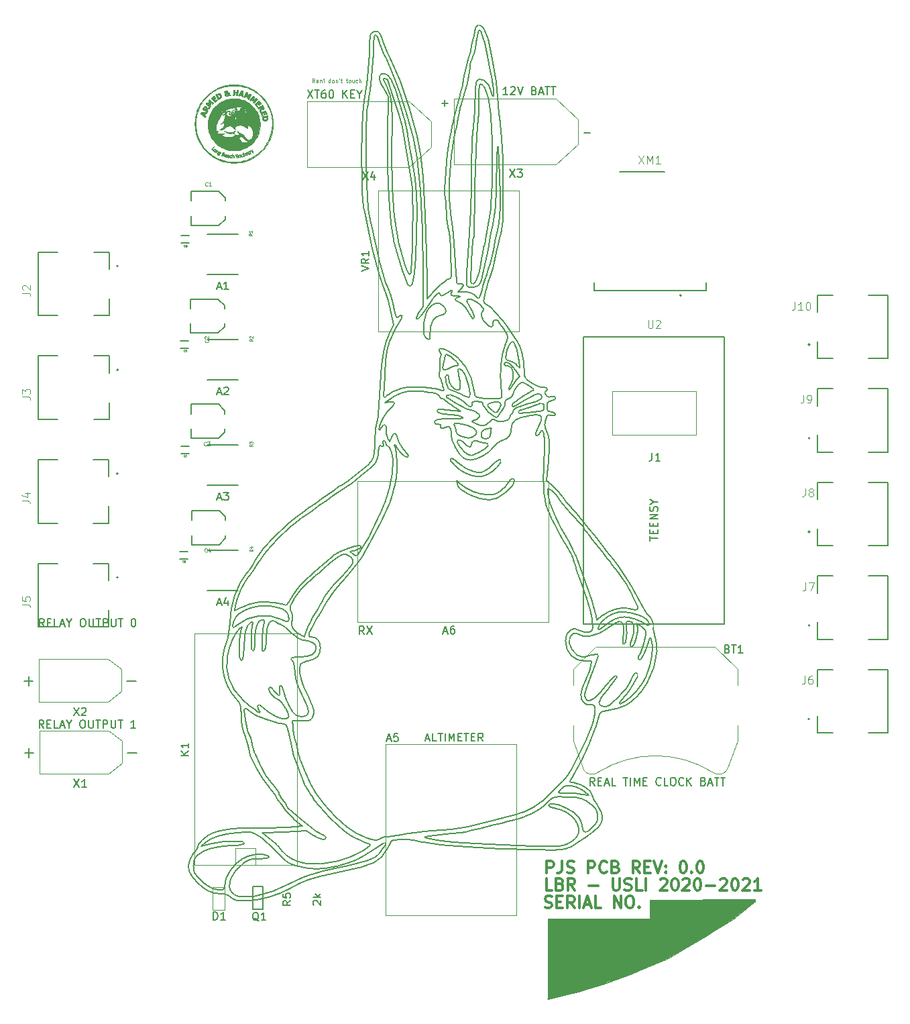
<source format=gbr>
%TF.GenerationSoftware,KiCad,Pcbnew,(5.1.8)-1*%
%TF.CreationDate,2021-01-10T21:03:03-08:00*%
%TF.ProjectId,PJS,504a532e-6b69-4636-9164-5f7063625858,rev?*%
%TF.SameCoordinates,Original*%
%TF.FileFunction,Legend,Top*%
%TF.FilePolarity,Positive*%
%FSLAX46Y46*%
G04 Gerber Fmt 4.6, Leading zero omitted, Abs format (unit mm)*
G04 Created by KiCad (PCBNEW (5.1.8)-1) date 2021-01-10 21:03:03*
%MOMM*%
%LPD*%
G01*
G04 APERTURE LIST*
%ADD10C,0.180000*%
%ADD11C,0.125000*%
%ADD12C,0.150000*%
%ADD13C,0.100000*%
%ADD14C,0.300000*%
%ADD15C,0.120000*%
%ADD16C,0.200000*%
%ADD17C,0.127000*%
%ADD18C,0.010000*%
%ADD19C,0.152400*%
%ADD20C,0.015000*%
%ADD21C,0.060464*%
G04 APERTURE END LIST*
D10*
X108868490Y-140004110D02*
G75*
G02*
X109211721Y-140360525I-3507599J-3721321D01*
G01*
D11*
X113837590Y-44015789D02*
X113670923Y-43777694D01*
X113551876Y-44015789D02*
X113551876Y-43515789D01*
X113742352Y-43515789D01*
X113789971Y-43539599D01*
X113813780Y-43563408D01*
X113837590Y-43611027D01*
X113837590Y-43682456D01*
X113813780Y-43730075D01*
X113789971Y-43753884D01*
X113742352Y-43777694D01*
X113551876Y-43777694D01*
X114266161Y-44015789D02*
X114266161Y-43753884D01*
X114242352Y-43706265D01*
X114194733Y-43682456D01*
X114099495Y-43682456D01*
X114051876Y-43706265D01*
X114266161Y-43991979D02*
X114218542Y-44015789D01*
X114099495Y-44015789D01*
X114051876Y-43991979D01*
X114028066Y-43944360D01*
X114028066Y-43896741D01*
X114051876Y-43849122D01*
X114099495Y-43825313D01*
X114218542Y-43825313D01*
X114266161Y-43801503D01*
X114504257Y-43682456D02*
X114504257Y-44015789D01*
X114504257Y-43730075D02*
X114528066Y-43706265D01*
X114575685Y-43682456D01*
X114647114Y-43682456D01*
X114694733Y-43706265D01*
X114718542Y-43753884D01*
X114718542Y-44015789D01*
X114956638Y-44015789D02*
X114956638Y-43682456D01*
X114956638Y-43515789D02*
X114932828Y-43539599D01*
X114956638Y-43563408D01*
X114980447Y-43539599D01*
X114956638Y-43515789D01*
X114956638Y-43563408D01*
X115789971Y-44015789D02*
X115789971Y-43515789D01*
X115789971Y-43991979D02*
X115742352Y-44015789D01*
X115647114Y-44015789D01*
X115599495Y-43991979D01*
X115575685Y-43968170D01*
X115551876Y-43920551D01*
X115551876Y-43777694D01*
X115575685Y-43730075D01*
X115599495Y-43706265D01*
X115647114Y-43682456D01*
X115742352Y-43682456D01*
X115789971Y-43706265D01*
X116099495Y-44015789D02*
X116051876Y-43991979D01*
X116028066Y-43968170D01*
X116004257Y-43920551D01*
X116004257Y-43777694D01*
X116028066Y-43730075D01*
X116051876Y-43706265D01*
X116099495Y-43682456D01*
X116170923Y-43682456D01*
X116218542Y-43706265D01*
X116242352Y-43730075D01*
X116266161Y-43777694D01*
X116266161Y-43920551D01*
X116242352Y-43968170D01*
X116218542Y-43991979D01*
X116170923Y-44015789D01*
X116099495Y-44015789D01*
X116480447Y-43682456D02*
X116480447Y-44015789D01*
X116480447Y-43730075D02*
X116504257Y-43706265D01*
X116551876Y-43682456D01*
X116623304Y-43682456D01*
X116670923Y-43706265D01*
X116694733Y-43753884D01*
X116694733Y-44015789D01*
X116956638Y-43515789D02*
X116909019Y-43611027D01*
X117099495Y-43682456D02*
X117289971Y-43682456D01*
X117170923Y-43515789D02*
X117170923Y-43944360D01*
X117194733Y-43991979D01*
X117242352Y-44015789D01*
X117289971Y-44015789D01*
X117766161Y-43682456D02*
X117956638Y-43682456D01*
X117837590Y-43515789D02*
X117837590Y-43944360D01*
X117861400Y-43991979D01*
X117909019Y-44015789D01*
X117956638Y-44015789D01*
X118194733Y-44015789D02*
X118147114Y-43991979D01*
X118123304Y-43968170D01*
X118099495Y-43920551D01*
X118099495Y-43777694D01*
X118123304Y-43730075D01*
X118147114Y-43706265D01*
X118194733Y-43682456D01*
X118266161Y-43682456D01*
X118313780Y-43706265D01*
X118337590Y-43730075D01*
X118361400Y-43777694D01*
X118361400Y-43920551D01*
X118337590Y-43968170D01*
X118313780Y-43991979D01*
X118266161Y-44015789D01*
X118194733Y-44015789D01*
X118789971Y-43682456D02*
X118789971Y-44015789D01*
X118575685Y-43682456D02*
X118575685Y-43944360D01*
X118599495Y-43991979D01*
X118647114Y-44015789D01*
X118718542Y-44015789D01*
X118766161Y-43991979D01*
X118789971Y-43968170D01*
X119242352Y-43991979D02*
X119194733Y-44015789D01*
X119099495Y-44015789D01*
X119051876Y-43991979D01*
X119028066Y-43968170D01*
X119004257Y-43920551D01*
X119004257Y-43777694D01*
X119028066Y-43730075D01*
X119051876Y-43706265D01*
X119099495Y-43682456D01*
X119194733Y-43682456D01*
X119242352Y-43706265D01*
X119456638Y-44015789D02*
X119456638Y-43515789D01*
X119670923Y-44015789D02*
X119670923Y-43753884D01*
X119647114Y-43706265D01*
X119599495Y-43682456D01*
X119528066Y-43682456D01*
X119480447Y-43706265D01*
X119456638Y-43730075D01*
D10*
X132274421Y-86125040D02*
G75*
G02*
X132525185Y-86266036I-723946J-1581041D01*
G01*
X129077665Y-87054557D02*
G75*
G02*
X128952358Y-86873626I87946J194766D01*
G01*
X129821390Y-87643575D02*
G75*
G02*
X129718635Y-87574778I-2320J107671D01*
G01*
X130924422Y-85867202D02*
G75*
G02*
X131274081Y-85889323I-45647J-3495977D01*
G01*
X132274422Y-85518651D02*
X131509422Y-85420096D01*
X131284422Y-86389379D02*
X130668948Y-86403873D01*
X130084890Y-86433322D02*
X129592387Y-86471710D01*
X129304421Y-85388420D02*
G75*
G02*
X129348495Y-85276955I162988J0D01*
G01*
X130084740Y-87594962D02*
X130585766Y-87401782D01*
X132261659Y-86374270D02*
X131284422Y-86389379D01*
X132010090Y-86029326D02*
G75*
G02*
X132274422Y-86125040I-450263J-1656336D01*
G01*
X130208127Y-85831370D02*
X130924422Y-85867201D01*
X131068469Y-88038216D02*
G75*
G02*
X131103653Y-88651540I-6156821J-660870D01*
G01*
X132512920Y-86338775D02*
G75*
G02*
X132261659Y-86374270I-272100J1019067D01*
G01*
X130585766Y-87401782D02*
G75*
G02*
X130797636Y-87423359I85900J-207514D01*
G01*
X129388772Y-87121541D02*
G75*
G02*
X129077665Y-87054557I1J755966D01*
G01*
X131274081Y-85889323D02*
X131655109Y-85947304D01*
X131644422Y-85073567D02*
X132274422Y-85518651D01*
X130668948Y-86403873D02*
X130084890Y-86433322D01*
X130084740Y-87594962D02*
G75*
G02*
X129821391Y-87643575I-281346J786503D01*
G01*
X132525185Y-86266036D02*
G75*
G02*
X132512920Y-86338775I-22723J-33572D01*
G01*
X130024422Y-85229413D02*
X129672042Y-85196003D01*
X131368290Y-84875909D02*
X131644422Y-85073567D01*
X129049243Y-86661820D02*
G75*
G02*
X129349422Y-86514992I525577J-694246D01*
G01*
X131164285Y-85375677D02*
X130757640Y-85323429D01*
X130355268Y-85271794D02*
X130024422Y-85229413D01*
X131655109Y-85947304D02*
X132010090Y-86029326D01*
X129709397Y-85736936D02*
G75*
G02*
X129407644Y-85589429I285825J967109D01*
G01*
X129349422Y-86514992D02*
G75*
G02*
X129592387Y-86471710I373848J-1395014D01*
G01*
X129718636Y-87574778D02*
G75*
G02*
X129718412Y-87420474I200076J77442D01*
G01*
X131509422Y-85420096D02*
X131164285Y-85375677D01*
X129604777Y-87135002D02*
G75*
G02*
X129714073Y-87185197I-24779J-198043D01*
G01*
X129407645Y-85589429D02*
G75*
G02*
X129304422Y-85388420I144104J201009D01*
G01*
X130797636Y-87423359D02*
G75*
G02*
X130963434Y-87626678I-256227J-378202D01*
G01*
X129388772Y-87121540D02*
G75*
G02*
X129604777Y-87135001I-1J-1739862D01*
G01*
X128952357Y-86873625D02*
G75*
G02*
X129049243Y-86661819I245190J15906D01*
G01*
X131686805Y-84459540D02*
X130526356Y-83701433D01*
X129990407Y-83902116D02*
X130153022Y-83991247D01*
X128276541Y-83077815D02*
X128776324Y-83148539D01*
X129904251Y-83881540D02*
G75*
G02*
X129830938Y-83858862I0J129839D01*
G01*
X135192859Y-84925993D02*
G75*
G02*
X135064422Y-84587514I381792J338479D01*
G01*
X132909812Y-85157467D02*
X131686805Y-84459540D01*
X130208128Y-85831370D02*
G75*
G02*
X129709398Y-85736936I220145J2526807D01*
G01*
X133760607Y-84296452D02*
G75*
G02*
X133952499Y-84252421I226407J-546545D01*
G01*
X129714073Y-87185197D02*
G75*
G02*
X129750468Y-87275676I-75033J-82741D01*
G01*
X130526356Y-83701434D02*
G75*
G02*
X130532763Y-83451106I85058J123069D01*
G01*
X134923268Y-84307600D02*
G75*
G02*
X135026964Y-84412880I-90042J-192397D01*
G01*
X130341526Y-84112007D02*
X130535953Y-84255011D01*
X129129224Y-83243066D02*
G75*
G02*
X129374659Y-83368747I-379469J-1043528D01*
G01*
X133687302Y-84505776D02*
G75*
G02*
X133703627Y-84762512I-402584J-154486D01*
G01*
X129904251Y-83881540D02*
G75*
G02*
X129990407Y-83902116I0J-190669D01*
G01*
X131672013Y-83660045D02*
G75*
G02*
X132427050Y-84086130I-2199230J-4779125D01*
G01*
X134325163Y-84241540D02*
X134718696Y-84254807D01*
X133559766Y-84889494D02*
G75*
G02*
X133287675Y-84828688I-48651J421470D01*
G01*
X130535953Y-84255011D02*
X130764011Y-84429742D01*
X134718696Y-84254807D02*
G75*
G02*
X134923268Y-84307600I-38641J-572479D01*
G01*
X129461929Y-85212378D02*
G75*
G02*
X129672042Y-85196003I163334J-739596D01*
G01*
X129830939Y-83858862D02*
G75*
G02*
X129732528Y-83779857I466468J681833D01*
G01*
X133687302Y-84505776D02*
G75*
G02*
X133683648Y-84380206I177190J67994D01*
G01*
X133952499Y-84252421D02*
X134325163Y-84241540D01*
X133572251Y-85325543D02*
G75*
G02*
X132909812Y-85157467I18152J1461019D01*
G01*
X129750468Y-87275676D02*
G75*
G02*
X129718412Y-87420474I-499854J34713D01*
G01*
X130757640Y-85323429D02*
X130355268Y-85271794D01*
X132427050Y-84086130D02*
G75*
G02*
X132997645Y-84585384I-1741462J-2566001D01*
G01*
X133683649Y-84380207D02*
G75*
G02*
X133760607Y-84296453I128616J-40947D01*
G01*
X130532763Y-83451106D02*
G75*
G02*
X130944265Y-83392872I272199J-440427D01*
G01*
X135026965Y-84412879D02*
G75*
G02*
X135064422Y-84587514I-388369J-174636D01*
G01*
X131058934Y-84649518D02*
X131368290Y-84875909D01*
X129348495Y-85276955D02*
G75*
G02*
X129461929Y-85212378I161029J-150941D01*
G01*
X130944265Y-83392872D02*
G75*
G02*
X131672013Y-83660045I-1314271J-4704656D01*
G01*
X130963433Y-87626678D02*
G75*
G02*
X131068468Y-88038216I-1377010J-570619D01*
G01*
X133572251Y-85325543D02*
G75*
G02*
X133726585Y-85350461I-6600J-531280D01*
G01*
X129628854Y-83667882D02*
G75*
G02*
X129534839Y-83535382I1077267J863978D01*
G01*
X130153022Y-83991247D02*
X130341526Y-84112007D01*
X130764011Y-84429742D02*
X131058934Y-84649518D01*
X134270476Y-86496710D02*
G75*
G02*
X134093199Y-86577332I-659894J1215807D01*
G01*
X133688828Y-86721542D02*
G75*
G02*
X133714077Y-86665646I35486J17621D01*
G01*
X135105761Y-87277595D02*
G75*
G02*
X134662262Y-87228417I-104444J1082478D01*
G01*
X134110483Y-86991690D02*
X133762158Y-86799083D01*
X133762158Y-86799083D02*
G75*
G02*
X133688828Y-86721542I90203J158747D01*
G01*
X134335549Y-85668569D02*
G75*
G02*
X134563779Y-85861173I-1992242J-2592258D01*
G01*
X133287676Y-84828687D02*
G75*
G02*
X132997645Y-84585384I697772J1126301D01*
G01*
X134093199Y-86577331D02*
G75*
G02*
X133926350Y-86620884I-298213J801071D01*
G01*
X129374659Y-83368746D02*
G75*
G02*
X129534839Y-83535382I-315860J-463928D01*
G01*
X134662263Y-87228416D02*
G75*
G02*
X134110483Y-86991690I1062389J3237725D01*
G01*
X134547478Y-86283759D02*
G75*
G02*
X134431235Y-86394004I-518549J430356D01*
G01*
X133714077Y-86665645D02*
G75*
G02*
X133926350Y-86620884I523825J-1958430D01*
G01*
X134651635Y-85995866D02*
G75*
G02*
X134646034Y-86125005I-166792J-57458D01*
G01*
X128776323Y-83148539D02*
G75*
G02*
X129129224Y-83243065I-365052J-2068883D01*
G01*
X133929365Y-85427958D02*
G75*
G02*
X134142994Y-85538517I-893281J-1987729D01*
G01*
X129732527Y-83779856D02*
G75*
G02*
X129628854Y-83667882I735853J785284D01*
G01*
X134431234Y-86394005D02*
G75*
G02*
X134270476Y-86496710I-799899J1074869D01*
G01*
X133703627Y-84762512D02*
G75*
G02*
X133559766Y-84889494I-163114J39814D01*
G01*
X134646035Y-86125005D02*
G75*
G02*
X134547478Y-86283760I-624424J277677D01*
G01*
X133285596Y-83703542D02*
G75*
G02*
X133005000Y-83630740I642837J3054795D01*
G01*
X133245019Y-82284869D02*
X133446390Y-83310314D01*
X134563778Y-85861173D02*
G75*
G02*
X134651633Y-85995866I-224066J-242148D01*
G01*
X132652632Y-83501466D02*
X132254074Y-83316233D01*
X131847020Y-83119118D02*
X131467981Y-82952731D01*
X133446390Y-83310314D02*
G75*
G02*
X133377539Y-83664136I-502466J-85834D01*
G01*
X133726585Y-85350462D02*
G75*
G02*
X133929365Y-85427958I-573959J-1805891D01*
G01*
X134142994Y-85538516D02*
G75*
G02*
X134335549Y-85668568I-964305J-1635327D01*
G01*
X133005000Y-83630740D02*
G75*
G02*
X132652632Y-83501466I1082183J3494623D01*
G01*
X131485264Y-82678135D02*
G75*
G02*
X131115283Y-82306879I1128911J1495014D01*
G01*
X132147327Y-82637117D02*
G75*
G02*
X132046788Y-82757205I-183691J51659D01*
G01*
X132254074Y-83316233D02*
X131847020Y-83119118D01*
X131010894Y-82801541D02*
G75*
G02*
X130697194Y-82602231I0J346526D01*
G01*
X132177599Y-82381893D02*
G75*
G02*
X132147327Y-82637117I-826069J-31426D01*
G01*
X131115283Y-82306879D02*
G75*
G02*
X130838571Y-81813413I1716171J1286662D01*
G01*
X131467981Y-82952731D02*
X131147653Y-82826357D01*
X131010894Y-82801541D02*
G75*
G02*
X131147653Y-82826357I0J-389239D01*
G01*
X131853474Y-82801541D02*
G75*
G02*
X131485263Y-82678135I0J611027D01*
G01*
X133377539Y-83664136D02*
G75*
G02*
X133285596Y-83703542I-74024J45749D01*
G01*
X130697194Y-82602231D02*
G75*
G02*
X130442445Y-81891244I3614367J1696175D01*
G01*
X132046788Y-82757204D02*
G75*
G02*
X131853474Y-82801540I-193315J399279D01*
G01*
X124055971Y-82860937D02*
G75*
G02*
X124669849Y-82617126I2880058J-6356806D01*
G01*
X125197836Y-82484007D02*
G75*
G02*
X125820292Y-82423262I771056J-4681495D01*
G01*
X122866316Y-83584499D02*
G75*
G02*
X122801059Y-83645902I-376428J334670D01*
G01*
X130081364Y-82867749D02*
G75*
G02*
X129897346Y-82846588I-27408J572352D01*
G01*
X122801059Y-83645902D02*
G75*
G02*
X122734844Y-83688219I-249959J318160D01*
G01*
X127510592Y-82435470D02*
X126784422Y-82411556D01*
X123302270Y-83242511D02*
X123016416Y-83414832D01*
X122920348Y-83511952D02*
G75*
G02*
X122866315Y-83584499I-444910J274970D01*
G01*
X124669849Y-82617126D02*
G75*
G02*
X125197836Y-82484007I1056960J-3078570D01*
G01*
X129897346Y-82846588D02*
X129363551Y-82689207D01*
X130064127Y-82502914D02*
X130115946Y-82653177D01*
X128910440Y-82584678D02*
G75*
G02*
X129363551Y-82689207I-520316J-3289818D01*
G01*
X130003937Y-82293640D02*
X130064127Y-82502914D01*
X134113399Y-83566482D02*
G75*
G02*
X134011231Y-83350056I340220J292936D01*
G01*
X126784422Y-82411556D02*
X125820292Y-82423262D01*
X129945645Y-82065844D02*
X130003937Y-82293640D01*
X122734843Y-83688219D02*
G75*
G02*
X122678798Y-83701722I-56226J110307D01*
G01*
X128250802Y-82497063D02*
X127510592Y-82435470D01*
X122920348Y-83511952D02*
G75*
G02*
X123016416Y-83414832I258862J-159986D01*
G01*
X130142241Y-82805630D02*
G75*
G02*
X130081365Y-82867749I-63936J1768D01*
G01*
X130115946Y-82653177D02*
G75*
G02*
X130142241Y-82805631I-365897J-141605D01*
G01*
X123657368Y-83051498D02*
X123302270Y-83242511D01*
X134307922Y-83688824D02*
G75*
G02*
X134113399Y-83566482I101533J377253D01*
G01*
X129898567Y-81852795D02*
X129945645Y-82065844D01*
X122678798Y-83701723D02*
G75*
G02*
X122552827Y-83569923I-184J125924D01*
G01*
X128910440Y-82584678D02*
X128250802Y-82497063D01*
X134770315Y-83791904D02*
X134307922Y-83688824D01*
X124055971Y-82860937D02*
X123657368Y-83051498D01*
X134011231Y-83350056D02*
X133938343Y-82825642D01*
X121545037Y-87521383D02*
X121486079Y-88085070D01*
X121734990Y-86676849D02*
G75*
G02*
X121611120Y-87211540I-3831668J605977D01*
G01*
X121486079Y-88085070D02*
X121440981Y-88745928D01*
X121928891Y-84734006D02*
X121828006Y-85946955D01*
X121828006Y-85946955D02*
X121734990Y-86676849D01*
X122108530Y-82081540D02*
X121928891Y-84734006D01*
X121545037Y-87521383D02*
G75*
G02*
X121611120Y-87211540I1782520J-218204D01*
G01*
X131924850Y-89121104D02*
G75*
G02*
X132160116Y-89122558I115190J-395840D01*
G01*
X133908469Y-89223244D02*
G75*
G02*
X134205300Y-89181451I227654J-541884D01*
G01*
X122498646Y-89187829D02*
G75*
G02*
X122554735Y-89160340I54697J-40638D01*
G01*
X122554736Y-89160340D02*
G75*
G02*
X122629774Y-89182488I-3034J-148470D01*
G01*
X133760963Y-88703198D02*
G75*
G02*
X133472831Y-88812128I-779592J1626569D01*
G01*
X134159325Y-88437742D02*
G75*
G02*
X133760963Y-88703198I-1135235J1271975D01*
G01*
X126694422Y-82904184D02*
X126971707Y-82935560D01*
X131573294Y-87473543D02*
G75*
G02*
X131635860Y-87691748I-2180228J-743209D01*
G01*
X123258724Y-85259238D02*
X123765962Y-84714840D01*
X131868869Y-88371772D02*
G75*
G02*
X131741206Y-88181931I343928J369129D01*
G01*
X131417945Y-87156289D02*
G75*
G02*
X131495822Y-86989604I78436J64889D01*
G01*
X134911133Y-88134310D02*
G75*
G02*
X134996046Y-87958116I381508J-75302D01*
G01*
X132198666Y-87043761D02*
G75*
G02*
X133096622Y-87245628I-1181213J-7352427D01*
G01*
X133472831Y-88812128D02*
G75*
G02*
X133219293Y-88844850I-236805J836231D01*
G01*
X131635860Y-87691749D02*
G75*
G02*
X131673494Y-87905950I-1890760J-442601D01*
G01*
X132096495Y-88521577D02*
G75*
G02*
X131868869Y-88371772I327813J745943D01*
G01*
X134289381Y-88147233D02*
G75*
G02*
X134159325Y-88437741I-389235J-112D01*
G01*
X134884422Y-88407579D02*
G75*
G02*
X134911133Y-88134310I1411176J1D01*
G01*
X135118389Y-88902478D02*
G75*
G02*
X134974947Y-88832060I33384J249309D01*
G01*
X131741206Y-88181932D02*
G75*
G02*
X131673494Y-87905950I1085080J412521D01*
G01*
X133760628Y-87532653D02*
G75*
G02*
X134162217Y-87842347I-1042888J-1767565D01*
G01*
X131417946Y-87156289D02*
G75*
G02*
X131497005Y-87282196I-440263J-364223D01*
G01*
X131495823Y-86989604D02*
G75*
G02*
X132198667Y-87043761I23508J-4282702D01*
G01*
X134996047Y-87958116D02*
G75*
G02*
X135164171Y-87831634I363560J-308278D01*
G01*
X134974946Y-88832060D02*
G75*
G02*
X134903815Y-88689981I173856J175886D01*
G01*
X132928076Y-88805056D02*
X132503165Y-88678977D01*
X134903816Y-88689981D02*
G75*
G02*
X134884422Y-88407579I2046386J282400D01*
G01*
X133096622Y-87245628D02*
G75*
G02*
X133760628Y-87532653I-809753J-2784860D01*
G01*
X132503165Y-88678977D02*
G75*
G02*
X132096495Y-88521577I1553501J4617783D01*
G01*
X133219293Y-88844851D02*
G75*
G02*
X132928076Y-88805056I24330J1263516D01*
G01*
X131497005Y-87282196D02*
G75*
G02*
X131573294Y-87473543I-1841757J-845182D01*
G01*
X134162217Y-87842347D02*
G75*
G02*
X134289381Y-88147233I-302206J-305009D01*
G01*
X123184421Y-84054427D02*
G75*
G02*
X124000219Y-83509446I3373392J-4166638D01*
G01*
X122213213Y-87605402D02*
G75*
G02*
X122023437Y-87844303I-772299J418665D01*
G01*
X122465348Y-87251385D02*
G75*
G02*
X122694507Y-87189294I163530J-149616D01*
G01*
X122694506Y-87189293D02*
G75*
G02*
X122849154Y-87370206I-66027J-212996D01*
G01*
X127381919Y-82980854D02*
X127837958Y-83030598D01*
X124000219Y-83509446D02*
G75*
G02*
X124905525Y-83119198I2607075J-4802757D01*
G01*
X123319422Y-84307648D02*
G75*
G02*
X123757707Y-84277575I344706J-1814930D01*
G01*
X122020790Y-87355878D02*
X122268724Y-86708161D01*
X124905525Y-83119198D02*
G75*
G02*
X125827982Y-82910275I1569856J-4790443D01*
G01*
X121933455Y-87800413D02*
G75*
G02*
X122020790Y-87355878I1715144J-106114D01*
G01*
X122962234Y-88618483D02*
G75*
G02*
X122893580Y-88340423I2447829J751879D01*
G01*
X125827982Y-82910275D02*
G75*
G02*
X126694422Y-82904184I458110J-3537589D01*
G01*
X122986358Y-85564756D02*
G75*
G02*
X123258724Y-85259238I2798923J-2221043D01*
G01*
X122023437Y-87844303D02*
G75*
G02*
X121933456Y-87800413I-35918J40545D01*
G01*
X122447141Y-86353767D02*
X122701562Y-85951209D01*
X126971707Y-82935560D02*
X127381919Y-82980854D01*
X122856071Y-88054283D02*
G75*
G02*
X122859081Y-87805617I1432275J107015D01*
G01*
X123886203Y-84421677D02*
G75*
G02*
X123765962Y-84714840I-494389J31534D01*
G01*
X122268724Y-86708161D02*
G75*
G02*
X122447141Y-86353767I2969608J-1272922D01*
G01*
X123757706Y-84277575D02*
G75*
G02*
X123886203Y-84421677I-6870J-135468D01*
G01*
X122893580Y-88340423D02*
G75*
G02*
X122856071Y-88054284I2544141J479030D01*
G01*
X127837958Y-83030598D02*
X128276541Y-83077815D01*
X122849154Y-87370206D02*
G75*
G02*
X122859081Y-87805617I-1776842J-258329D01*
G01*
X122213213Y-87605402D02*
G75*
G02*
X122465348Y-87251386I1568364J-850213D01*
G01*
X123965008Y-88279586D02*
G75*
G02*
X124159429Y-88453133I-75520J-280279D01*
G01*
X122734422Y-84418755D02*
X123184422Y-84054427D01*
X123319422Y-84307648D02*
X122734422Y-84418755D01*
X124159429Y-88453133D02*
G75*
G02*
X124320062Y-88964477I-3457216J-1366948D01*
G01*
X123054237Y-88842103D02*
G75*
G02*
X122962233Y-88618483I1161849J608755D01*
G01*
X122701562Y-85951209D02*
X122986358Y-85564756D01*
X123539226Y-88754084D02*
G75*
G02*
X123755772Y-88356339I1979867J-820089D01*
G01*
X123755772Y-88356339D02*
G75*
G02*
X123965008Y-88279585I158971J-109793D01*
G01*
D12*
X120068333Y-113607379D02*
X119735000Y-113131189D01*
X119496904Y-113607379D02*
X119496904Y-112607379D01*
X119877857Y-112607379D01*
X119973095Y-112654999D01*
X120020714Y-112702618D01*
X120068333Y-112797856D01*
X120068333Y-112940713D01*
X120020714Y-113035951D01*
X119973095Y-113083570D01*
X119877857Y-113131189D01*
X119496904Y-113131189D01*
X120401666Y-112607379D02*
X121068333Y-113607379D01*
X121068333Y-112607379D02*
X120401666Y-113607379D01*
X127835952Y-126801665D02*
X128312142Y-126801665D01*
X127740714Y-127087379D02*
X128074047Y-126087379D01*
X128407380Y-127087379D01*
X129216904Y-127087379D02*
X128740714Y-127087379D01*
X128740714Y-126087379D01*
X129407380Y-126087379D02*
X129978809Y-126087379D01*
X129693095Y-127087379D02*
X129693095Y-126087379D01*
X130312142Y-127087379D02*
X130312142Y-126087379D01*
X130788333Y-127087379D02*
X130788333Y-126087379D01*
X131121666Y-126801665D01*
X131455000Y-126087379D01*
X131455000Y-127087379D01*
X131931190Y-126563570D02*
X132264523Y-126563570D01*
X132407380Y-127087379D02*
X131931190Y-127087379D01*
X131931190Y-126087379D01*
X132407380Y-126087379D01*
X132693095Y-126087379D02*
X133264523Y-126087379D01*
X132978809Y-127087379D02*
X132978809Y-126087379D01*
X133597857Y-126563570D02*
X133931190Y-126563570D01*
X134074047Y-127087379D02*
X133597857Y-127087379D01*
X133597857Y-126087379D01*
X134074047Y-126087379D01*
X135074047Y-127087379D02*
X134740714Y-126611189D01*
X134502619Y-127087379D02*
X134502619Y-126087379D01*
X134883571Y-126087379D01*
X134978809Y-126134999D01*
X135026428Y-126182618D01*
X135074047Y-126277856D01*
X135074047Y-126420713D01*
X135026428Y-126515951D01*
X134978809Y-126563570D01*
X134883571Y-126611189D01*
X134502619Y-126611189D01*
X79638809Y-125427379D02*
X79305476Y-124951189D01*
X79067380Y-125427379D02*
X79067380Y-124427379D01*
X79448333Y-124427379D01*
X79543571Y-124474999D01*
X79591190Y-124522618D01*
X79638809Y-124617856D01*
X79638809Y-124760713D01*
X79591190Y-124855951D01*
X79543571Y-124903570D01*
X79448333Y-124951189D01*
X79067380Y-124951189D01*
X80067380Y-124903570D02*
X80400714Y-124903570D01*
X80543571Y-125427379D02*
X80067380Y-125427379D01*
X80067380Y-124427379D01*
X80543571Y-124427379D01*
X81448333Y-125427379D02*
X80972142Y-125427379D01*
X80972142Y-124427379D01*
X81734047Y-125141665D02*
X82210238Y-125141665D01*
X81638809Y-125427379D02*
X81972142Y-124427379D01*
X82305476Y-125427379D01*
X82829285Y-124951189D02*
X82829285Y-125427379D01*
X82495952Y-124427379D02*
X82829285Y-124951189D01*
X83162619Y-124427379D01*
X84448333Y-124427379D02*
X84638809Y-124427379D01*
X84734047Y-124474999D01*
X84829285Y-124570237D01*
X84876904Y-124760713D01*
X84876904Y-125094046D01*
X84829285Y-125284522D01*
X84734047Y-125379760D01*
X84638809Y-125427379D01*
X84448333Y-125427379D01*
X84353095Y-125379760D01*
X84257857Y-125284522D01*
X84210238Y-125094046D01*
X84210238Y-124760713D01*
X84257857Y-124570237D01*
X84353095Y-124474999D01*
X84448333Y-124427379D01*
X85305476Y-124427379D02*
X85305476Y-125236903D01*
X85353095Y-125332141D01*
X85400714Y-125379760D01*
X85495952Y-125427379D01*
X85686428Y-125427379D01*
X85781666Y-125379760D01*
X85829285Y-125332141D01*
X85876904Y-125236903D01*
X85876904Y-124427379D01*
X86210238Y-124427379D02*
X86781666Y-124427379D01*
X86495952Y-125427379D02*
X86495952Y-124427379D01*
X87115000Y-125427379D02*
X87115000Y-124427379D01*
X87495952Y-124427379D01*
X87591190Y-124474999D01*
X87638809Y-124522618D01*
X87686428Y-124617856D01*
X87686428Y-124760713D01*
X87638809Y-124855951D01*
X87591190Y-124903570D01*
X87495952Y-124951189D01*
X87115000Y-124951189D01*
X88115000Y-124427379D02*
X88115000Y-125236903D01*
X88162619Y-125332141D01*
X88210238Y-125379760D01*
X88305476Y-125427379D01*
X88495952Y-125427379D01*
X88591190Y-125379760D01*
X88638809Y-125332141D01*
X88686428Y-125236903D01*
X88686428Y-124427379D01*
X89019761Y-124427379D02*
X89591190Y-124427379D01*
X89305476Y-125427379D02*
X89305476Y-124427379D01*
X91210238Y-125427379D02*
X90638809Y-125427379D01*
X90924523Y-125427379D02*
X90924523Y-124427379D01*
X90829285Y-124570237D01*
X90734047Y-124665475D01*
X90638809Y-124713094D01*
X79658809Y-112647379D02*
X79325476Y-112171189D01*
X79087380Y-112647379D02*
X79087380Y-111647379D01*
X79468333Y-111647379D01*
X79563571Y-111694999D01*
X79611190Y-111742618D01*
X79658809Y-111837856D01*
X79658809Y-111980713D01*
X79611190Y-112075951D01*
X79563571Y-112123570D01*
X79468333Y-112171189D01*
X79087380Y-112171189D01*
X80087380Y-112123570D02*
X80420714Y-112123570D01*
X80563571Y-112647379D02*
X80087380Y-112647379D01*
X80087380Y-111647379D01*
X80563571Y-111647379D01*
X81468333Y-112647379D02*
X80992142Y-112647379D01*
X80992142Y-111647379D01*
X81754047Y-112361665D02*
X82230238Y-112361665D01*
X81658809Y-112647379D02*
X81992142Y-111647379D01*
X82325476Y-112647379D01*
X82849285Y-112171189D02*
X82849285Y-112647379D01*
X82515952Y-111647379D02*
X82849285Y-112171189D01*
X83182619Y-111647379D01*
X84468333Y-111647379D02*
X84658809Y-111647379D01*
X84754047Y-111694999D01*
X84849285Y-111790237D01*
X84896904Y-111980713D01*
X84896904Y-112314046D01*
X84849285Y-112504522D01*
X84754047Y-112599760D01*
X84658809Y-112647379D01*
X84468333Y-112647379D01*
X84373095Y-112599760D01*
X84277857Y-112504522D01*
X84230238Y-112314046D01*
X84230238Y-111980713D01*
X84277857Y-111790237D01*
X84373095Y-111694999D01*
X84468333Y-111647379D01*
X85325476Y-111647379D02*
X85325476Y-112456903D01*
X85373095Y-112552141D01*
X85420714Y-112599760D01*
X85515952Y-112647379D01*
X85706428Y-112647379D01*
X85801666Y-112599760D01*
X85849285Y-112552141D01*
X85896904Y-112456903D01*
X85896904Y-111647379D01*
X86230238Y-111647379D02*
X86801666Y-111647379D01*
X86515952Y-112647379D02*
X86515952Y-111647379D01*
X87135000Y-112647379D02*
X87135000Y-111647379D01*
X87515952Y-111647379D01*
X87611190Y-111694999D01*
X87658809Y-111742618D01*
X87706428Y-111837856D01*
X87706428Y-111980713D01*
X87658809Y-112075951D01*
X87611190Y-112123570D01*
X87515952Y-112171189D01*
X87135000Y-112171189D01*
X88135000Y-111647379D02*
X88135000Y-112456903D01*
X88182619Y-112552141D01*
X88230238Y-112599760D01*
X88325476Y-112647379D01*
X88515952Y-112647379D01*
X88611190Y-112599760D01*
X88658809Y-112552141D01*
X88706428Y-112456903D01*
X88706428Y-111647379D01*
X89039761Y-111647379D02*
X89611190Y-111647379D01*
X89325476Y-112647379D02*
X89325476Y-111647379D01*
X90896904Y-111647379D02*
X90992142Y-111647379D01*
X91087380Y-111694999D01*
X91135000Y-111742618D01*
X91182619Y-111837856D01*
X91230238Y-112028332D01*
X91230238Y-112266427D01*
X91182619Y-112456903D01*
X91135000Y-112552141D01*
X91087380Y-112599760D01*
X90992142Y-112647379D01*
X90896904Y-112647379D01*
X90801666Y-112599760D01*
X90754047Y-112552141D01*
X90706428Y-112456903D01*
X90658809Y-112266427D01*
X90658809Y-112028332D01*
X90706428Y-111837856D01*
X90754047Y-111742618D01*
X90801666Y-111694999D01*
X90896904Y-111647379D01*
X149174047Y-132687379D02*
X148840714Y-132211189D01*
X148602619Y-132687379D02*
X148602619Y-131687379D01*
X148983571Y-131687379D01*
X149078809Y-131734999D01*
X149126428Y-131782618D01*
X149174047Y-131877856D01*
X149174047Y-132020713D01*
X149126428Y-132115951D01*
X149078809Y-132163570D01*
X148983571Y-132211189D01*
X148602619Y-132211189D01*
X149602619Y-132163570D02*
X149935952Y-132163570D01*
X150078809Y-132687379D02*
X149602619Y-132687379D01*
X149602619Y-131687379D01*
X150078809Y-131687379D01*
X150459761Y-132401665D02*
X150935952Y-132401665D01*
X150364523Y-132687379D02*
X150697857Y-131687379D01*
X151031190Y-132687379D01*
X151840714Y-132687379D02*
X151364523Y-132687379D01*
X151364523Y-131687379D01*
X152793095Y-131687379D02*
X153364523Y-131687379D01*
X153078809Y-132687379D02*
X153078809Y-131687379D01*
X153697857Y-132687379D02*
X153697857Y-131687379D01*
X154174047Y-132687379D02*
X154174047Y-131687379D01*
X154507380Y-132401665D01*
X154840714Y-131687379D01*
X154840714Y-132687379D01*
X155316904Y-132163570D02*
X155650238Y-132163570D01*
X155793095Y-132687379D02*
X155316904Y-132687379D01*
X155316904Y-131687379D01*
X155793095Y-131687379D01*
X157555000Y-132592141D02*
X157507380Y-132639760D01*
X157364523Y-132687379D01*
X157269285Y-132687379D01*
X157126428Y-132639760D01*
X157031190Y-132544522D01*
X156983571Y-132449284D01*
X156935952Y-132258808D01*
X156935952Y-132115951D01*
X156983571Y-131925475D01*
X157031190Y-131830237D01*
X157126428Y-131734999D01*
X157269285Y-131687379D01*
X157364523Y-131687379D01*
X157507380Y-131734999D01*
X157555000Y-131782618D01*
X158459761Y-132687379D02*
X157983571Y-132687379D01*
X157983571Y-131687379D01*
X158983571Y-131687379D02*
X159174047Y-131687379D01*
X159269285Y-131734999D01*
X159364523Y-131830237D01*
X159412142Y-132020713D01*
X159412142Y-132354046D01*
X159364523Y-132544522D01*
X159269285Y-132639760D01*
X159174047Y-132687379D01*
X158983571Y-132687379D01*
X158888333Y-132639760D01*
X158793095Y-132544522D01*
X158745476Y-132354046D01*
X158745476Y-132020713D01*
X158793095Y-131830237D01*
X158888333Y-131734999D01*
X158983571Y-131687379D01*
X160412142Y-132592141D02*
X160364523Y-132639760D01*
X160221666Y-132687379D01*
X160126428Y-132687379D01*
X159983571Y-132639760D01*
X159888333Y-132544522D01*
X159840714Y-132449284D01*
X159793095Y-132258808D01*
X159793095Y-132115951D01*
X159840714Y-131925475D01*
X159888333Y-131830237D01*
X159983571Y-131734999D01*
X160126428Y-131687379D01*
X160221666Y-131687379D01*
X160364523Y-131734999D01*
X160412142Y-131782618D01*
X160840714Y-132687379D02*
X160840714Y-131687379D01*
X161412142Y-132687379D02*
X160983571Y-132115951D01*
X161412142Y-131687379D02*
X160840714Y-132258808D01*
X162935952Y-132163570D02*
X163078809Y-132211189D01*
X163126428Y-132258808D01*
X163174047Y-132354046D01*
X163174047Y-132496903D01*
X163126428Y-132592141D01*
X163078809Y-132639760D01*
X162983571Y-132687379D01*
X162602619Y-132687379D01*
X162602619Y-131687379D01*
X162935952Y-131687379D01*
X163031190Y-131734999D01*
X163078809Y-131782618D01*
X163126428Y-131877856D01*
X163126428Y-131973094D01*
X163078809Y-132068332D01*
X163031190Y-132115951D01*
X162935952Y-132163570D01*
X162602619Y-132163570D01*
X163555000Y-132401665D02*
X164031190Y-132401665D01*
X163459761Y-132687379D02*
X163793095Y-131687379D01*
X164126428Y-132687379D01*
X164316904Y-131687379D02*
X164888333Y-131687379D01*
X164602619Y-132687379D02*
X164602619Y-131687379D01*
X165078809Y-131687379D02*
X165650238Y-131687379D01*
X165364523Y-132687379D02*
X165364523Y-131687379D01*
X156117380Y-101784046D02*
X156117380Y-101212618D01*
X157117380Y-101498332D02*
X156117380Y-101498332D01*
X156593571Y-100879284D02*
X156593571Y-100545951D01*
X157117380Y-100403094D02*
X157117380Y-100879284D01*
X156117380Y-100879284D01*
X156117380Y-100403094D01*
X156593571Y-99974522D02*
X156593571Y-99641189D01*
X157117380Y-99498332D02*
X157117380Y-99974522D01*
X156117380Y-99974522D01*
X156117380Y-99498332D01*
X157117380Y-99069760D02*
X156117380Y-99069760D01*
X157117380Y-98498332D01*
X156117380Y-98498332D01*
X157069761Y-98069760D02*
X157117380Y-97926903D01*
X157117380Y-97688808D01*
X157069761Y-97593570D01*
X157022142Y-97545951D01*
X156926904Y-97498332D01*
X156831666Y-97498332D01*
X156736428Y-97545951D01*
X156688809Y-97593570D01*
X156641190Y-97688808D01*
X156593571Y-97879284D01*
X156545952Y-97974522D01*
X156498333Y-98022141D01*
X156403095Y-98069760D01*
X156307857Y-98069760D01*
X156212619Y-98022141D01*
X156165000Y-97974522D01*
X156117380Y-97879284D01*
X156117380Y-97641189D01*
X156165000Y-97498332D01*
X156641190Y-96879284D02*
X157117380Y-96879284D01*
X156117380Y-97212618D02*
X156641190Y-96879284D01*
X156117380Y-96545951D01*
X147824047Y-50336427D02*
X148585952Y-50336427D01*
X129874047Y-46586427D02*
X130635952Y-46586427D01*
X130255000Y-46967379D02*
X130255000Y-46205475D01*
X138203571Y-45527379D02*
X137632142Y-45527379D01*
X137917857Y-45527379D02*
X137917857Y-44527379D01*
X137822619Y-44670237D01*
X137727380Y-44765475D01*
X137632142Y-44813094D01*
X138584523Y-44622618D02*
X138632142Y-44574999D01*
X138727380Y-44527379D01*
X138965476Y-44527379D01*
X139060714Y-44574999D01*
X139108333Y-44622618D01*
X139155952Y-44717856D01*
X139155952Y-44813094D01*
X139108333Y-44955951D01*
X138536904Y-45527379D01*
X139155952Y-45527379D01*
X139441666Y-44527379D02*
X139775000Y-45527379D01*
X140108333Y-44527379D01*
X141536904Y-45003570D02*
X141679761Y-45051189D01*
X141727380Y-45098808D01*
X141775000Y-45194046D01*
X141775000Y-45336903D01*
X141727380Y-45432141D01*
X141679761Y-45479760D01*
X141584523Y-45527379D01*
X141203571Y-45527379D01*
X141203571Y-44527379D01*
X141536904Y-44527379D01*
X141632142Y-44574999D01*
X141679761Y-44622618D01*
X141727380Y-44717856D01*
X141727380Y-44813094D01*
X141679761Y-44908332D01*
X141632142Y-44955951D01*
X141536904Y-45003570D01*
X141203571Y-45003570D01*
X142155952Y-45241665D02*
X142632142Y-45241665D01*
X142060714Y-45527379D02*
X142394047Y-44527379D01*
X142727380Y-45527379D01*
X142917857Y-44527379D02*
X143489285Y-44527379D01*
X143203571Y-45527379D02*
X143203571Y-44527379D01*
X143679761Y-44527379D02*
X144251190Y-44527379D01*
X143965476Y-45527379D02*
X143965476Y-44527379D01*
X112926428Y-44957379D02*
X113593095Y-45957379D01*
X113593095Y-44957379D02*
X112926428Y-45957379D01*
X113831190Y-44957379D02*
X114402619Y-44957379D01*
X114116904Y-45957379D02*
X114116904Y-44957379D01*
X115164523Y-44957379D02*
X114974047Y-44957379D01*
X114878809Y-45004999D01*
X114831190Y-45052618D01*
X114735952Y-45195475D01*
X114688333Y-45385951D01*
X114688333Y-45766903D01*
X114735952Y-45862141D01*
X114783571Y-45909760D01*
X114878809Y-45957379D01*
X115069285Y-45957379D01*
X115164523Y-45909760D01*
X115212142Y-45862141D01*
X115259761Y-45766903D01*
X115259761Y-45528808D01*
X115212142Y-45433570D01*
X115164523Y-45385951D01*
X115069285Y-45338332D01*
X114878809Y-45338332D01*
X114783571Y-45385951D01*
X114735952Y-45433570D01*
X114688333Y-45528808D01*
X115878809Y-44957379D02*
X115974047Y-44957379D01*
X116069285Y-45004999D01*
X116116904Y-45052618D01*
X116164523Y-45147856D01*
X116212142Y-45338332D01*
X116212142Y-45576427D01*
X116164523Y-45766903D01*
X116116904Y-45862141D01*
X116069285Y-45909760D01*
X115974047Y-45957379D01*
X115878809Y-45957379D01*
X115783571Y-45909760D01*
X115735952Y-45862141D01*
X115688333Y-45766903D01*
X115640714Y-45576427D01*
X115640714Y-45338332D01*
X115688333Y-45147856D01*
X115735952Y-45052618D01*
X115783571Y-45004999D01*
X115878809Y-44957379D01*
X117402619Y-45957379D02*
X117402619Y-44957379D01*
X117974047Y-45957379D02*
X117545476Y-45385951D01*
X117974047Y-44957379D02*
X117402619Y-45528808D01*
X118402619Y-45433570D02*
X118735952Y-45433570D01*
X118878809Y-45957379D02*
X118402619Y-45957379D01*
X118402619Y-44957379D01*
X118878809Y-44957379D01*
X119497857Y-45481189D02*
X119497857Y-45957379D01*
X119164523Y-44957379D02*
X119497857Y-45481189D01*
X119831190Y-44957379D01*
D13*
G36*
X169405000Y-147384999D02*
G01*
X169145000Y-147074999D01*
X169405000Y-147074999D01*
X169405000Y-147384999D01*
G37*
X169405000Y-147384999D02*
X169145000Y-147074999D01*
X169405000Y-147074999D01*
X169405000Y-147384999D01*
G36*
X166675000Y-149549999D02*
G01*
X158535000Y-154499999D01*
X153565000Y-156544999D01*
X147415000Y-158674999D01*
X143245000Y-159624999D01*
X148715000Y-155454999D01*
X169355000Y-147384999D01*
X166675000Y-149549999D01*
G37*
X166675000Y-149549999D02*
X158535000Y-154499999D01*
X153565000Y-156544999D01*
X147415000Y-158674999D01*
X143245000Y-159624999D01*
X148715000Y-155454999D01*
X169355000Y-147384999D01*
X166675000Y-149549999D01*
G36*
X169375000Y-147364999D02*
G01*
X143295000Y-159654999D01*
X143285000Y-149514999D01*
X156125000Y-149494999D01*
X156155000Y-147084999D01*
X169335000Y-147074999D01*
X169375000Y-147364999D01*
G37*
X169375000Y-147364999D02*
X143295000Y-159654999D01*
X143285000Y-149514999D01*
X156125000Y-149494999D01*
X156155000Y-147084999D01*
X169335000Y-147074999D01*
X169375000Y-147364999D01*
D12*
X169373616Y-147373755D02*
G75*
G02*
X143295000Y-159624999I-38268616J47578756D01*
G01*
D14*
X142910714Y-148062141D02*
X143125000Y-148133570D01*
X143482142Y-148133570D01*
X143625000Y-148062141D01*
X143696428Y-147990713D01*
X143767857Y-147847856D01*
X143767857Y-147704999D01*
X143696428Y-147562141D01*
X143625000Y-147490713D01*
X143482142Y-147419284D01*
X143196428Y-147347856D01*
X143053571Y-147276427D01*
X142982142Y-147204999D01*
X142910714Y-147062141D01*
X142910714Y-146919284D01*
X142982142Y-146776427D01*
X143053571Y-146704999D01*
X143196428Y-146633570D01*
X143553571Y-146633570D01*
X143767857Y-146704999D01*
X144410714Y-147347856D02*
X144910714Y-147347856D01*
X145125000Y-148133570D02*
X144410714Y-148133570D01*
X144410714Y-146633570D01*
X145125000Y-146633570D01*
X146625000Y-148133570D02*
X146125000Y-147419284D01*
X145767857Y-148133570D02*
X145767857Y-146633570D01*
X146339285Y-146633570D01*
X146482142Y-146704999D01*
X146553571Y-146776427D01*
X146625000Y-146919284D01*
X146625000Y-147133570D01*
X146553571Y-147276427D01*
X146482142Y-147347856D01*
X146339285Y-147419284D01*
X145767857Y-147419284D01*
X147267857Y-148133570D02*
X147267857Y-146633570D01*
X147910714Y-147704999D02*
X148625000Y-147704999D01*
X147767857Y-148133570D02*
X148267857Y-146633570D01*
X148767857Y-148133570D01*
X149982142Y-148133570D02*
X149267857Y-148133570D01*
X149267857Y-146633570D01*
X151625000Y-148133570D02*
X151625000Y-146633570D01*
X152482142Y-148133570D01*
X152482142Y-146633570D01*
X153482142Y-146633570D02*
X153767857Y-146633570D01*
X153910714Y-146704999D01*
X154053571Y-146847856D01*
X154125000Y-147133570D01*
X154125000Y-147633570D01*
X154053571Y-147919284D01*
X153910714Y-148062141D01*
X153767857Y-148133570D01*
X153482142Y-148133570D01*
X153339285Y-148062141D01*
X153196428Y-147919284D01*
X153125000Y-147633570D01*
X153125000Y-147133570D01*
X153196428Y-146847856D01*
X153339285Y-146704999D01*
X153482142Y-146633570D01*
X154767857Y-147990713D02*
X154839285Y-148062141D01*
X154767857Y-148133570D01*
X154696428Y-148062141D01*
X154767857Y-147990713D01*
X154767857Y-148133570D01*
X143819285Y-145913570D02*
X143105000Y-145913570D01*
X143105000Y-144413570D01*
X144819285Y-145127856D02*
X145033571Y-145199284D01*
X145105000Y-145270713D01*
X145176428Y-145413570D01*
X145176428Y-145627856D01*
X145105000Y-145770713D01*
X145033571Y-145842141D01*
X144890714Y-145913570D01*
X144319285Y-145913570D01*
X144319285Y-144413570D01*
X144819285Y-144413570D01*
X144962142Y-144484999D01*
X145033571Y-144556427D01*
X145105000Y-144699284D01*
X145105000Y-144842141D01*
X145033571Y-144984999D01*
X144962142Y-145056427D01*
X144819285Y-145127856D01*
X144319285Y-145127856D01*
X146676428Y-145913570D02*
X146176428Y-145199284D01*
X145819285Y-145913570D02*
X145819285Y-144413570D01*
X146390714Y-144413570D01*
X146533571Y-144484999D01*
X146605000Y-144556427D01*
X146676428Y-144699284D01*
X146676428Y-144913570D01*
X146605000Y-145056427D01*
X146533571Y-145127856D01*
X146390714Y-145199284D01*
X145819285Y-145199284D01*
X148462142Y-145342141D02*
X149605000Y-145342141D01*
X151462142Y-144413570D02*
X151462142Y-145627856D01*
X151533571Y-145770713D01*
X151605000Y-145842141D01*
X151747857Y-145913570D01*
X152033571Y-145913570D01*
X152176428Y-145842141D01*
X152247857Y-145770713D01*
X152319285Y-145627856D01*
X152319285Y-144413570D01*
X152962142Y-145842141D02*
X153176428Y-145913570D01*
X153533571Y-145913570D01*
X153676428Y-145842141D01*
X153747857Y-145770713D01*
X153819285Y-145627856D01*
X153819285Y-145484999D01*
X153747857Y-145342141D01*
X153676428Y-145270713D01*
X153533571Y-145199284D01*
X153247857Y-145127856D01*
X153105000Y-145056427D01*
X153033571Y-144984999D01*
X152962142Y-144842141D01*
X152962142Y-144699284D01*
X153033571Y-144556427D01*
X153105000Y-144484999D01*
X153247857Y-144413570D01*
X153605000Y-144413570D01*
X153819285Y-144484999D01*
X155176428Y-145913570D02*
X154462142Y-145913570D01*
X154462142Y-144413570D01*
X155676428Y-145913570D02*
X155676428Y-144413570D01*
X157462142Y-144556427D02*
X157533571Y-144484999D01*
X157676428Y-144413570D01*
X158033571Y-144413570D01*
X158176428Y-144484999D01*
X158247857Y-144556427D01*
X158319285Y-144699284D01*
X158319285Y-144842141D01*
X158247857Y-145056427D01*
X157390714Y-145913570D01*
X158319285Y-145913570D01*
X159247857Y-144413570D02*
X159390714Y-144413570D01*
X159533571Y-144484999D01*
X159605000Y-144556427D01*
X159676428Y-144699284D01*
X159747857Y-144984999D01*
X159747857Y-145342141D01*
X159676428Y-145627856D01*
X159605000Y-145770713D01*
X159533571Y-145842141D01*
X159390714Y-145913570D01*
X159247857Y-145913570D01*
X159105000Y-145842141D01*
X159033571Y-145770713D01*
X158962142Y-145627856D01*
X158890714Y-145342141D01*
X158890714Y-144984999D01*
X158962142Y-144699284D01*
X159033571Y-144556427D01*
X159105000Y-144484999D01*
X159247857Y-144413570D01*
X160319285Y-144556427D02*
X160390714Y-144484999D01*
X160533571Y-144413570D01*
X160890714Y-144413570D01*
X161033571Y-144484999D01*
X161105000Y-144556427D01*
X161176428Y-144699284D01*
X161176428Y-144842141D01*
X161105000Y-145056427D01*
X160247857Y-145913570D01*
X161176428Y-145913570D01*
X162105000Y-144413570D02*
X162247857Y-144413570D01*
X162390714Y-144484999D01*
X162462142Y-144556427D01*
X162533571Y-144699284D01*
X162605000Y-144984999D01*
X162605000Y-145342141D01*
X162533571Y-145627856D01*
X162462142Y-145770713D01*
X162390714Y-145842141D01*
X162247857Y-145913570D01*
X162105000Y-145913570D01*
X161962142Y-145842141D01*
X161890714Y-145770713D01*
X161819285Y-145627856D01*
X161747857Y-145342141D01*
X161747857Y-144984999D01*
X161819285Y-144699284D01*
X161890714Y-144556427D01*
X161962142Y-144484999D01*
X162105000Y-144413570D01*
X163247857Y-145342141D02*
X164390714Y-145342141D01*
X165033571Y-144556427D02*
X165105000Y-144484999D01*
X165247857Y-144413570D01*
X165605000Y-144413570D01*
X165747857Y-144484999D01*
X165819285Y-144556427D01*
X165890714Y-144699284D01*
X165890714Y-144842141D01*
X165819285Y-145056427D01*
X164962142Y-145913570D01*
X165890714Y-145913570D01*
X166819285Y-144413570D02*
X166962142Y-144413570D01*
X167105000Y-144484999D01*
X167176428Y-144556427D01*
X167247857Y-144699284D01*
X167319285Y-144984999D01*
X167319285Y-145342141D01*
X167247857Y-145627856D01*
X167176428Y-145770713D01*
X167105000Y-145842141D01*
X166962142Y-145913570D01*
X166819285Y-145913570D01*
X166676428Y-145842141D01*
X166605000Y-145770713D01*
X166533571Y-145627856D01*
X166462142Y-145342141D01*
X166462142Y-144984999D01*
X166533571Y-144699284D01*
X166605000Y-144556427D01*
X166676428Y-144484999D01*
X166819285Y-144413570D01*
X167890714Y-144556427D02*
X167962142Y-144484999D01*
X168105000Y-144413570D01*
X168462142Y-144413570D01*
X168605000Y-144484999D01*
X168676428Y-144556427D01*
X168747857Y-144699284D01*
X168747857Y-144842141D01*
X168676428Y-145056427D01*
X167819285Y-145913570D01*
X168747857Y-145913570D01*
X170176428Y-145913570D02*
X169319285Y-145913570D01*
X169747857Y-145913570D02*
X169747857Y-144413570D01*
X169605000Y-144627856D01*
X169462142Y-144770713D01*
X169319285Y-144842141D01*
X143137857Y-143743570D02*
X143137857Y-142243570D01*
X143709285Y-142243570D01*
X143852142Y-142314999D01*
X143923571Y-142386427D01*
X143995000Y-142529284D01*
X143995000Y-142743570D01*
X143923571Y-142886427D01*
X143852142Y-142957856D01*
X143709285Y-143029284D01*
X143137857Y-143029284D01*
X145066428Y-142243570D02*
X145066428Y-143314999D01*
X144995000Y-143529284D01*
X144852142Y-143672141D01*
X144637857Y-143743570D01*
X144495000Y-143743570D01*
X145709285Y-143672141D02*
X145923571Y-143743570D01*
X146280714Y-143743570D01*
X146423571Y-143672141D01*
X146495000Y-143600713D01*
X146566428Y-143457856D01*
X146566428Y-143314999D01*
X146495000Y-143172141D01*
X146423571Y-143100713D01*
X146280714Y-143029284D01*
X145995000Y-142957856D01*
X145852142Y-142886427D01*
X145780714Y-142814999D01*
X145709285Y-142672141D01*
X145709285Y-142529284D01*
X145780714Y-142386427D01*
X145852142Y-142314999D01*
X145995000Y-142243570D01*
X146352142Y-142243570D01*
X146566428Y-142314999D01*
X148352142Y-143743570D02*
X148352142Y-142243570D01*
X148923571Y-142243570D01*
X149066428Y-142314999D01*
X149137857Y-142386427D01*
X149209285Y-142529284D01*
X149209285Y-142743570D01*
X149137857Y-142886427D01*
X149066428Y-142957856D01*
X148923571Y-143029284D01*
X148352142Y-143029284D01*
X150709285Y-143600713D02*
X150637857Y-143672141D01*
X150423571Y-143743570D01*
X150280714Y-143743570D01*
X150066428Y-143672141D01*
X149923571Y-143529284D01*
X149852142Y-143386427D01*
X149780714Y-143100713D01*
X149780714Y-142886427D01*
X149852142Y-142600713D01*
X149923571Y-142457856D01*
X150066428Y-142314999D01*
X150280714Y-142243570D01*
X150423571Y-142243570D01*
X150637857Y-142314999D01*
X150709285Y-142386427D01*
X151852142Y-142957856D02*
X152066428Y-143029284D01*
X152137857Y-143100713D01*
X152209285Y-143243570D01*
X152209285Y-143457856D01*
X152137857Y-143600713D01*
X152066428Y-143672141D01*
X151923571Y-143743570D01*
X151352142Y-143743570D01*
X151352142Y-142243570D01*
X151852142Y-142243570D01*
X151995000Y-142314999D01*
X152066428Y-142386427D01*
X152137857Y-142529284D01*
X152137857Y-142672141D01*
X152066428Y-142814999D01*
X151995000Y-142886427D01*
X151852142Y-142957856D01*
X151352142Y-142957856D01*
X154852142Y-143743570D02*
X154352142Y-143029284D01*
X153995000Y-143743570D02*
X153995000Y-142243570D01*
X154566428Y-142243570D01*
X154709285Y-142314999D01*
X154780714Y-142386427D01*
X154852142Y-142529284D01*
X154852142Y-142743570D01*
X154780714Y-142886427D01*
X154709285Y-142957856D01*
X154566428Y-143029284D01*
X153995000Y-143029284D01*
X155495000Y-142957856D02*
X155995000Y-142957856D01*
X156209285Y-143743570D02*
X155495000Y-143743570D01*
X155495000Y-142243570D01*
X156209285Y-142243570D01*
X156637857Y-142243570D02*
X157137857Y-143743570D01*
X157637857Y-142243570D01*
X158137857Y-143600713D02*
X158209285Y-143672141D01*
X158137857Y-143743570D01*
X158066428Y-143672141D01*
X158137857Y-143600713D01*
X158137857Y-143743570D01*
X158137857Y-142814999D02*
X158209285Y-142886427D01*
X158137857Y-142957856D01*
X158066428Y-142886427D01*
X158137857Y-142814999D01*
X158137857Y-142957856D01*
X160280714Y-142243570D02*
X160423571Y-142243570D01*
X160566428Y-142314999D01*
X160637857Y-142386427D01*
X160709285Y-142529284D01*
X160780714Y-142814999D01*
X160780714Y-143172141D01*
X160709285Y-143457856D01*
X160637857Y-143600713D01*
X160566428Y-143672141D01*
X160423571Y-143743570D01*
X160280714Y-143743570D01*
X160137857Y-143672141D01*
X160066428Y-143600713D01*
X159995000Y-143457856D01*
X159923571Y-143172141D01*
X159923571Y-142814999D01*
X159995000Y-142529284D01*
X160066428Y-142386427D01*
X160137857Y-142314999D01*
X160280714Y-142243570D01*
X161423571Y-143600713D02*
X161495000Y-143672141D01*
X161423571Y-143743570D01*
X161352142Y-143672141D01*
X161423571Y-143600713D01*
X161423571Y-143743570D01*
X162423571Y-142243570D02*
X162566428Y-142243570D01*
X162709285Y-142314999D01*
X162780714Y-142386427D01*
X162852142Y-142529284D01*
X162923571Y-142814999D01*
X162923571Y-143172141D01*
X162852142Y-143457856D01*
X162780714Y-143600713D01*
X162709285Y-143672141D01*
X162566428Y-143743570D01*
X162423571Y-143743570D01*
X162280714Y-143672141D01*
X162209285Y-143600713D01*
X162137857Y-143457856D01*
X162066428Y-143172141D01*
X162066428Y-142814999D01*
X162137857Y-142529284D01*
X162209285Y-142386427D01*
X162280714Y-142314999D01*
X162423571Y-142243570D01*
D10*
X134669313Y-96490729D02*
G75*
G02*
X133332209Y-95976456I2191092J7692181D01*
G01*
X138488752Y-94170595D02*
G75*
G02*
X138751961Y-93984684I566367J-522573D01*
G01*
X132913119Y-95146874D02*
G75*
G02*
X132212269Y-94623074I2111897J3556508D01*
G01*
X138244558Y-94498995D02*
G75*
G02*
X138488752Y-94170594I1668010J-985318D01*
G01*
X138936573Y-94001513D02*
G75*
G02*
X139024422Y-94165294I-108748J-163781D01*
G01*
X138751961Y-93984684D02*
G75*
G02*
X138936573Y-94001513I76727J-179311D01*
G01*
X135892485Y-96661540D02*
G75*
G02*
X134669313Y-96490729I-1J4464942D01*
G01*
X137888095Y-95755855D02*
G75*
G02*
X136819217Y-96441045I-3852753J4833889D01*
G01*
X139024421Y-94165294D02*
G75*
G02*
X138758819Y-94901781I-1153901J-1D01*
G01*
X133332208Y-95976456D02*
G75*
G02*
X132228763Y-95306769I3216379J6543550D01*
G01*
X138758820Y-94901781D02*
G75*
G02*
X137888096Y-95755855I-4574072J3792356D01*
G01*
X135594336Y-96000756D02*
G75*
G02*
X134731672Y-95887705I93334J4060097D01*
G01*
X134731671Y-95887705D02*
G75*
G02*
X133795489Y-95585519I1553597J6414349D01*
G01*
X132212269Y-94623074D02*
X131790117Y-94231540D01*
X133795489Y-95585520D02*
G75*
G02*
X132913119Y-95146875I2496675J6129075D01*
G01*
X132228764Y-95306770D02*
G75*
G02*
X131852269Y-94675634I560606J762286D01*
G01*
X136819217Y-96441044D02*
G75*
G02*
X135892485Y-96661540I-926734J1837264D01*
G01*
X131790117Y-94231540D02*
X131852269Y-94675634D01*
X135295976Y-92981707D02*
G75*
G02*
X134925695Y-93165085I-1757972J3084208D01*
G01*
X128397045Y-76147506D02*
G75*
G02*
X128351837Y-76342410I-500674J13436D01*
G01*
X131312502Y-91494537D02*
G75*
G02*
X131592814Y-91679595I-1048652J-1893241D01*
G01*
X128351838Y-76342411D02*
G75*
G02*
X128250543Y-76395349I-84738J38761D01*
G01*
X132345439Y-92284811D02*
G75*
G02*
X131950626Y-91975805I2477037J3571605D01*
G01*
X134661382Y-93220916D02*
G75*
G02*
X134350750Y-93182032I-16626J1127371D01*
G01*
X134925694Y-93165085D02*
G75*
G02*
X134661383Y-93220917I-274672J646769D01*
G01*
X135564006Y-92811537D02*
G75*
G02*
X135295975Y-92981707I-1919384J2726992D01*
G01*
X136821919Y-91770867D02*
G75*
G02*
X137048677Y-91618911I876643J-1063016D01*
G01*
X137048676Y-91618911D02*
G75*
G02*
X137211535Y-91566628I224655J-419994D01*
G01*
X137309147Y-91613007D02*
G75*
G02*
X137310092Y-91942257I-267614J-165394D01*
G01*
X128405094Y-75562874D02*
G75*
G02*
X128491533Y-74703580I4344945J-3076D01*
G01*
X127604986Y-75678530D02*
G75*
G02*
X127595094Y-74374376I5120369J690952D01*
G01*
X128397045Y-76147507D02*
X128405094Y-75562874D01*
X134390107Y-93716257D02*
G75*
G02*
X133690346Y-93585500I170242J2848867D01*
G01*
X132814421Y-93249997D02*
G75*
G02*
X132174966Y-92874682I1395934J3110768D01*
G01*
X132174967Y-92874682D02*
G75*
G02*
X131526888Y-92316404I3579063J4810068D01*
G01*
X130292553Y-72471137D02*
G75*
G02*
X130384422Y-72801715I-548835J-330578D01*
G01*
X131526888Y-92316403D02*
G75*
G02*
X131023744Y-91750326I4330061J4355304D01*
G01*
X128742883Y-72035392D02*
G75*
G02*
X128950449Y-71923308I1117338J-1820954D01*
G01*
X130352528Y-73018311D02*
G75*
G02*
X130258120Y-73162148I-289600J87178D01*
G01*
X130258119Y-73162149D02*
G75*
G02*
X130074928Y-73261349I-329864J390405D01*
G01*
X130074928Y-73261349D02*
G75*
G02*
X129745836Y-73341275I-920579J3072969D01*
G01*
X131023744Y-91750327D02*
G75*
G02*
X131007189Y-91453242I204598J160405D01*
G01*
X127928469Y-73017507D02*
G75*
G02*
X128552540Y-72167983I1842650J-699647D01*
G01*
X136171517Y-95992731D02*
X135594336Y-96000757D01*
X136559997Y-95929451D02*
G75*
G02*
X136171517Y-95992731I-478947J1716205D01*
G01*
X129176491Y-73580913D02*
G75*
G02*
X129745836Y-73341275I838810J-1196733D01*
G01*
X128950449Y-71923308D02*
G75*
G02*
X129144843Y-71845115I776953J-1650831D01*
G01*
X134350750Y-93182032D02*
X133744177Y-93004594D01*
X129144843Y-71845115D02*
G75*
G02*
X129288645Y-71821540I143802J-426803D01*
G01*
X136893769Y-95788409D02*
G75*
G02*
X136559997Y-95929451I-716285J1229613D01*
G01*
X128491534Y-74703580D02*
G75*
G02*
X128751570Y-74035917I2056361J-416426D01*
G01*
X137279309Y-95530526D02*
G75*
G02*
X136893768Y-95788409I-2267661J2973062D01*
G01*
X137550570Y-95302082D02*
G75*
G02*
X137279309Y-95530525I-2497815J2690714D01*
G01*
X137310092Y-91942257D02*
G75*
G02*
X136909882Y-92481548I-3168376J1933119D01*
G01*
X138076962Y-94740218D02*
X137830055Y-95023707D01*
X133690347Y-93585500D02*
G75*
G02*
X132814422Y-93249997I2553539J7977904D01*
G01*
X128250543Y-76395349D02*
G75*
G02*
X128055380Y-76327406I117876J652860D01*
G01*
X131950626Y-91975805D02*
X131592814Y-91679595D01*
X137211535Y-91566629D02*
G75*
G02*
X137309147Y-91613007I12918J-98722D01*
G01*
X138244557Y-94498995D02*
G75*
G02*
X138076962Y-94740218I-1718538J1015166D01*
G01*
X133299212Y-92832053D02*
X132813947Y-92580883D01*
X136528717Y-92030457D02*
X136235933Y-92292562D01*
X131007189Y-91453242D02*
G75*
G02*
X131110170Y-91412532I78786J-48692D01*
G01*
X130022641Y-72145155D02*
G75*
G02*
X130292553Y-72471138I-947529J-1059280D01*
G01*
X133744177Y-93004594D02*
G75*
G02*
X133299212Y-92832053I1112160J3528174D01*
G01*
X135025610Y-93660430D02*
G75*
G02*
X134390107Y-93716258I-505871J2113472D01*
G01*
X129288645Y-71821541D02*
G75*
G02*
X129658200Y-71904032I-1J-869038D01*
G01*
X132813947Y-92580883D02*
X132345439Y-92284810D01*
X136235933Y-92292562D02*
X135896702Y-92566273D01*
X128751570Y-74035917D02*
G75*
G02*
X129176491Y-73580913I1289163J-778013D01*
G01*
X136821918Y-91770867D02*
X136528717Y-92030457D01*
X129658201Y-71904032D02*
G75*
G02*
X130022641Y-72145154I-641867J-1366115D01*
G01*
X130384421Y-72801715D02*
G75*
G02*
X130352527Y-73018311I-751409J0D01*
G01*
X127595094Y-74374376D02*
G75*
G02*
X127928469Y-73017506I5701820J-681514D01*
G01*
X136328955Y-93025865D02*
G75*
G02*
X135693397Y-93422036I-2169525J2772579D01*
G01*
X128055380Y-76327406D02*
G75*
G02*
X127604986Y-75678530I409357J764891D01*
G01*
X135896702Y-92566273D02*
X135564006Y-92811537D01*
X136909882Y-92481548D02*
G75*
G02*
X136328955Y-93025865I-3343815J2986559D01*
G01*
X135693397Y-93422037D02*
G75*
G02*
X135025610Y-93660429I-1433750J2961731D01*
G01*
X137830055Y-95023707D02*
X137550570Y-95302082D01*
X131110170Y-91412533D02*
G75*
G02*
X131312502Y-91494537I-236715J-874663D01*
G01*
X128552540Y-72167983D02*
G75*
G02*
X128742882Y-72035391I1235390J-1570545D01*
G01*
X123913817Y-46261790D02*
X124491987Y-48050943D01*
X123041335Y-50491540D02*
X123052962Y-54764465D01*
X125757687Y-51683327D02*
X125593658Y-50714632D01*
X126004209Y-56161540D02*
X126136281Y-57259805D01*
X122837916Y-43538039D02*
X122925109Y-43577256D01*
X122265900Y-42900355D02*
G75*
G02*
X122659125Y-42854977I250044J-440331D01*
G01*
X126740214Y-60114637D02*
X126674580Y-58022209D01*
X122557203Y-43474377D02*
G75*
G02*
X122734422Y-43496448I43999J-369234D01*
G01*
X123609429Y-48669496D02*
X123551181Y-46800147D01*
X123569455Y-52921540D02*
X123609429Y-48669496D01*
X125255896Y-51582246D02*
X126004209Y-56161540D01*
X123007871Y-43646628D02*
X123271556Y-44411018D01*
X123823323Y-63991540D02*
X124274989Y-65759581D01*
X122009589Y-43216768D02*
G75*
G02*
X122265900Y-42900355I531841J-168800D01*
G01*
X122659125Y-42854977D02*
G75*
G02*
X123112697Y-43128547I-295678J-1003020D01*
G01*
X123112697Y-43128547D02*
G75*
G02*
X123497058Y-43655255I-1655206J-1611468D01*
G01*
X126148456Y-69394709D02*
G75*
G02*
X125817538Y-69660701I-329524J71116D01*
G01*
X124274989Y-65759581D02*
X124891980Y-67673613D01*
X122734422Y-43496448D02*
X122837916Y-43538039D01*
X126082295Y-66452409D02*
X126005893Y-67876970D01*
X123906103Y-60985470D02*
X123620951Y-57245191D01*
X125593658Y-50714632D02*
X125466886Y-49951540D01*
X122925109Y-43577256D02*
X122996113Y-43612461D01*
X123009475Y-44651552D02*
G75*
G02*
X123373508Y-45642126I-4094492J-2066889D01*
G01*
X123620951Y-57245191D02*
X123569455Y-52921540D01*
X125173328Y-48616440D02*
X124587987Y-46631534D01*
X126005892Y-67876971D02*
G75*
G02*
X125932047Y-68130046I-586515J33830D01*
G01*
X123565138Y-45259294D02*
X123913817Y-46261790D01*
X123497058Y-43655255D02*
G75*
G02*
X123948698Y-44691302I-6425934J-3417695D01*
G01*
X126136281Y-57259805D02*
X126205606Y-58538259D01*
X125929929Y-52687998D02*
X125757687Y-51683327D01*
X124587987Y-46631534D02*
X123948698Y-44691302D01*
X124872085Y-49546018D02*
X125255896Y-51582246D01*
X122594879Y-43819062D02*
G75*
G02*
X122500270Y-43555972I1128212J554267D01*
G01*
X123009475Y-44651552D02*
X122594879Y-43819063D01*
X125817539Y-69660701D02*
G75*
G02*
X125545973Y-69471801I1204J291385D01*
G01*
X124891980Y-67673613D02*
X125545973Y-69471801D01*
X126392056Y-68000197D02*
X126583022Y-65973007D01*
X126583022Y-65973007D02*
X126699017Y-63088514D01*
X123373507Y-45642126D02*
G75*
G02*
X123551181Y-46800147I-6736374J-1626191D01*
G01*
X125932047Y-68130046D02*
G75*
G02*
X125811177Y-68177986I-89895J50308D01*
G01*
X125811177Y-68177986D02*
G75*
G02*
X125675976Y-68070516I72514J230004D01*
G01*
X125490473Y-67687641D02*
X125176417Y-66849136D01*
X126674580Y-58022209D02*
X126475194Y-56061376D01*
X123007871Y-43646628D02*
G75*
G02*
X123004422Y-43626048I59671J20580D01*
G01*
X126699017Y-63088514D02*
X126740214Y-60114637D01*
X126083791Y-53572090D02*
X125929929Y-52687998D01*
X124421390Y-64183406D02*
G75*
G02*
X123906103Y-60985470I35340934J7335010D01*
G01*
X125173327Y-48616440D02*
G75*
G02*
X125466886Y-49951540I-12227820J-3388449D01*
G01*
X126475194Y-56061376D02*
X126083791Y-53572090D01*
X123193398Y-58525478D02*
X123449360Y-61669783D01*
X125176416Y-66849137D02*
G75*
G02*
X124421391Y-64183407I18268366J6614016D01*
G01*
X125675977Y-68070515D02*
G75*
G02*
X125490473Y-67687641I2242325J1322788D01*
G01*
X126148774Y-64778834D02*
X126082295Y-66452409D01*
X124491987Y-48050943D02*
X124872085Y-49546018D01*
X126148456Y-69394708D02*
X126392056Y-68000197D01*
X126224566Y-60255367D02*
X126194238Y-62842450D01*
X126205606Y-58538259D02*
X126224566Y-60255367D01*
X123823323Y-63991541D02*
G75*
G02*
X123449360Y-61669783I20857960J4550565D01*
G01*
X123052962Y-54764465D02*
X123193398Y-58525478D01*
X122996113Y-43612461D02*
G75*
G02*
X123004422Y-43626048I-6954J-13587D01*
G01*
X122500270Y-43555972D02*
G75*
G02*
X122557203Y-43474377I64817J15434D01*
G01*
X126194238Y-62842450D02*
X126148774Y-64778834D01*
X123271556Y-44411018D02*
X123565138Y-45259294D01*
X110480051Y-123653668D02*
G75*
G02*
X110554832Y-123958771I-735195J-341912D01*
G01*
X109687064Y-124257226D02*
G75*
G02*
X108956410Y-123984439I1375898J4800233D01*
G01*
X104691137Y-116857621D02*
G75*
G02*
X104526935Y-116882710I-89507J35928D01*
G01*
X104583081Y-112701487D02*
G75*
G02*
X104637609Y-112682236I52024J-60510D01*
G01*
X104356065Y-116542487D02*
G75*
G02*
X104289820Y-115953250I2153217J540420D01*
G01*
X109245154Y-121865621D02*
G75*
G02*
X108832732Y-121640446I613893J1614655D01*
G01*
X106641749Y-123420953D02*
X106232986Y-123115332D01*
X104314207Y-112935105D02*
X104583081Y-112701486D01*
X106901650Y-123463031D02*
G75*
G02*
X106832725Y-123481540I-68925J119079D01*
G01*
X106655868Y-122641185D02*
G75*
G02*
X106728247Y-122523296I192616J-37094D01*
G01*
X109679901Y-122236364D02*
G75*
G02*
X109916551Y-122559561I-2528100J-2099361D01*
G01*
X110188512Y-124263086D02*
G75*
G02*
X109687063Y-124257226I-240032J917891D01*
G01*
X108832732Y-121640446D02*
G75*
G02*
X108442879Y-121288434I1590770J2153666D01*
G01*
X108442879Y-121288434D02*
G75*
G02*
X108155189Y-120899068I1762401J1603150D01*
G01*
X109245155Y-121865621D02*
G75*
G02*
X109445418Y-121989485I-220868J-580924D01*
G01*
X104686524Y-121782591D02*
G75*
G02*
X103688890Y-120639987I4055655J4547920D01*
G01*
X104339984Y-114747401D02*
X104289820Y-115953250D01*
X104637609Y-112682236D02*
G75*
G02*
X104657827Y-112711272I-692J-22039D01*
G01*
X103688889Y-120639988D02*
G75*
G02*
X103028229Y-119308331I4667559J3145376D01*
G01*
X106832725Y-123481541D02*
G75*
G02*
X106641749Y-123420953I0J331279D01*
G01*
X110127869Y-122928610D02*
X110480051Y-123653668D01*
X106648344Y-122781959D02*
G75*
G02*
X106655868Y-122641185I514862J43070D01*
G01*
X103878566Y-113459451D02*
G75*
G02*
X104314207Y-112935105I1874451J-1114200D01*
G01*
X105637673Y-122620891D02*
X104686524Y-121782591D01*
X108956409Y-123984440D02*
G75*
G02*
X108168480Y-123543757I2559850J5501688D01*
G01*
X110465521Y-124137209D02*
G75*
G02*
X110188513Y-124263086I-503532J740351D01*
G01*
X104526935Y-116882711D02*
G75*
G02*
X104356065Y-116542488I676980J553019D01*
G01*
X103070163Y-115299697D02*
G75*
G02*
X103442695Y-114304738I8811697J-2732053D01*
G01*
X104437938Y-113544717D02*
X104339984Y-114747401D01*
X102823699Y-116310102D02*
G75*
G02*
X103070162Y-115299697I8341382J-1499409D01*
G01*
X106676380Y-122942297D02*
G75*
G02*
X106648344Y-122781959I877911J236125D01*
G01*
X106733074Y-123096786D02*
G75*
G02*
X106676380Y-122942297I837521J394998D01*
G01*
X104437938Y-113544717D02*
G75*
G02*
X104576471Y-112943340I2461520J-250389D01*
G01*
X106811598Y-123220188D02*
G75*
G02*
X106898694Y-123337563I-1035343J-859257D01*
G01*
X104657827Y-112711272D02*
X104576471Y-112943340D01*
X103442695Y-114304738D02*
G75*
G02*
X103878566Y-113459450I7228504J-3192346D01*
G01*
X102736822Y-117843559D02*
G75*
G02*
X102823700Y-116310102I6335369J410258D01*
G01*
X109445418Y-121989485D02*
G75*
G02*
X109679901Y-122236365I-1732379J-1880180D01*
G01*
X106232986Y-123115332D02*
X105637673Y-122620891D01*
X106925977Y-123416612D02*
G75*
G02*
X106901650Y-123463031I-48907J-3953D01*
G01*
X106898694Y-123337562D02*
G75*
G02*
X106925978Y-123416611I-140066J-92578D01*
G01*
X106811598Y-123220187D02*
G75*
G02*
X106733074Y-123096787I447769J371615D01*
G01*
X110554831Y-123958772D02*
G75*
G02*
X110465520Y-124137209I-204354J-9286D01*
G01*
X106728247Y-122523295D02*
G75*
G02*
X106844619Y-122508856I70330J-90655D01*
G01*
X107457258Y-122992275D02*
X107050099Y-122636784D01*
X103028229Y-119308331D02*
G75*
G02*
X102736821Y-117843559I5382476J1832187D01*
G01*
X108168481Y-123543757D02*
G75*
G02*
X107457258Y-122992275I3306556J4998686D01*
G01*
X104826561Y-116292136D02*
X104894850Y-115200206D01*
X104826561Y-116292137D02*
G75*
G02*
X104691137Y-116857621I-1981843J175658D01*
G01*
X106844618Y-122508856D02*
G75*
G02*
X107050099Y-122636784I-338562J-772795D01*
G01*
X109916551Y-122559561D02*
G75*
G02*
X110127869Y-122928610I-3508838J-2254193D01*
G01*
X149536173Y-136608010D02*
X149554911Y-136800199D01*
X105301288Y-125708832D02*
X105078646Y-124433176D01*
X147292426Y-136898980D02*
G75*
G02*
X147436834Y-137229934I-3511835J-1729335D01*
G01*
X105160837Y-122960015D02*
X105305220Y-123065636D01*
X149428610Y-137302818D02*
G75*
G02*
X149229524Y-137590791I-1640279J921174D01*
G01*
X143468436Y-135058464D02*
G75*
G02*
X143930671Y-135001540I462235J-1848264D01*
G01*
X144665159Y-135132880D02*
G75*
G02*
X145667486Y-135572458I-3194479J-8646597D01*
G01*
X145667486Y-135572458D02*
G75*
G02*
X146609402Y-136126862I-4199026J-8211369D01*
G01*
X148806104Y-135144415D02*
G75*
G02*
X149323869Y-135677422I-3600463J-4015484D01*
G01*
X146609402Y-136126862D02*
G75*
G02*
X147139182Y-136642270I-1148324J-1710325D01*
G01*
X144632953Y-133604686D02*
G75*
G02*
X144604422Y-133573142I3172J31544D01*
G01*
X147751243Y-138412725D02*
G75*
G02*
X147616381Y-137889969I2115924J824648D01*
G01*
X148336523Y-138457103D02*
G75*
G02*
X147985461Y-138577494I-336763J409959D01*
G01*
X149534583Y-137043936D02*
G75*
G02*
X149428610Y-137302818I-1098666J298609D01*
G01*
X149554911Y-136800200D02*
G75*
G02*
X149534583Y-137043936I-671726J-66692D01*
G01*
X105102277Y-122941540D02*
G75*
G02*
X105160837Y-122960015I0J-102048D01*
G01*
X107749297Y-131541626D02*
X106927780Y-130086337D01*
X149516703Y-136401476D02*
X149536173Y-136608010D01*
X146117148Y-132702210D02*
G75*
G02*
X146768957Y-132864166I-1375570J-6928731D01*
G01*
X147713903Y-133321995D02*
G75*
G02*
X147959841Y-133504332I-1242069J-1932346D01*
G01*
X145242572Y-133647656D02*
X144908453Y-133629346D01*
X144719388Y-133395396D02*
X144845854Y-133243448D01*
X105902681Y-127459395D02*
X105822808Y-127072677D01*
X149487394Y-136072876D02*
X149499275Y-136210750D01*
X145677584Y-132685523D02*
G75*
G02*
X146117148Y-132702210I167428J-1387434D01*
G01*
X105730995Y-126714697D02*
X105639621Y-126419566D01*
X144908453Y-133629346D02*
X144632953Y-133604686D01*
X105569912Y-126289395D02*
G75*
G02*
X105301288Y-125708832I1124925J872925D01*
G01*
X147959841Y-133504332D02*
X148474422Y-133941873D01*
X145330737Y-132805944D02*
G75*
G02*
X145677584Y-132685522I450377J-737491D01*
G01*
X105305220Y-123065636D02*
X105474079Y-123202161D01*
X104927084Y-123133925D02*
G75*
G02*
X105102277Y-122941540I175193J16424D01*
G01*
X105822808Y-127072677D02*
X105730995Y-126714697D01*
X144620142Y-133525342D02*
X144719388Y-133395396D01*
X143392457Y-135228137D02*
G75*
G02*
X143468436Y-135058464I104663J54980D01*
G01*
X143930672Y-135001540D02*
G75*
G02*
X144665160Y-135132880I-2J-2119413D01*
G01*
X148171355Y-134653498D02*
G75*
G02*
X148806104Y-135144415I-3055416J-4606428D01*
G01*
X147436833Y-137229935D02*
G75*
G02*
X147552100Y-137578410I-3739709J-1430297D01*
G01*
X149499275Y-136210750D02*
X149516703Y-136401476D01*
X147552101Y-137578409D02*
G75*
G02*
X147616381Y-137889969I-2185477J-613314D01*
G01*
X148474422Y-133941873D02*
X147574422Y-133799550D01*
X147574422Y-133799550D02*
X147155454Y-133744730D01*
X106927780Y-130086337D02*
X106237717Y-128592853D01*
X148923116Y-137925199D02*
G75*
G02*
X148336523Y-138457103I-5732519J5732516D01*
G01*
X146634765Y-133698199D02*
X146101185Y-133665766D01*
X147985461Y-138577495D02*
G75*
G02*
X147751243Y-138412725I6977J258772D01*
G01*
X149229525Y-137590791D02*
G75*
G02*
X148923116Y-137925199I-3980013J3339192D01*
G01*
X149323869Y-135677422D02*
G75*
G02*
X149487394Y-136072876I-535823J-453106D01*
G01*
X144995798Y-133078142D02*
G75*
G02*
X145330737Y-132805944I1175659J-1104476D01*
G01*
X144845854Y-133243448D02*
X144995798Y-133078142D01*
X144604422Y-133573142D02*
G75*
G02*
X144620142Y-133525342I80531J0D01*
G01*
X145639422Y-133654384D02*
X145242572Y-133647656D01*
X146101185Y-133665766D02*
X145639422Y-133654384D01*
X147155454Y-133744730D02*
X146634765Y-133698199D01*
X105078646Y-124433176D02*
X104927085Y-123133925D01*
X108519315Y-132570344D02*
G75*
G02*
X107749297Y-131541626I5450925J4882689D01*
G01*
X146768958Y-132864165D02*
G75*
G02*
X147065369Y-132973459I-729794J-2435838D01*
G01*
X147397754Y-133135797D02*
X147713902Y-133321995D01*
X147139182Y-136642270D02*
G75*
G02*
X147292426Y-136898980I-1512414J-1076932D01*
G01*
X105474079Y-123202161D02*
X105655730Y-123363994D01*
X147574239Y-134357452D02*
G75*
G02*
X148171355Y-134653498I-875751J-2516576D01*
G01*
X147065369Y-132973459D02*
X147397754Y-133135797D01*
X105569912Y-126289395D02*
G75*
G02*
X105639621Y-126419566I-348286J-270264D01*
G01*
X106237717Y-128592853D02*
G75*
G02*
X105902681Y-127459395I5205969J2155065D01*
G01*
X109456609Y-133988627D02*
X109351111Y-133795768D01*
X113769593Y-138332830D02*
X112117604Y-137000063D01*
X109087922Y-133267512D02*
X108827704Y-132930099D01*
X118267772Y-138936203D02*
G75*
G02*
X117571611Y-138429324I4615555J7070630D01*
G01*
X114262286Y-139305470D02*
G75*
G02*
X113647131Y-138963279I2410109J5056666D01*
G01*
X109286950Y-133556087D02*
X109087922Y-133267512D01*
X113149245Y-133506570D02*
X113341933Y-133807587D01*
X109286950Y-133556087D02*
G75*
G02*
X109324422Y-133681533I-191245J-125446D01*
G01*
X110441090Y-135561254D02*
G75*
G02*
X110230137Y-135117525I409647J466759D01*
G01*
X110093913Y-134851655D02*
X109947168Y-134644772D01*
X115049305Y-135992102D02*
X115795047Y-136766274D01*
X109947168Y-134644772D02*
X109774422Y-134428714D01*
X111686683Y-130231540D02*
X111769005Y-130433943D01*
X110204542Y-135029466D02*
X110093913Y-134851655D01*
X110204542Y-135029466D02*
G75*
G02*
X110230137Y-135117525I-162727J-95047D01*
G01*
X120683851Y-140041540D02*
G75*
G02*
X120787546Y-140310511I0J-154474D01*
G01*
X112968419Y-133245264D02*
X113149245Y-133506570D01*
X112117604Y-137000063D02*
X110441090Y-135561254D01*
X114619047Y-138800489D02*
G75*
G02*
X113769593Y-138332830I1059265J2929344D01*
G01*
X114619047Y-138800489D02*
G75*
G02*
X114866142Y-138906979I-763721J-2112031D01*
G01*
X114866142Y-138906979D02*
G75*
G02*
X115074843Y-139033998I-689023J-1367078D01*
G01*
X118325678Y-141708391D02*
G75*
G02*
X116786231Y-142217967I-4205577J10125046D01*
G01*
X115221968Y-139162108D02*
G75*
G02*
X115264422Y-139267700I-110087J-105592D01*
G01*
X108471005Y-139659676D02*
X107670397Y-139031460D01*
X120787546Y-140310511D02*
G75*
G02*
X119911104Y-140939659I-3201999J3535540D01*
G01*
X115127368Y-139455124D02*
G75*
G02*
X114784986Y-139476029I-212639J668385D01*
G01*
X114784986Y-139476029D02*
G75*
G02*
X114262286Y-139305470I394223J2094371D01*
G01*
X113341933Y-133807587D02*
X113517760Y-134101202D01*
X114379738Y-135258289D02*
X115049305Y-135992102D01*
X111769005Y-130433943D02*
X111900690Y-130789447D01*
X119911104Y-140939659D02*
G75*
G02*
X118325678Y-141708391I-7435942J13316561D01*
G01*
X112968419Y-133245264D02*
G75*
G02*
X112781062Y-132948316I2238752J1620102D01*
G01*
X108868490Y-140004109D02*
X108471005Y-139659676D01*
X120042387Y-139843259D02*
X120471957Y-140005323D01*
X119008228Y-139366540D02*
X119537778Y-139625000D01*
X119008228Y-139366540D02*
G75*
G02*
X118267772Y-138936202I3775058J7347705D01*
G01*
X112359205Y-132063993D02*
X112565964Y-132527549D01*
X112571276Y-142500045D02*
G75*
G02*
X110959876Y-141960140I965325J5555752D01*
G01*
X114536848Y-142589145D02*
G75*
G02*
X112571276Y-142500045I-633154J7757574D01*
G01*
X115264421Y-139267700D02*
G75*
G02*
X115127368Y-139455124I-196680J0D01*
G01*
X112194137Y-131625264D02*
X112359205Y-132063993D01*
X112808324Y-138425018D02*
X113647131Y-138963279D01*
X109997348Y-138541007D02*
X112808324Y-138425018D01*
X119537778Y-139625000D02*
X120042387Y-139843259D01*
X107186373Y-138656996D02*
X109997348Y-138541007D01*
X113517760Y-134101202D02*
X113644179Y-134336274D01*
X113836882Y-134629654D02*
G75*
G02*
X113644179Y-134336274I1131496J953187D01*
G01*
X116797426Y-137750102D02*
X117571611Y-138429324D01*
X115074843Y-139033998D02*
G75*
G02*
X115221967Y-139162108I-637735J-880925D01*
G01*
X112048584Y-131203103D02*
X112194137Y-131625264D01*
X107670397Y-139031460D02*
X107186373Y-138656996D01*
X113836882Y-134629654D02*
X114379738Y-135258289D01*
X112565964Y-132527549D02*
X112781062Y-132948316D01*
X109754910Y-140996255D02*
X109211721Y-140360525D01*
X116786231Y-142217967D02*
G75*
G02*
X114536848Y-142589144I-3380076J13482355D01*
G01*
X120683851Y-140041540D02*
G75*
G02*
X120471957Y-140005323I-1J637962D01*
G01*
X115795047Y-136766274D02*
X116797426Y-137750102D01*
X109774422Y-134428714D02*
X109602142Y-134208390D01*
X111900690Y-130789447D02*
X112048584Y-131203103D01*
X110959877Y-141960139D02*
G75*
G02*
X109754910Y-140996255I1773361J3452022D01*
G01*
X109602142Y-134208390D02*
X109456609Y-133988627D01*
X108827704Y-132930099D02*
X108519316Y-132570343D01*
X109351111Y-133795768D02*
G75*
G02*
X109324422Y-133681533I231132J114235D01*
G01*
X111422360Y-129576024D02*
X111686683Y-130231540D01*
X111221365Y-128962089D02*
X111422360Y-129576024D01*
X149329141Y-117126480D02*
X149587458Y-116282634D01*
X150666364Y-120016540D02*
X149918431Y-120924021D01*
X149918430Y-120924021D02*
G75*
G02*
X149426634Y-121441594I-4807334J4075475D01*
G01*
X148137877Y-121847994D02*
G75*
G02*
X148016593Y-121666912I853233J702628D01*
G01*
X111022544Y-128189007D02*
X111221365Y-128962089D01*
X110747545Y-126946735D02*
X111022544Y-128189007D01*
X110338215Y-125321008D02*
G75*
G02*
X110508127Y-125884730I-4605839J-1695720D01*
G01*
X110181231Y-125016451D02*
G75*
G02*
X110338214Y-125321008I-1151660J-786357D01*
G01*
X110002004Y-124921735D02*
G75*
G02*
X110181231Y-125016451I-135J-217185D01*
G01*
X147726275Y-113841314D02*
G75*
G02*
X147012236Y-113553615I140995J1379870D01*
G01*
X151637268Y-119543842D02*
X151946305Y-119109842D01*
X149484068Y-116101932D02*
G75*
G02*
X149547110Y-116124229I8171J-77168D01*
G01*
X110002005Y-124921734D02*
G75*
G02*
X109043257Y-124796550I2335J3751846D01*
G01*
X149426634Y-121441594D02*
G75*
G02*
X149026784Y-121752088I-1846710J1965468D01*
G01*
X107682211Y-124373145D02*
X109043257Y-124796550D01*
X148620384Y-121938900D02*
G75*
G02*
X148421201Y-121974789I-251984J827835D01*
G01*
X106377236Y-123843964D02*
G75*
G02*
X105655730Y-123363994I1120121J2466082D01*
G01*
X152593674Y-112106272D02*
G75*
G02*
X152796013Y-112508789I-688379J-598152D01*
G01*
X152274309Y-111993277D02*
G75*
G02*
X152593675Y-112106272I59936J-338421D01*
G01*
X151753677Y-112200516D02*
G75*
G02*
X152274309Y-111993277I762356J-1157622D01*
G01*
X150814422Y-112859739D02*
X151753678Y-112200516D01*
X149026784Y-121752087D02*
G75*
G02*
X148620384Y-121938900I-888871J1398230D01*
G01*
X148266786Y-121946515D02*
G75*
G02*
X148137876Y-121847994I146573J325378D01*
G01*
X150814422Y-112859738D02*
G75*
G02*
X149792718Y-113463397I-3296638J4413171D01*
G01*
X149792718Y-113463397D02*
G75*
G02*
X148707911Y-113802677I-1919034J4231974D01*
G01*
X150802623Y-120615918D02*
X151255476Y-120050497D01*
X148707911Y-113802677D02*
G75*
G02*
X147726275Y-113841314I-626758J3434414D01*
G01*
X146481140Y-113534556D02*
G75*
G02*
X146765909Y-113467528I279698J-549866D01*
G01*
X151255476Y-120050497D02*
X151637268Y-119543842D01*
X146765909Y-113467528D02*
G75*
G02*
X147012236Y-113553615I-3329J-404984D01*
G01*
X146964636Y-116236658D02*
G75*
G02*
X146353370Y-115595487I1518270J2059418D01*
G01*
X148962284Y-118206940D02*
X149329141Y-117126480D01*
X148769699Y-116252701D02*
X148471367Y-116332592D01*
X151984421Y-118988650D02*
G75*
G02*
X151946305Y-119109842I-211725J0D01*
G01*
X149484068Y-116101932D02*
X149285594Y-116128816D01*
X149989089Y-121664669D02*
X150802623Y-120615918D01*
X151669387Y-118912103D02*
G75*
G02*
X151876794Y-118860441I161824J-207506D01*
G01*
X151277884Y-119283486D02*
X150666364Y-120016540D01*
X146037648Y-114049355D02*
G75*
G02*
X146218064Y-113743016I988287J-375746D01*
G01*
X147643538Y-116460647D02*
G75*
G02*
X146964636Y-116236659I2393J1148117D01*
G01*
X148421201Y-121974789D02*
G75*
G02*
X148266786Y-121946516I-19973J326724D01*
G01*
X149042610Y-116178516D02*
X148769699Y-116252701D01*
X149547109Y-116124229D02*
G75*
G02*
X149587458Y-116282634I-113166J-113167D01*
G01*
X147963039Y-121041317D02*
G75*
G02*
X148104343Y-120530042I3830112J-783387D01*
G01*
X149730522Y-122233321D02*
G75*
G02*
X149989089Y-121664669I1492781J-335659D01*
G01*
X147937977Y-121387546D02*
G75*
G02*
X147963039Y-121041317I1341938J76884D01*
G01*
X146218065Y-113743015D02*
G75*
G02*
X146481140Y-113534555I646961J-546231D01*
G01*
X145993493Y-114778563D02*
G75*
G02*
X146037648Y-114049355I1188986J293945D01*
G01*
X147856150Y-116446789D02*
G75*
G02*
X147643538Y-116460646I-209306J1573504D01*
G01*
X148104343Y-120530042D02*
X148432543Y-119633261D01*
X151876794Y-118860441D02*
G75*
G02*
X151984422Y-118988650I-22549J-128209D01*
G01*
X106377236Y-123843964D02*
X107682211Y-124373145D01*
X150327611Y-122728445D02*
G75*
G02*
X149858857Y-122558785I96246J998305D01*
G01*
X148016593Y-121666912D02*
G75*
G02*
X147937977Y-121387546I594005J317903D01*
G01*
X149285594Y-116128816D02*
X149042610Y-116178516D01*
X148432543Y-119633261D02*
X148962284Y-118206940D01*
X110508127Y-125884730D02*
X110747545Y-126946735D01*
X149858857Y-122558786D02*
G75*
G02*
X149730522Y-122233321I175354J257179D01*
G01*
X148471367Y-116332592D02*
X148151358Y-116399931D01*
X146353369Y-115595488D02*
G75*
G02*
X145993493Y-114778563I2163257J1440702D01*
G01*
X148151358Y-116399931D02*
X147856150Y-116446790D01*
X151277883Y-119283486D02*
G75*
G02*
X151669387Y-118912103I2110118J-1832387D01*
G01*
X150696608Y-122705629D02*
G75*
G02*
X150327611Y-122728446I-256163J1147530D01*
G01*
X151024577Y-122568311D02*
G75*
G02*
X150696608Y-122705629I-548079J848707D01*
G01*
X151428021Y-122251688D02*
G75*
G02*
X151024577Y-122568311I-1917586J2028053D01*
G01*
X155948506Y-114660528D02*
X156076738Y-114217655D01*
X152139376Y-121558446D02*
X151428020Y-122251687D01*
X152670717Y-120989604D02*
X152139376Y-121558446D01*
X153144885Y-120407882D02*
X152670717Y-120989604D01*
X154123232Y-119796492D02*
X154585414Y-118901629D01*
X156155765Y-114069557D02*
G75*
G02*
X156230065Y-114069295I37257J-30382D01*
G01*
X153529726Y-119857177D02*
X153144885Y-120407882D01*
X153784747Y-119386540D02*
G75*
G02*
X153529726Y-119857177I-3261011J1462613D01*
G01*
X154063089Y-118806134D02*
X153784747Y-119386540D01*
X154063089Y-118806135D02*
G75*
G02*
X154259862Y-118531322I1015669J-519392D01*
G01*
X154259861Y-118531321D02*
G75*
G02*
X154420135Y-118479047I129684J-125774D01*
G01*
X154420134Y-118479047D02*
G75*
G02*
X154568055Y-118578879I-36761J-213972D01*
G01*
X154568056Y-118578879D02*
G75*
G02*
X154585414Y-118901629I-286827J-177268D01*
G01*
X153546048Y-120731247D02*
G75*
G02*
X152948155Y-121492735I-6000390J4095825D01*
G01*
X154123231Y-119796491D02*
G75*
G02*
X153546048Y-120731247I-10490222J5831826D01*
G01*
X152322241Y-122200394D02*
X152948155Y-121492735D01*
X153821162Y-121453043D02*
G75*
G02*
X153154338Y-121961106I-2422728J2488156D01*
G01*
X155948506Y-114660528D02*
G75*
G02*
X155704014Y-115405977I-7645596J2094780D01*
G01*
X156411107Y-116256435D02*
G75*
G02*
X156141165Y-117590543I-10012740J1331603D01*
G01*
X156230065Y-114069294D02*
G75*
G02*
X156314638Y-114211540I-413649J-342201D01*
G01*
X152299776Y-122348356D02*
G75*
G02*
X152322241Y-122200394I127839J56277D01*
G01*
X152411554Y-122385851D02*
G75*
G02*
X152299776Y-122348356I-38828J69609D01*
G01*
X154567659Y-120642333D02*
G75*
G02*
X153821161Y-121453042I-7798879J6432128D01*
G01*
X156483380Y-115058389D02*
G75*
G02*
X156411107Y-116256435I-8346046J-97719D01*
G01*
X155242371Y-119727118D02*
G75*
G02*
X154567659Y-120642333I-8743961J5739889D01*
G01*
X156076737Y-114217655D02*
G75*
G02*
X156155764Y-114069557I416565J-127150D01*
G01*
X155064444Y-116706550D02*
G75*
G02*
X154860763Y-116821540I-203681J122894D01*
G01*
X154860763Y-116821541D02*
G75*
G02*
X154740260Y-116755192I0J142604D01*
G01*
X155064444Y-116706551D02*
X155387666Y-116121322D01*
X156314637Y-114211540D02*
G75*
G02*
X156483380Y-115058389I-2178553J-874334D01*
G01*
X154740261Y-116755192D02*
G75*
G02*
X154689718Y-116587297I275960J174629D01*
G01*
X155704014Y-115405977D02*
G75*
G02*
X155387666Y-116121322I-7313169J2806491D01*
G01*
X153154338Y-121961106D02*
X152411554Y-122385852D01*
X156141164Y-117590543D02*
G75*
G02*
X155693449Y-118882464I-9919502J2714068D01*
G01*
X155693449Y-118882464D02*
G75*
G02*
X155242371Y-119727118I-4885477J2066262D01*
G01*
X153253074Y-112014752D02*
G75*
G02*
X153453091Y-111952268I156700J-150230D01*
G01*
X152750402Y-114612957D02*
G75*
G02*
X152751261Y-114336543I1795423J132632D01*
G01*
X155576450Y-113115587D02*
G75*
G02*
X155649785Y-113272051I-387175J-276890D01*
G01*
X155423037Y-112930272D02*
G75*
G02*
X155576449Y-113115587I-1232339J-1176344D01*
G01*
X107187831Y-111781541D02*
G75*
G02*
X107379764Y-111798813I-1J-1075055D01*
G01*
X154689718Y-116587297D02*
G75*
G02*
X154728413Y-116369612I565984J11674D01*
G01*
X154728413Y-116369611D02*
G75*
G02*
X154847583Y-116182540I533803J-208556D01*
G01*
X155076815Y-115797948D02*
G75*
G02*
X154847583Y-116182540I-956950J309769D01*
G01*
X152859374Y-114841540D02*
G75*
G02*
X152785006Y-114787686I0J78275D01*
G01*
X155388877Y-114756028D02*
X155076815Y-115797949D01*
X153231170Y-113467917D02*
G75*
G02*
X153168092Y-114158920I-4919090J100657D01*
G01*
X155656067Y-113699312D02*
X155388877Y-114756028D01*
X155649785Y-113272051D02*
G75*
G02*
X155656067Y-113699312I-865781J-226407D01*
G01*
X155224054Y-112747994D02*
G75*
G02*
X155423037Y-112930272I-1258130J-1573184D01*
G01*
X154452604Y-112270578D02*
X155005687Y-112597292D01*
X105739734Y-112133346D02*
G75*
G02*
X105931899Y-112046495I744098J-1390361D01*
G01*
X153657658Y-115067722D02*
G75*
G02*
X153684974Y-114780618I721662J76191D01*
G01*
X154576693Y-112764986D02*
G75*
G02*
X154598665Y-113268107I-1215759J-305136D01*
G01*
X154182116Y-114830823D02*
G75*
G02*
X153938683Y-115127448I-554714J207039D01*
G01*
X154076747Y-112319244D02*
G75*
G02*
X154141450Y-112883846I-2357124J-556136D01*
G01*
X152785006Y-114787686D02*
G75*
G02*
X152750402Y-114612957I696594J228745D01*
G01*
X106018885Y-112185389D02*
X105945801Y-112542145D01*
X152831626Y-113566871D02*
X152793425Y-113948789D01*
X106253956Y-115077420D02*
X106264422Y-114428523D01*
X105931898Y-112046494D02*
G75*
G02*
X106003123Y-112074379I20056J-53678D01*
G01*
X154598665Y-113268108D02*
G75*
G02*
X154427764Y-114065264I-7659184J1225144D01*
G01*
X154427764Y-114065264D02*
G75*
G02*
X154182117Y-114830822I-8308945J2243929D01*
G01*
X153039948Y-114707960D02*
G75*
G02*
X152859374Y-114841540I-180574J55260D01*
G01*
X153754984Y-115167215D02*
G75*
G02*
X153657658Y-115067723I14230J111270D01*
G01*
X153198674Y-112760295D02*
G75*
G02*
X153231170Y-113467917I-5308445J-598337D01*
G01*
X106003122Y-112074379D02*
G75*
G02*
X106018885Y-112185389I-156381J-78829D01*
G01*
X154067312Y-113591244D02*
G75*
G02*
X153851889Y-114305366I-4171924J868954D01*
G01*
X107468962Y-111859529D02*
G75*
G02*
X107490926Y-111973129I-138107J-85626D01*
G01*
X107379764Y-111798813D02*
G75*
G02*
X107468961Y-111859529I-23721J-130725D01*
G01*
X105146881Y-113072519D02*
G75*
G02*
X105394801Y-112470917I2575832J-709614D01*
G01*
X104894850Y-115200206D02*
X104980894Y-113957982D01*
X106253956Y-115077419D02*
G75*
G02*
X106214421Y-115456253I-2655809J85682D01*
G01*
X105814916Y-114458739D02*
X105870945Y-115480025D01*
X105828657Y-113389650D02*
X105814916Y-114458739D01*
X153859699Y-112070798D02*
G75*
G02*
X154076746Y-112319245I-126436J-329488D01*
G01*
X152844834Y-113157529D02*
X152831626Y-113566871D01*
X152796013Y-112508789D02*
G75*
G02*
X152833825Y-112780645I-1720169J-377813D01*
G01*
X107490925Y-111973128D02*
G75*
G02*
X107438932Y-112186540I-1641284J286829D01*
G01*
X104980895Y-113957982D02*
G75*
G02*
X105146882Y-113072519I5372109J-548757D01*
G01*
X106809882Y-111964739D02*
G75*
G02*
X107187831Y-111781540I377949J-298265D01*
G01*
X106515489Y-112501230D02*
G75*
G02*
X106809882Y-111964740I1746079J-609127D01*
G01*
X106325118Y-113338875D02*
G75*
G02*
X106515488Y-112501230I3812924J-426100D01*
G01*
X106214420Y-115456253D02*
G75*
G02*
X106145062Y-115654315I-643982J114339D01*
G01*
X154141449Y-112883847D02*
G75*
G02*
X154067312Y-113591244I-3529688J12340D01*
G01*
X154576692Y-112764986D02*
X154452604Y-112270578D01*
X153851889Y-114305366D02*
X153684974Y-114780618D01*
X152793425Y-113948789D02*
X152751261Y-114336543D01*
X153168092Y-114158920D02*
G75*
G02*
X153039949Y-114707960I-4113655J670634D01*
G01*
X106264421Y-114428523D02*
G75*
G02*
X106325118Y-113338875I9811194J3D01*
G01*
X106145063Y-115654315D02*
G75*
G02*
X106039422Y-115695779I-77494J42130D01*
G01*
X105828657Y-113389649D02*
G75*
G02*
X105945801Y-112542145I5216710J-289216D01*
G01*
X105394802Y-112470917D02*
G75*
G02*
X105739734Y-112133346I752403J-423798D01*
G01*
X152833825Y-112780645D02*
X152844834Y-113157529D01*
X153198675Y-112760295D02*
G75*
G02*
X153165782Y-112236118I5266268J593580D01*
G01*
X155005686Y-112597292D02*
G75*
G02*
X155224053Y-112747994I-957747J-1621336D01*
G01*
X106039421Y-115695779D02*
G75*
G02*
X105870945Y-115480025I79333J235605D01*
G01*
X153165783Y-112236118D02*
G75*
G02*
X153253074Y-112014753I313903J4111D01*
G01*
X153938683Y-115127447D02*
G75*
G02*
X153754984Y-115167214I-147990J239452D01*
G01*
X153453091Y-111952268D02*
G75*
G02*
X153859700Y-112070799I-511201J-2510306D01*
G01*
X130802350Y-62818100D02*
X130888805Y-63683790D01*
X129243953Y-70004039D02*
X128044422Y-71246538D01*
X129743472Y-69512527D02*
X129243953Y-70004039D01*
X130204276Y-69114323D02*
X129743472Y-69512527D01*
X130593994Y-68825605D02*
G75*
G02*
X130800526Y-68761540I206532J-300877D01*
G01*
X131030278Y-65865071D02*
X131105292Y-67729376D01*
X130888805Y-63683790D02*
X130968716Y-64722015D01*
X130375949Y-59102950D02*
X130426776Y-59744364D01*
X130276047Y-58262999D02*
G75*
G02*
X130322291Y-58556323I-2939370J-613714D01*
G01*
X130426776Y-59744364D02*
X130467036Y-60408284D01*
X133337766Y-40626581D02*
X133209365Y-41041540D01*
X130968716Y-64722015D02*
X131030278Y-65865071D01*
X130727416Y-62506815D02*
G75*
G02*
X130802350Y-62818100I-1180570J-448852D01*
G01*
X131406066Y-48422885D02*
X131293882Y-48961540D01*
X131567645Y-47765103D02*
X131406066Y-48422885D01*
X132102639Y-45927585D02*
X131923027Y-46531540D01*
X131070107Y-50157978D02*
X130943733Y-50824182D01*
X131748955Y-47099010D02*
X131567645Y-47765103D01*
X131293882Y-48961540D02*
X131193792Y-49500307D01*
X132302035Y-45139353D02*
X132102639Y-45927585D01*
X132489094Y-44308294D02*
X132302035Y-45139353D01*
X133655778Y-39343591D02*
X133496284Y-40018557D01*
X134162819Y-37095695D02*
G75*
G02*
X134229730Y-36941492I564527J-153340D01*
G01*
X133209365Y-41041540D02*
X133081586Y-41466451D01*
X133496284Y-40018557D02*
X133337766Y-40626581D01*
X130593994Y-68825605D02*
X130204276Y-69114323D01*
X130997271Y-68652706D02*
G75*
G02*
X130800526Y-68761540I-196745J123417D01*
G01*
X130276047Y-58262999D02*
G75*
G02*
X130220150Y-57479278I2865088J598200D01*
G01*
X131091683Y-68367526D02*
G75*
G02*
X130997272Y-68652706I-628507J49854D01*
G01*
X133791931Y-38696492D02*
X133655778Y-39343591D01*
X131193792Y-49500307D02*
X131070107Y-50157978D01*
X130322291Y-58556323D02*
X130375949Y-59102950D01*
X132766543Y-42847451D02*
X132632598Y-43561540D01*
X130512385Y-61068778D02*
X130578507Y-61699884D01*
X131105292Y-67729377D02*
G75*
G02*
X131091683Y-68367526I-5517742J-201552D01*
G01*
X130727417Y-62506815D02*
G75*
G02*
X130654196Y-62232722I1298645J493745D01*
G01*
X130943733Y-50824182D02*
X130834905Y-51391540D01*
X133917463Y-38092500D02*
X133791931Y-38696492D01*
X130578507Y-61699884D02*
X130654196Y-62232722D01*
X132632598Y-43561540D02*
X132489094Y-44308294D01*
X132924150Y-42115915D02*
X132766543Y-42847451D01*
X130467036Y-60408284D02*
X130512385Y-61068778D01*
X130384357Y-55211728D02*
X130220150Y-57479278D01*
X134162819Y-37095695D02*
X134045052Y-37547753D01*
X130600735Y-52942309D02*
X130384357Y-55211728D01*
X130834905Y-51391540D02*
X130600735Y-52942309D01*
X133081586Y-41466451D02*
X132924150Y-42115915D01*
X134045052Y-37547753D02*
X133917463Y-38092500D01*
X128034840Y-69239039D02*
X127963283Y-65537277D01*
X128044422Y-71246538D02*
X128034840Y-69239039D01*
X131923027Y-46531540D02*
X131748955Y-47099010D01*
X131206266Y-70279426D02*
G75*
G02*
X131128023Y-70443102I-363958J73446D01*
G01*
X129197134Y-70753314D02*
G75*
G02*
X129523926Y-70529306I785200J-795105D01*
G01*
X131582718Y-71335814D02*
G75*
G02*
X131695113Y-71179585I182154J-12501D01*
G01*
X134486978Y-37613652D02*
G75*
G02*
X134571581Y-37417861I624619J-153729D01*
G01*
X126754067Y-73481780D02*
G75*
G02*
X126878109Y-73224408I2183952J-893990D01*
G01*
X133182017Y-72883577D02*
X133384441Y-73235321D01*
X132651512Y-72117338D02*
G75*
G02*
X132915530Y-72444825I-1783266J-1707823D01*
G01*
X132049722Y-71701264D02*
G75*
G02*
X131671945Y-71508435I1074326J2571214D01*
G01*
X129706918Y-70830304D02*
G75*
G02*
X129664422Y-70620164I498318J210140D01*
G01*
X130039473Y-70833063D02*
X130474422Y-70561540D01*
X134223843Y-38925998D02*
X134289271Y-38528066D01*
X132369446Y-71876439D02*
G75*
G02*
X132651512Y-72117337I-1057459J-1523756D01*
G01*
X132049723Y-71701264D02*
G75*
G02*
X132369446Y-71876439I-667680J-1597984D01*
G01*
X131671945Y-71508434D02*
G75*
G02*
X131582719Y-71335815I97566J159801D01*
G01*
X132177788Y-71014232D02*
G75*
G02*
X132094422Y-71049892I-146714J227704D01*
G01*
X135273729Y-39017969D02*
X135467970Y-39818310D01*
X132174321Y-70981615D02*
G75*
G02*
X132177787Y-71014232I-6479J-17181D01*
G01*
X132056233Y-70955548D02*
G75*
G02*
X132174321Y-70981615I-31256J-422107D01*
G01*
X131809422Y-70942421D02*
X132056233Y-70955548D01*
X131322339Y-70904122D02*
G75*
G02*
X131080171Y-70807822I64459J514741D01*
G01*
X129523926Y-70529306D02*
G75*
G02*
X129664422Y-70620164I40869J-90858D01*
G01*
X122275028Y-39656696D02*
X122556118Y-40318627D01*
X128184996Y-72081158D02*
X128711108Y-71312608D01*
X127147659Y-57651251D02*
X127407423Y-62580374D01*
X122043794Y-39069712D02*
G75*
G02*
X121922553Y-38694600I3719039J1409191D01*
G01*
X131809422Y-70942420D02*
G75*
G02*
X131322339Y-70904121I171489J5297401D01*
G01*
X131080171Y-70807821D02*
G75*
G02*
X131023264Y-70654817I87723J119711D01*
G01*
X129821918Y-70900770D02*
G75*
G02*
X129706917Y-70830304I-8355J115439D01*
G01*
X134177368Y-39277418D02*
X134223843Y-38925998D01*
X130474422Y-70561540D02*
X130886174Y-70309126D01*
X122043794Y-39069712D02*
X122275028Y-39656696D01*
X126696812Y-73805410D02*
G75*
G02*
X126681083Y-73696789I117175J72418D01*
G01*
X126681083Y-73696790D02*
G75*
G02*
X126754067Y-73481780I1788191J-487102D01*
G01*
X126761785Y-53495206D02*
X127147659Y-57651251D01*
X134892080Y-37698214D02*
X135075321Y-38295351D01*
X134665888Y-37390701D02*
G75*
G02*
X134785532Y-37488943I-131011J-281526D01*
G01*
X134571581Y-37417861D02*
G75*
G02*
X134665888Y-37390701I62764J-40623D01*
G01*
X123731748Y-43000630D02*
X124631148Y-45436616D01*
X122852841Y-40968505D02*
X123731748Y-43000630D01*
X127623841Y-72934624D02*
X128184996Y-72081158D01*
X127182310Y-73507115D02*
G75*
G02*
X126854625Y-73830698I-2190726J1890790D01*
G01*
X126854625Y-73830697D02*
G75*
G02*
X126696813Y-73805410I-67984J80804D01*
G01*
X127045767Y-72952942D02*
X126878109Y-73224408D01*
X134785532Y-37488944D02*
G75*
G02*
X134892080Y-37698214I-593294J-433828D01*
G01*
X127504422Y-72277972D02*
X127045767Y-72952942D01*
X127498522Y-67864756D02*
X127504422Y-72277972D01*
X134164421Y-39500743D02*
G75*
G02*
X134140881Y-39715218I-988817J0D01*
G01*
X126268648Y-50851540D02*
G75*
G02*
X126761785Y-53495206I-18230450J-4768447D01*
G01*
X134366707Y-38136034D02*
X134486978Y-37613651D01*
X130039474Y-70833063D02*
G75*
G02*
X129821918Y-70900770I-253711J431841D01*
G01*
X128711108Y-71312608D02*
G75*
G02*
X129197135Y-70753314I3903642J-2901443D01*
G01*
X127623841Y-72934624D02*
G75*
G02*
X127182311Y-73507115I-5411843J3717336D01*
G01*
X127407423Y-62580374D02*
X127498522Y-67864756D01*
X134164421Y-39500743D02*
G75*
G02*
X134177368Y-39277418I1932602J-1D01*
G01*
X125495161Y-48105788D02*
X126268648Y-50851540D01*
X122556118Y-40318627D02*
X122852841Y-40968505D01*
X135075321Y-38295351D02*
X135273729Y-39017969D01*
X134289271Y-38528066D02*
X134366707Y-38136034D01*
X130886174Y-70309127D02*
G75*
G02*
X131143964Y-70215874I404099J-714153D01*
G01*
X132915530Y-72444825D02*
G75*
G02*
X133182017Y-72883577I-4492145J-3028726D01*
G01*
X124631148Y-45436616D02*
X125495161Y-48105788D01*
X131143965Y-70215873D02*
G75*
G02*
X131206267Y-70279426I9588J-52915D01*
G01*
X131695113Y-71179585D02*
G75*
G02*
X132094422Y-71049892I1029368J-2489749D01*
G01*
X131023264Y-70654817D02*
G75*
G02*
X131128023Y-70443102I497983J-114632D01*
G01*
X132339339Y-69385899D02*
G75*
G02*
X132464186Y-69420195I-111439J-650049D01*
G01*
X134583504Y-71191097D02*
G75*
G02*
X134410020Y-71224049I-106604J88091D01*
G01*
X133555755Y-41408367D02*
X133671781Y-41044085D01*
X132464186Y-69420194D02*
G75*
G02*
X132590827Y-69495940I-153893J-401040D01*
G01*
X133601793Y-70562962D02*
G75*
G02*
X133977328Y-70772488I-677884J-1656279D01*
G01*
X132367065Y-46711540D02*
X132721982Y-45501692D01*
X132218790Y-47215635D02*
X132367065Y-46711540D01*
X132061687Y-47844416D02*
X132218790Y-47215635D01*
X135529952Y-68169592D02*
X135296272Y-68912572D01*
X131919861Y-48490547D02*
X132061687Y-47844416D01*
X131365566Y-51380869D02*
G75*
G02*
X131447136Y-50977019I3856952J-568872D01*
G01*
X132055461Y-69377855D02*
G75*
G02*
X132195541Y-69371643I113012J-965901D01*
G01*
X132342809Y-69954545D02*
X132556664Y-69713792D01*
X132195541Y-69371643D02*
G75*
G02*
X132339339Y-69385898I-28361J-1018510D01*
G01*
X131005533Y-54307019D02*
X131121528Y-53238065D01*
X131436444Y-64223812D02*
X131327119Y-63115172D01*
X131591126Y-66655019D02*
X131529890Y-65460768D01*
X134410020Y-71224049D02*
G75*
G02*
X134218366Y-71037818I245580J444465D01*
G01*
X133977328Y-70772488D02*
G75*
G02*
X134218366Y-71037818I-520819J-715286D01*
G01*
X136169924Y-66156603D02*
X135970030Y-66849775D01*
X131657709Y-68135790D02*
X131591126Y-66655019D01*
X136744181Y-63293720D02*
X136601198Y-63986684D01*
X131727087Y-68911295D02*
X131657709Y-68135790D01*
X131447136Y-50977019D02*
X131526549Y-50636414D01*
X132614878Y-70381540D02*
X131941668Y-70381540D01*
X136329636Y-65521238D02*
X136169924Y-66156603D01*
X131246688Y-52229716D02*
X131365566Y-51380868D01*
X131812397Y-69339710D02*
G75*
G02*
X131727087Y-68911295I3034595J826975D01*
G01*
X130852265Y-56461737D02*
X131005533Y-54307019D01*
X130837078Y-58540656D02*
X130852265Y-56461737D01*
X135088377Y-69617688D02*
X134946608Y-70156540D01*
X136411407Y-65071541D02*
G75*
G02*
X136329636Y-65521238I-4619581J607714D01*
G01*
X131942511Y-69405668D02*
G75*
G02*
X132055461Y-69377855I167177J-435656D01*
G01*
X134751622Y-70876841D02*
G75*
G02*
X134583503Y-71191097I-861717J258899D01*
G01*
X133448374Y-41993055D02*
G75*
G02*
X133474167Y-41746512I1288249J-10153D01*
G01*
X131818130Y-49051540D02*
X131919861Y-48490547D01*
X135755596Y-67501540D02*
X135529952Y-68169592D01*
X132590828Y-69495940D02*
G75*
G02*
X132620325Y-69585584I-59814J-69357D01*
G01*
X134946608Y-70156540D02*
X134751622Y-70876841D01*
X134059833Y-40028909D02*
X134140881Y-39715218D01*
X133448374Y-41993054D02*
G75*
G02*
X133378792Y-42662846I-3525994J27795D01*
G01*
X133474167Y-41746512D02*
X133555755Y-41408367D01*
X133082103Y-44039872D02*
X133378792Y-42662846D01*
X131729164Y-49582738D02*
X131818130Y-49051540D01*
X132614879Y-70381541D02*
G75*
G02*
X133133269Y-70427187I1J-2966415D01*
G01*
X131327119Y-63115172D02*
X131218280Y-62371540D01*
X131526549Y-50636414D02*
X131626843Y-50136900D01*
X130959232Y-60518952D02*
X130837078Y-58540656D01*
X131218280Y-62371540D02*
X130959232Y-60518952D01*
X131942512Y-69405668D02*
G75*
G02*
X131812396Y-69339710I-35233J91815D01*
G01*
X133133269Y-70427186D02*
G75*
G02*
X133601793Y-70562962I-401292J-2261004D01*
G01*
X136601198Y-63986684D02*
X136481414Y-64621611D01*
X136481414Y-64621611D02*
X136411407Y-65071540D01*
X135296272Y-68912572D02*
X135088377Y-69617688D01*
X131529890Y-65460768D02*
X131436444Y-64223812D01*
X131941668Y-70381540D02*
X132342809Y-69954545D01*
X133944664Y-40375548D02*
X134059833Y-40028909D01*
X132620326Y-69585585D02*
G75*
G02*
X132556664Y-69713792I-296621J67378D01*
G01*
X132721982Y-45501692D02*
X133082103Y-44039872D01*
X131626843Y-50136900D02*
X131729164Y-49582738D01*
X133808375Y-40706884D02*
X133944664Y-40375548D01*
X133671781Y-41044085D02*
X133808375Y-40706884D01*
X131121528Y-53238065D02*
X131246688Y-52229716D01*
X135970030Y-66849775D02*
X135755596Y-67501540D01*
X136784751Y-56073644D02*
X136824607Y-54556783D01*
X135016699Y-68470034D02*
X135269495Y-67339074D01*
X136107398Y-62919839D02*
X136297882Y-61939865D01*
X135898454Y-64013881D02*
X136107398Y-62919839D01*
X134573005Y-69526541D02*
G75*
G02*
X134235097Y-69743504I-567659J512478D01*
G01*
X133250862Y-69790890D02*
G75*
G02*
X133029628Y-69598380I70582J304490D01*
G01*
X133866944Y-49594743D02*
X133795453Y-50306818D01*
X133725542Y-69834031D02*
G75*
G02*
X133250862Y-69790890I-81049J1741263D01*
G01*
X133029628Y-69598381D02*
G75*
G02*
X132997809Y-69419605I448198J171991D01*
G01*
X133012673Y-68691733D02*
X132997809Y-69419605D01*
X133619959Y-54986818D02*
X133588667Y-57383928D01*
X134647782Y-43580121D02*
G75*
G02*
X135224348Y-43718059I94584J-878611D01*
G01*
X136219524Y-43761298D02*
X136304971Y-44326822D01*
X134144800Y-44786384D02*
X134090317Y-45612246D01*
X136208616Y-45528896D02*
G75*
G02*
X136137834Y-45316992I1486248J614223D01*
G01*
X134257648Y-43876541D02*
G75*
G02*
X134647782Y-43580121I440923J-175374D01*
G01*
X135224348Y-43718059D02*
G75*
G02*
X135792099Y-44293125I-1033405J-1588057D01*
G01*
X136285816Y-45681848D02*
G75*
G02*
X136208615Y-45528896I971918J586523D01*
G01*
X135792098Y-44293125D02*
G75*
G02*
X136085101Y-45065729I-1743569J-1103093D01*
G01*
X136413262Y-45681746D02*
G75*
G02*
X136356129Y-45721540I-57133J21117D01*
G01*
X136304971Y-44326822D02*
X136380677Y-44824269D01*
X133673351Y-52273620D02*
X133634227Y-53639295D01*
X137229638Y-59691703D02*
X137178696Y-60811305D01*
X133588667Y-57383928D02*
X133500712Y-59959459D01*
X136824607Y-54556783D02*
X136867542Y-53270072D01*
X133344884Y-62999364D02*
X133102938Y-66853380D01*
X136297882Y-61939865D02*
X136429756Y-61285324D01*
X135016699Y-68470033D02*
G75*
G02*
X134807662Y-69140065I-6235768J1577812D01*
G01*
X133045871Y-67829620D02*
X133012673Y-68691733D01*
X133102938Y-66853380D02*
X133045871Y-67829620D01*
X136380677Y-44824269D02*
X136429005Y-45136540D01*
X136137833Y-45316992D02*
G75*
G02*
X136085101Y-45065729I2703304J698505D01*
G01*
X135700233Y-65071540D02*
X135898454Y-64013881D01*
X136891245Y-62642240D02*
X136744181Y-63293720D01*
X133634227Y-53639295D02*
X133619959Y-54986818D01*
X134204656Y-44096258D02*
X134144800Y-44786384D01*
X134204655Y-44096258D02*
G75*
G02*
X134257648Y-43876540I795508J-75613D01*
G01*
X134049421Y-46531540D02*
X134005149Y-47532594D01*
X134005149Y-47532594D02*
X133940607Y-48605778D01*
X136867542Y-53270072D02*
X136911387Y-52126203D01*
X136356129Y-45721540D02*
G75*
G02*
X136285816Y-45681848I0J82124D01*
G01*
X136911388Y-52126203D02*
G75*
G02*
X136935954Y-52070008I84030J-3268D01*
G01*
X136452291Y-45360789D02*
G75*
G02*
X136445436Y-45549697I-1078098J-55459D01*
G01*
X133795453Y-50306818D02*
X133729053Y-51069860D01*
X137031218Y-52106293D02*
X137129689Y-53926828D01*
X133940607Y-48605778D02*
X133866944Y-49594743D01*
X134235097Y-69743504D02*
G75*
G02*
X133725542Y-69834031I-602861J1914036D01*
G01*
X133500712Y-59959459D02*
X133344884Y-62999364D01*
X136429005Y-45136541D02*
G75*
G02*
X136452291Y-45360789I-2139820J-335526D01*
G01*
X137072595Y-61721084D02*
X136891245Y-62642240D01*
X133729053Y-51069860D02*
X133673351Y-52273620D01*
X137206285Y-55933995D02*
X137238483Y-58052240D01*
X137129689Y-53926828D02*
X137206285Y-55933995D01*
X136935954Y-52070009D02*
G75*
G02*
X137031218Y-52106293I39498J-39497D01*
G01*
X135269495Y-67339074D02*
X135700233Y-65071540D01*
X134090317Y-45612246D02*
X134049421Y-46531540D01*
X136543786Y-60529113D02*
X136645510Y-59286227D01*
X136729000Y-57771118D02*
X136784751Y-56073644D01*
X137178696Y-60811305D02*
X137072595Y-61721084D01*
X136543786Y-60529113D02*
G75*
G02*
X136429756Y-61285324I-7007460J669958D01*
G01*
X136445436Y-45549697D02*
G75*
G02*
X136413263Y-45681747I-587418J73178D01*
G01*
X137238483Y-58052240D02*
X137229638Y-59691703D01*
X136645510Y-59286227D02*
X136729000Y-57771118D01*
X134807662Y-69140065D02*
G75*
G02*
X134573005Y-69526540I-1129310J421210D01*
G01*
X142116658Y-82350826D02*
G75*
G02*
X141718737Y-82163933I1378413J3451892D01*
G01*
X143109686Y-82898444D02*
G75*
G02*
X143049148Y-82959750I-184150J121299D01*
G01*
X135227830Y-71747347D02*
G75*
G02*
X135173758Y-71550267I301713J188737D01*
G01*
X135383990Y-71896070D02*
G75*
G02*
X135227829Y-71747348I212173J379133D01*
G01*
X139381156Y-76605539D02*
X139128825Y-76247091D01*
X135973733Y-68461320D02*
X136145153Y-67951540D01*
X134685511Y-36750853D02*
G75*
G02*
X134961262Y-36927910I-216763J-640847D01*
G01*
X135229028Y-37279499D02*
G75*
G02*
X135724836Y-38480147I-3600131J-2189371D01*
G01*
X143164421Y-82698659D02*
G75*
G02*
X143150512Y-82806811I-427429J1D01*
G01*
X138796502Y-75763530D02*
X138445478Y-75245362D01*
X142917625Y-82462777D02*
G75*
G02*
X143056202Y-82496773I-7297J-329178D01*
G01*
X137327472Y-50170138D02*
X137229429Y-49046478D01*
X137565479Y-53613109D02*
X137407975Y-51031540D01*
X135419585Y-70378061D02*
X135578456Y-69783781D01*
X139128825Y-76247091D02*
X138796502Y-75763530D01*
X135173757Y-71550267D02*
G75*
G02*
X135217344Y-71207547I1678709J-39363D01*
G01*
X140032921Y-78211408D02*
G75*
G02*
X140219524Y-79292389I-8812779J-2077895D01*
G01*
X138445478Y-75245362D02*
X138128664Y-74769848D01*
X137616361Y-57496020D02*
X137565479Y-53613109D01*
X137597750Y-61426120D02*
X137616361Y-57496020D01*
X140675762Y-81493723D02*
G75*
G02*
X140433480Y-81246548I577961J808851D01*
G01*
X137597751Y-61426121D02*
G75*
G02*
X137428084Y-62595916I-4462448J50028D01*
G01*
X135217344Y-71207547D02*
X135419585Y-70378061D01*
X143150512Y-82806811D02*
G75*
G02*
X143109686Y-82898444I-298436J78053D01*
G01*
X135773806Y-69109831D02*
X135973733Y-68461320D01*
X136135572Y-43201540D02*
X136219524Y-43761298D01*
X136025936Y-42542367D02*
X136135572Y-43201540D01*
X143135432Y-82575683D02*
G75*
G02*
X143164422Y-82698659I-246334J-122975D01*
G01*
X135856261Y-41650841D02*
X136025936Y-42542367D01*
X135661129Y-40695605D02*
X135856261Y-41650841D01*
X142709125Y-82473659D02*
G75*
G02*
X142917625Y-82462777I177336J-1394924D01*
G01*
X135467970Y-39818310D02*
X135661129Y-40695605D01*
X134229730Y-36941492D02*
G75*
G02*
X134434841Y-36762408I392571J-242622D01*
G01*
X137016314Y-64387707D02*
X137174489Y-63651470D01*
X136269152Y-40999744D02*
X135724836Y-38480147D01*
X140325139Y-80962402D02*
G75*
G02*
X140290333Y-80461540I4242154J546439D01*
G01*
X134434841Y-36762408D02*
G75*
G02*
X134685511Y-36750853I140133J-315240D01*
G01*
X137407975Y-51031540D02*
X137327472Y-50170138D01*
X137525236Y-73955359D02*
X136746123Y-73079789D01*
X135383990Y-71896069D02*
G75*
G02*
X135963322Y-72314214I-1520601J-2717162D01*
G01*
X134961262Y-36927910D02*
G75*
G02*
X135229028Y-37279499I-1542318J-1452368D01*
G01*
X135578456Y-69783781D02*
X135773806Y-69109831D01*
X139748721Y-77288662D02*
G75*
G02*
X140032921Y-78211408I-6711119J-2572124D01*
G01*
X137229429Y-49046478D02*
X137130797Y-47863441D01*
X137322250Y-63003963D02*
X137428084Y-62595916D01*
X141276397Y-81901540D02*
X140675761Y-81493723D01*
X136516226Y-66673076D02*
X136711123Y-65867190D01*
X136316132Y-67415520D02*
X136516226Y-66673076D01*
X140433479Y-81246548D02*
G75*
G02*
X140325139Y-80962402I536200J367171D01*
G01*
X136743303Y-43915064D02*
X136269152Y-40999744D01*
X137047145Y-46801540D02*
X136743303Y-43915064D01*
X136711123Y-65867190D02*
X136869789Y-65115916D01*
X137525235Y-73955360D02*
G75*
G02*
X138128664Y-74769848I-7192930J-5959787D01*
G01*
X136145153Y-67951540D02*
X136316132Y-67415520D01*
X140219524Y-79292388D02*
G75*
G02*
X140290333Y-80461540I-11684950J-1294412D01*
G01*
X143056202Y-82496773D02*
G75*
G02*
X143135431Y-82575682I-77715J-157260D01*
G01*
X137130797Y-47863441D02*
X137047145Y-46801540D01*
X136869789Y-65115916D02*
X137016314Y-64387707D01*
X142709125Y-82473659D02*
G75*
G02*
X142455287Y-82459253I-88030J692445D01*
G01*
X137174489Y-63651470D02*
X137322250Y-63003963D01*
X136746123Y-73079789D02*
X135963322Y-72314214D01*
X142455287Y-82459252D02*
G75*
G02*
X142116658Y-82350826I603415J2467539D01*
G01*
X139381156Y-76605539D02*
G75*
G02*
X139748721Y-77288662I-2477677J-1773599D01*
G01*
X141718737Y-82163933D02*
X141276397Y-81901540D01*
X142915578Y-83193325D02*
G75*
G02*
X142889879Y-83077122I317873J131242D01*
G01*
X142994687Y-83360721D02*
G75*
G02*
X142915578Y-83193325I1635702J875401D01*
G01*
X143121630Y-83543043D02*
G75*
G02*
X142994687Y-83360721I713406J632063D01*
G01*
X143228527Y-85992100D02*
G75*
G02*
X143396762Y-85939461I151752J-189838D01*
G01*
X143721020Y-83635221D02*
G75*
G02*
X143449387Y-83669540I-374672J1873367D01*
G01*
X143263311Y-83640715D02*
G75*
G02*
X143121629Y-83543044I126814J335553D01*
G01*
X143431455Y-89162984D02*
G75*
G02*
X143442707Y-90110231I-7574427J-563666D01*
G01*
X143449387Y-83669540D02*
G75*
G02*
X143263311Y-83640715I-24630J456014D01*
G01*
X143721020Y-83635221D02*
G75*
G02*
X144121091Y-83620603I245076J-1225375D01*
G01*
X144121091Y-83620603D02*
G75*
G02*
X144256669Y-83779249I-19208J-153670D01*
G01*
X142901557Y-86960269D02*
G75*
G02*
X142983710Y-86584183I3958013J-667576D01*
G01*
X144256669Y-83779249D02*
G75*
G02*
X144118850Y-83999784I-258663J8316D01*
G01*
X145901588Y-97286478D02*
X145575596Y-96886962D01*
X144118850Y-83999783D02*
G75*
G02*
X143704422Y-84151540I-766632J1451818D01*
G01*
X144143338Y-85743008D02*
G75*
G02*
X144209647Y-85843862I-153507J-173152D01*
G01*
X151076403Y-103610698D02*
X150667767Y-103082232D01*
X143337650Y-91752851D02*
X143442707Y-90110231D01*
X143410443Y-84239718D02*
G75*
G02*
X143704422Y-84151540I732150J-1906808D01*
G01*
X143258510Y-84354674D02*
G75*
G02*
X143410442Y-84239718I275010J-205588D01*
G01*
X152062528Y-104876652D02*
X151558561Y-104231202D01*
X143645540Y-85534584D02*
G75*
G02*
X143835742Y-85575063I-124610J-1052615D01*
G01*
X143835742Y-85575063D02*
G75*
G02*
X144009708Y-85648929I-281199J-904066D01*
G01*
X154944828Y-109594080D02*
X154479649Y-108721540D01*
X144009708Y-85648930D02*
G75*
G02*
X144143338Y-85743008I-351749J-641571D01*
G01*
X142884361Y-87251142D02*
G75*
G02*
X142901557Y-86960268I1349439J66171D01*
G01*
X143307580Y-88469649D02*
G75*
G02*
X143431455Y-89162984I-3307665J-948697D01*
G01*
X146403934Y-97831541D02*
G75*
G02*
X146199533Y-97628846I1653702J1872041D01*
G01*
X150667767Y-103082232D02*
X150458166Y-102806652D01*
X143145872Y-94231540D02*
X143337650Y-91752851D01*
X145575596Y-96886962D02*
X145266095Y-96481540D01*
X146199533Y-97628846D02*
X145901588Y-97286478D01*
X151558561Y-104231202D02*
X151076403Y-103610698D01*
X143249527Y-85380907D02*
G75*
G02*
X143182285Y-85206676I292443J212956D01*
G01*
X144215622Y-85956865D02*
G75*
G02*
X144157513Y-86019519I-81835J17624D01*
G01*
X143733962Y-85984449D02*
X144013937Y-86030791D01*
X143396762Y-85939460D02*
G75*
G02*
X143733962Y-85984449I-178252J-2622261D01*
G01*
X144159031Y-95173014D02*
X143840828Y-94861540D01*
X146403935Y-97831540D02*
G75*
G02*
X146811807Y-98253201I-2477323J-2804406D01*
G01*
X143386723Y-85479308D02*
G75*
G02*
X143249527Y-85380907I80267J256757D01*
G01*
X143184783Y-84538418D02*
G75*
G02*
X143258511Y-84354674I381732J-46509D01*
G01*
X144546170Y-95597290D02*
X144159031Y-95173014D01*
X144157513Y-86019520D02*
G75*
G02*
X144013937Y-86030791I-98357J332799D01*
G01*
X143043015Y-87793596D02*
G75*
G02*
X142930161Y-87512793I1599762J806021D01*
G01*
X153287402Y-106663980D02*
X152624212Y-105647704D01*
X153941086Y-107743625D02*
X153287402Y-106663980D01*
X143043016Y-87793595D02*
G75*
G02*
X143307581Y-88469649I-3464797J-1745701D01*
G01*
X148140308Y-99872607D02*
X146811807Y-98253201D01*
X143114854Y-86153870D02*
G75*
G02*
X143228527Y-85992100I334035J-113897D01*
G01*
X154479649Y-108721540D02*
X153941086Y-107743625D01*
X143164422Y-84873886D02*
G75*
G02*
X143184782Y-84538419I2773786J2D01*
G01*
X144935745Y-96056439D02*
X144546170Y-95597290D01*
X143645540Y-85534584D02*
G75*
G02*
X143386723Y-85479308I168273J1421444D01*
G01*
X142930161Y-87512794D02*
G75*
G02*
X142884362Y-87251143I1024292J314125D01*
G01*
X143840828Y-94861540D02*
X143145872Y-94231540D01*
X150458166Y-102806652D02*
X149465060Y-101519617D01*
X144209647Y-85843862D02*
G75*
G02*
X144215621Y-85956865I-205262J-67511D01*
G01*
X152624212Y-105647704D02*
X152062528Y-104876652D01*
X142983710Y-86584183D02*
X143114855Y-86153870D01*
X145266095Y-96481540D02*
X144935745Y-96056439D01*
X149465060Y-101519617D02*
X148140308Y-99872607D01*
X143182285Y-85206676D02*
G75*
G02*
X143164422Y-84873886I3091020J332791D01*
G01*
X143049148Y-82959750D02*
G75*
G02*
X142978088Y-82981540I-71059J104972D01*
G01*
X142914234Y-83009785D02*
G75*
G02*
X142978088Y-82981540I63854J-58055D01*
G01*
X142889879Y-83077122D02*
G75*
G02*
X142914234Y-83009786I93897J4110D01*
G01*
X149237060Y-134703112D02*
X149067726Y-134401307D01*
X145392884Y-140713635D02*
G75*
G02*
X144263500Y-140813173I-1152009J6614085D01*
G01*
X155886546Y-111115487D02*
G75*
G02*
X156158928Y-111376815I-446705J-738215D01*
G01*
X149415600Y-134967532D02*
G75*
G02*
X149237060Y-134703112I2765077J2059500D01*
G01*
X147124422Y-139827564D02*
X147369180Y-139649649D01*
X156158928Y-111376815D02*
G75*
G02*
X156422000Y-111850833I-2865190J-1900144D01*
G01*
X156422001Y-111850833D02*
G75*
G02*
X156605182Y-112352909I-3124679J-1424490D01*
G01*
X156605182Y-112352908D02*
G75*
G02*
X156607972Y-112697964I-637215J-177692D01*
G01*
X129630692Y-140155435D02*
G75*
G02*
X127323223Y-139797361I2306547J22477481D01*
G01*
X150007666Y-123422226D02*
G75*
G02*
X150332843Y-123300150I570642J-1025904D01*
G01*
X149836004Y-123603293D02*
G75*
G02*
X150007666Y-123422226I373966J-182636D01*
G01*
X148930606Y-134108528D02*
G75*
G02*
X148854712Y-133876882I1331203J564398D01*
G01*
X150106741Y-137047169D02*
G75*
G02*
X149664846Y-137935098I-1809652J346685D01*
G01*
X149067726Y-134401307D02*
X148930606Y-134108528D01*
X149727712Y-123924499D02*
G75*
G02*
X149836004Y-123603293I1290934J-256369D01*
G01*
X147403715Y-129753410D02*
X148430706Y-127539871D01*
X146068694Y-132221591D02*
G75*
G02*
X146044422Y-132187931I11203J33660D01*
G01*
X146189986Y-140434203D02*
G75*
G02*
X145392884Y-140713635I-1239017J2257771D01*
G01*
X147124421Y-139827565D02*
G75*
G02*
X146189985Y-140434202I-4563726J6006757D01*
G01*
X124911665Y-139458619D02*
G75*
G02*
X125528653Y-139493176I-59319J-6584351D01*
G01*
X146460664Y-132331487D02*
X146242703Y-132275750D01*
X146719422Y-132383612D02*
X146460664Y-132331487D01*
X146719422Y-132383611D02*
G75*
G02*
X147421476Y-132596533I-566917J-3133146D01*
G01*
X149727713Y-123924498D02*
G75*
G02*
X149313432Y-125368771I-8856206J1758792D01*
G01*
X148228551Y-139066889D02*
X148687821Y-138766458D01*
X124396497Y-139495155D02*
G75*
G02*
X124911665Y-139458619I485993J-3202359D01*
G01*
X156838316Y-114059416D02*
G75*
G02*
X157034848Y-115777625I-4462761J-1380805D01*
G01*
X147421475Y-132596533D02*
G75*
G02*
X148093146Y-132972327I-1533590J-3529191D01*
G01*
X147403716Y-129753410D02*
G75*
G02*
X146462745Y-131442964I-17684305J8742193D01*
G01*
X146302447Y-131705579D02*
X146462745Y-131442964D01*
X133136974Y-140458793D02*
X137234202Y-140684666D01*
X124065502Y-139550218D02*
X124396497Y-139495155D01*
X148615615Y-133428002D02*
G75*
G02*
X148854712Y-133876882I-733717J-678932D01*
G01*
X141544422Y-140799459D02*
X144263500Y-140813173D01*
X153795816Y-122116714D02*
G75*
G02*
X153097311Y-122569766I-2420038J2966166D01*
G01*
X150332843Y-123300150D02*
X151135387Y-123141502D01*
X126304036Y-139601354D02*
X127323223Y-139797361D01*
X149415599Y-134967532D02*
G75*
G02*
X150020766Y-136068992I-3669213J-2732922D01*
G01*
X137234202Y-140684666D02*
X141544422Y-140799459D01*
X155751837Y-110981372D02*
X155375143Y-110352887D01*
X155886546Y-111115487D02*
G75*
G02*
X155751837Y-110981372I207837J343469D01*
G01*
X156639566Y-113235819D02*
X156592998Y-112889174D01*
X157034849Y-115777625D02*
G75*
G02*
X156655537Y-117787918I-8952707J648308D01*
G01*
X153097311Y-122569766D02*
G75*
G02*
X152280645Y-122882539I-1956402J3885698D01*
G01*
X147769295Y-139374833D02*
X148228551Y-139066889D01*
X146044421Y-132187931D02*
G75*
G02*
X146057078Y-132138179I104114J0D01*
G01*
X156592998Y-112889173D02*
G75*
G02*
X156607972Y-112697964I540046J53899D01*
G01*
X156723079Y-113641679D02*
X156639566Y-113235819D01*
X146167304Y-131938760D02*
X146302447Y-131705579D01*
X156655536Y-117787917D02*
G75*
G02*
X155793872Y-119772274I-9500154J2945980D01*
G01*
X146057078Y-132138179D02*
X146167304Y-131938760D01*
X148093146Y-132972327D02*
G75*
G02*
X148615615Y-133428001I-1861112J-2661284D01*
G01*
X147369180Y-139649649D02*
X147769295Y-139374833D01*
X129630691Y-140155435D02*
X133136974Y-140458793D01*
X146242703Y-132275750D02*
X146068693Y-132221591D01*
X149664846Y-137935098D02*
G75*
G02*
X148687821Y-138766458I-3631525J3278027D01*
G01*
X151135387Y-123141502D02*
X152280645Y-122882539D01*
X150020766Y-136068992D02*
G75*
G02*
X150106741Y-137047169I-1677610J-640317D01*
G01*
X155375143Y-110352887D02*
X154944828Y-109594080D01*
X156838316Y-114059416D02*
X156723079Y-113641679D01*
X154556038Y-121419246D02*
G75*
G02*
X153795816Y-122116714I-6383560J6194877D01*
G01*
X155793873Y-119772274D02*
G75*
G02*
X154556039Y-121419246I-7125874J4067020D01*
G01*
X148430706Y-127539871D02*
X149313432Y-125368771D01*
X125528653Y-139493176D02*
X126304036Y-139601354D01*
X102295984Y-146365427D02*
G75*
G02*
X102636818Y-146439538I-187907J-1684984D01*
G01*
X109634778Y-135129094D02*
X110181008Y-135821768D01*
X123467915Y-139752361D02*
X123497696Y-139698266D01*
X103921442Y-147165243D02*
G75*
G02*
X103585044Y-147033906I279927J1213470D01*
G01*
X123191991Y-140294227D02*
X123340662Y-140001465D01*
X98957270Y-144871394D02*
G75*
G02*
X98297341Y-144085564I6353548J6005633D01*
G01*
X99195017Y-140044159D02*
G75*
G02*
X99682154Y-139526345I4083869J-3353876D01*
G01*
X123023880Y-140627536D02*
X123191991Y-140294227D01*
X111213839Y-136919595D02*
G75*
G02*
X110735409Y-136453689I4229360J4821651D01*
G01*
X98846168Y-140881345D02*
G75*
G02*
X98710890Y-141025686I-943267J748478D01*
G01*
X110390313Y-137969509D02*
X109517008Y-138014043D01*
X103585044Y-147033905D02*
G75*
G02*
X103237248Y-146791540I1155728J2029202D01*
G01*
X101102654Y-146251346D02*
G75*
G02*
X100378312Y-145985674I773869J3230196D01*
G01*
X99670997Y-145529916D02*
G75*
G02*
X98957270Y-144871394I4452955J5542290D01*
G01*
X97965224Y-143445222D02*
G75*
G02*
X97895508Y-142827369I1452829J476792D01*
G01*
X108430965Y-138041942D02*
X107317945Y-138051182D01*
X104721232Y-138047755D02*
X103208006Y-138169041D01*
X98297341Y-144085565D02*
G75*
G02*
X97965224Y-143445222I1800982J1340387D01*
G01*
X123023880Y-140627537D02*
G75*
G02*
X122284217Y-141704159I-4305317J2165455D01*
G01*
X110764421Y-145651508D02*
G75*
G02*
X109524316Y-146260021I-4548483J7701608D01*
G01*
X110764422Y-145651509D02*
G75*
G02*
X111966644Y-145011133I7866982J-13320544D01*
G01*
X99039446Y-140545506D02*
G75*
G02*
X98960572Y-140712545I-1089768J412436D01*
G01*
X98554390Y-141202265D02*
G75*
G02*
X98710890Y-141025686I877327J-619926D01*
G01*
X110181008Y-135821768D02*
X110735409Y-136453689D01*
X108779498Y-133865235D02*
X109176587Y-134469804D01*
X98373182Y-141482141D02*
X98198378Y-141806420D01*
X101866267Y-146341540D02*
G75*
G02*
X102295984Y-146365427I-1J-3877222D01*
G01*
X111213839Y-136919595D02*
X112266203Y-137842687D01*
X97895508Y-142827369D02*
G75*
G02*
X98057691Y-142130297I2624004J-243108D01*
G01*
X104376184Y-147225905D02*
G75*
G02*
X103921442Y-147165243I94002J2439452D01*
G01*
X109517008Y-138014043D02*
X108430965Y-138041942D01*
X98057691Y-142130297D02*
G75*
G02*
X98198378Y-141806420I3667956J-1400806D01*
G01*
X102936206Y-146576508D02*
G75*
G02*
X103237248Y-146791540I-1203261J-2002797D01*
G01*
X123340662Y-140001465D02*
X123467915Y-139752361D01*
X98960571Y-140712545D02*
G75*
G02*
X98846168Y-140881345I-1178492J675550D01*
G01*
X106354422Y-138037998D02*
X104721232Y-138047755D01*
X107317945Y-138051182D02*
X106354422Y-138037998D01*
X100903024Y-138700920D02*
G75*
G02*
X101899651Y-138388812I2196117J-5265388D01*
G01*
X100296254Y-139032690D02*
G75*
G02*
X100903024Y-138700920I1874135J-2706840D01*
G01*
X122284217Y-141704158D02*
G75*
G02*
X121353468Y-142399802I-2263686J2058261D01*
G01*
X111966644Y-145011133D02*
G75*
G02*
X113093358Y-144556552I4229962J-8860661D01*
G01*
X113093358Y-144556552D02*
G75*
G02*
X114514646Y-144152633I5227704J-15692444D01*
G01*
X116794422Y-143642700D02*
X119840733Y-142945751D01*
X99064422Y-140408953D02*
G75*
G02*
X99195017Y-140044159I574790J0D01*
G01*
X108400914Y-133311476D02*
X108779498Y-133865235D01*
X99682153Y-139526345D02*
G75*
G02*
X100296254Y-139032691I3753025J-4039928D01*
G01*
X100378312Y-145985674D02*
G75*
G02*
X99670996Y-145529917I1820085J3601432D01*
G01*
X121353468Y-142399802D02*
G75*
G02*
X119840733Y-142945751I-3360879J6943704D01*
G01*
X98554390Y-141202265D02*
X98373182Y-141482141D01*
X114514646Y-144152633D02*
X116794422Y-143642700D01*
X99064422Y-140408953D02*
G75*
G02*
X99039446Y-140545506I-385788J0D01*
G01*
X109176587Y-134469804D02*
X109634778Y-135129094D01*
X109524317Y-146260021D02*
G75*
G02*
X108015715Y-146773927I-5832383J14650075D01*
G01*
X102636818Y-146439538D02*
G75*
G02*
X102936206Y-146576509I-459636J-1400343D01*
G01*
X101899651Y-138388812D02*
G75*
G02*
X103208006Y-138169041I3072358J-14286169D01*
G01*
X112266203Y-137842687D02*
X110390313Y-137969509D01*
X106486549Y-147126959D02*
G75*
G02*
X105187991Y-147241540I-1298559J7301056D01*
G01*
X108075009Y-132853363D02*
X108400914Y-133311476D01*
X123779570Y-139608376D02*
X124065502Y-139550218D01*
X104376184Y-147225905D02*
X105187991Y-147241540D01*
X123542503Y-139664817D02*
X123779570Y-139608376D01*
X123497696Y-139698266D02*
G75*
G02*
X123542503Y-139664817I62399J-36852D01*
G01*
X108015715Y-146773926D02*
G75*
G02*
X106486549Y-147126959I-4231333J14839754D01*
G01*
X101866266Y-146341541D02*
G75*
G02*
X101102654Y-146251346I2J3277589D01*
G01*
X103843557Y-121667951D02*
G75*
G02*
X102808402Y-120093077I4581146J4138798D01*
G01*
X108701771Y-101333879D02*
X107273247Y-102877163D01*
X116249136Y-95430933D02*
X115506728Y-95941703D01*
X102257756Y-116269886D02*
G75*
G02*
X102791273Y-114351886I7311972J-1000719D01*
G01*
X103086458Y-112857657D02*
X103013183Y-113460000D01*
X106307992Y-104364118D02*
X105984216Y-104872931D01*
X112287833Y-98251420D02*
X111712395Y-98663795D01*
X106556999Y-103923799D02*
X106307992Y-104364118D01*
X117240105Y-94795709D02*
X116888543Y-95005411D01*
X116888543Y-95005411D02*
X116249136Y-95430933D01*
X103122067Y-112231541D02*
G75*
G02*
X103302950Y-110397741I12795213J-336278D01*
G01*
X103302950Y-110397741D02*
G75*
G02*
X103743786Y-108670995I11044720J-1900058D01*
G01*
X103743787Y-108670995D02*
G75*
G02*
X104427812Y-107109478I9690945J-3314559D01*
G01*
X102264493Y-118240391D02*
G75*
G02*
X102257756Y-116269885I7016887J1009252D01*
G01*
X113944321Y-97060192D02*
X113083276Y-97679842D01*
X104427811Y-107109478D02*
G75*
G02*
X105332920Y-105767560I7333288J-3970018D01*
G01*
X107919029Y-132670434D02*
G75*
G02*
X108075009Y-132853363I-1072287J-1072286D01*
G01*
X102808402Y-120093077D02*
G75*
G02*
X102264492Y-118240392I6175307J2819125D01*
G01*
X105984216Y-104872931D02*
X105641228Y-105368440D01*
X106470453Y-130417552D02*
X107312412Y-131896229D01*
X105696292Y-128896558D02*
X106470453Y-130417552D01*
X104697665Y-125190710D02*
X104851462Y-125868746D01*
X104433512Y-122509594D02*
G75*
G02*
X104518805Y-122943733I-1640059J-547662D01*
G01*
X104247796Y-122156879D02*
G75*
G02*
X104433512Y-122509594I-983778J-743242D01*
G01*
X110304133Y-99796562D02*
X108701771Y-101333879D01*
X107919029Y-132670434D02*
G75*
G02*
X107312412Y-131896229I2886194J2886189D01*
G01*
X105521864Y-128058468D02*
G75*
G02*
X105544422Y-128233357I-666679J-174890D01*
G01*
X105404420Y-127630892D02*
X105521864Y-128058469D01*
X105250347Y-127122776D02*
X105404420Y-127630892D01*
X105067822Y-126573278D02*
X105250347Y-127122776D01*
X114745214Y-96482864D02*
X113944321Y-97060192D01*
X103013183Y-113460000D02*
X102912240Y-113982743D01*
X104601385Y-124512200D02*
X104697665Y-125190710D01*
X104557629Y-123806349D02*
X104601385Y-124512200D01*
X103843558Y-121667951D02*
G75*
G02*
X104247796Y-122156879I-5369190J-4850739D01*
G01*
X102912240Y-113982744D02*
G75*
G02*
X102791273Y-114351886I-2107487J486229D01*
G01*
X103122067Y-112231540D02*
X103086458Y-112857657D01*
X105641228Y-105368440D02*
X105332920Y-105767560D01*
X115506728Y-95941703D02*
X114745214Y-96482864D01*
X113083276Y-97679842D02*
X112287833Y-98251420D01*
X105696292Y-128896558D02*
G75*
G02*
X105544422Y-128233357I1372128J663201D01*
G01*
X110304133Y-99796562D02*
G75*
G02*
X111712395Y-98663795I10713523J-11877340D01*
G01*
X104518805Y-122943733D02*
X104557629Y-123806349D01*
X104851462Y-125868746D02*
X105067822Y-126573278D01*
X106557000Y-103923799D02*
G75*
G02*
X107273247Y-102877163I4768099J-2494573D01*
G01*
X118148151Y-94213956D02*
G75*
G02*
X117240105Y-94795709I-4383025J5841820D01*
G01*
X120629108Y-92176492D02*
X119418455Y-93214058D01*
X119781882Y-55952105D02*
X119823532Y-57680280D01*
X121085641Y-91621790D02*
G75*
G02*
X120629108Y-92176492I-2002593J1182963D01*
G01*
X120158230Y-60330831D02*
X120329396Y-61161913D01*
X121230655Y-91285990D02*
G75*
G02*
X121085641Y-91621790I-1398951J404919D01*
G01*
X120510125Y-43417755D02*
X120393874Y-44191540D01*
X122687591Y-39408168D02*
X122443309Y-38797139D01*
X121328689Y-90839590D02*
G75*
G02*
X121230655Y-91285990I-3448312J523320D01*
G01*
X126766441Y-50771641D02*
G75*
G02*
X127306639Y-53641540I-25834387J-6348569D01*
G01*
X122300798Y-79620489D02*
X122108530Y-82081540D01*
X121191382Y-37628519D02*
G75*
G02*
X121558796Y-37520471I443039J-827825D01*
G01*
X121440981Y-88745928D02*
X121418731Y-89426958D01*
X120030088Y-59735786D02*
X120158230Y-60330831D01*
X119881598Y-47960388D02*
X119800267Y-49953836D01*
X120393874Y-44191540D02*
X120057458Y-46279657D01*
X120699351Y-41356884D02*
X120616758Y-42412915D01*
X126766441Y-50771641D02*
X125812524Y-47346919D01*
X120616758Y-42412915D02*
X120510125Y-43417755D01*
X122121075Y-68644174D02*
X122634692Y-70087047D01*
X122510309Y-78044183D02*
G75*
G02*
X122797132Y-76855644I9637567J-1696897D01*
G01*
X121865775Y-37602988D02*
G75*
G02*
X122115373Y-37892447I-434111J-626673D01*
G01*
X120954140Y-37823210D02*
G75*
G02*
X121191382Y-37628519I609404J-500701D01*
G01*
X122510310Y-78044183D02*
X122300798Y-79620489D01*
X120793945Y-38561937D02*
G75*
G02*
X120840497Y-38075012I3774849J-115197D01*
G01*
X122634692Y-70087047D02*
X122864856Y-70722183D01*
X119773665Y-53345786D02*
X119781882Y-55952105D01*
X120741926Y-40411540D02*
X120699351Y-41356884D01*
X120329396Y-61161913D02*
X120510923Y-62065858D01*
X120793945Y-38561938D02*
X120741926Y-40411540D01*
X120030088Y-59735786D02*
G75*
G02*
X119900749Y-58895456I6301107J1399951D01*
G01*
X121390042Y-90243609D02*
G75*
G02*
X121328689Y-90839591I-6230329J340231D01*
G01*
X127520875Y-55912672D02*
X127306639Y-53641540D01*
X121558796Y-37520470D02*
G75*
G02*
X121865775Y-37602988I38040J-470753D01*
G01*
X124607647Y-43857905D02*
X123292468Y-40771540D01*
X123292468Y-40771540D02*
X122982739Y-40096572D01*
X127765830Y-60636459D02*
X127520875Y-55912672D01*
X122864856Y-70722183D02*
X123107604Y-71506587D01*
X123107604Y-71506587D02*
X123325965Y-72308058D01*
X122443309Y-38797139D02*
G75*
G02*
X122312533Y-38405167I4190698J1615972D01*
G01*
X123481365Y-72998179D02*
X123784518Y-74541079D01*
X122982739Y-40096572D02*
X122687591Y-39408168D01*
X120057458Y-46279657D02*
X119881598Y-47960388D01*
X120840496Y-38075012D02*
G75*
G02*
X120954140Y-37823210I522894J-84447D01*
G01*
X122115373Y-37892447D02*
G75*
G02*
X122312533Y-38405167I-2707779J-1335507D01*
G01*
X122797132Y-76855644D02*
G75*
G02*
X123223983Y-75746310I8356545J-2578646D01*
G01*
X123784518Y-74541079D02*
X123223983Y-75746310D01*
X123325965Y-72308058D02*
X123481365Y-72998179D01*
X119823532Y-57680280D02*
X119900749Y-58895456D01*
X125812524Y-47346919D02*
X124607647Y-43857905D01*
X120675947Y-62911540D02*
X121091996Y-64870037D01*
X121590103Y-66839595D02*
X122121075Y-68644174D01*
X119418455Y-93214058D02*
X118148151Y-94213957D01*
X120510923Y-62065858D02*
X120675947Y-62911540D01*
X127963283Y-65537277D02*
X127765830Y-60636459D01*
X121418731Y-89426958D02*
X121390042Y-90243609D01*
X121091996Y-64870037D02*
X121590103Y-66839595D01*
X119800267Y-49953836D02*
X119773665Y-53345786D01*
X111991280Y-117582352D02*
X112001922Y-117469494D01*
X111977825Y-117713595D02*
X111991280Y-117582352D01*
X111963807Y-117842268D02*
X111977825Y-117713595D01*
X111951487Y-117946540D02*
X111963807Y-117842268D01*
X111968321Y-118586550D02*
G75*
G02*
X111951487Y-117946540I2111548J375766D01*
G01*
X113409145Y-122330397D02*
G75*
G02*
X113630742Y-122885687I-4732887J-2210598D01*
G01*
X113961290Y-133639809D02*
G75*
G02*
X113315221Y-132498986I10222272J6542413D01*
G01*
X112175638Y-119463266D02*
G75*
G02*
X111968321Y-118586550I7703223J2284453D01*
G01*
X111088458Y-125296329D02*
X111034422Y-124501118D01*
X112528746Y-120464188D02*
G75*
G02*
X112175638Y-119463266I9655501J3969051D01*
G01*
X111197397Y-126122322D02*
X111126294Y-125665405D01*
X113007185Y-121506382D02*
X112528747Y-120464187D01*
X111674878Y-128200325D02*
X111585624Y-127804145D01*
X111733396Y-128494022D02*
X111674878Y-128200325D01*
X113409144Y-122330397D02*
X113007185Y-121506382D01*
X113630742Y-122885687D02*
G75*
G02*
X113727503Y-123293944I-2220486J-741873D01*
G01*
X113727503Y-123293944D02*
G75*
G02*
X113712673Y-123617968I-855659J-123190D01*
G01*
X111034422Y-124501118D02*
X112127883Y-124542774D01*
X111126294Y-125665405D02*
X111088458Y-125296329D01*
X116467043Y-136598023D02*
X115006557Y-135039902D01*
X121695557Y-139581946D02*
G75*
G02*
X121078941Y-139519966I-65534J2446254D01*
G01*
X113712674Y-123617967D02*
G75*
G02*
X113531736Y-124144747I-2814452J672238D01*
G01*
X113315221Y-132498986D02*
X112609850Y-130980708D01*
X115006556Y-135039903D02*
G75*
G02*
X113961290Y-133639809I9186558J7948625D01*
G01*
X113531735Y-124144748D02*
G75*
G02*
X113286090Y-124416543I-550516J250647D01*
G01*
X111383435Y-126991540D02*
X111287188Y-126589040D01*
X111483672Y-127380229D02*
X111383435Y-126991540D01*
X122091444Y-139423284D02*
G75*
G02*
X121695557Y-139581946I-412344J455635D01*
G01*
X111585624Y-127804145D02*
X111483672Y-127380229D01*
X119138963Y-138740869D02*
G75*
G02*
X117978286Y-137975481I2666837J5306893D01*
G01*
X112006513Y-129485613D02*
G75*
G02*
X111733396Y-128494022I5372311J2013123D01*
G01*
X112609850Y-130980708D02*
X112006513Y-129485613D01*
X120241412Y-139249148D02*
X119138963Y-138740869D01*
X122091444Y-139423285D02*
G75*
G02*
X122242429Y-139315338I543266J-600302D01*
G01*
X117978286Y-137975481D02*
X116467043Y-136598023D01*
X112886152Y-124536509D02*
G75*
G02*
X112127883Y-124542774I-446692J8172645D01*
G01*
X111287188Y-126589040D02*
X111197397Y-126122322D01*
X113286091Y-124416543D02*
G75*
G02*
X112886152Y-124536509I-448505J768577D01*
G01*
X121078941Y-139519966D02*
G75*
G02*
X120241412Y-139249148I1159292J5015693D01*
G01*
X122242429Y-139315338D02*
G75*
G02*
X122439341Y-139224231I726029J-1310823D01*
G01*
X112001922Y-117469494D02*
G75*
G02*
X112067184Y-117354016I160082J-14290D01*
G01*
X109129118Y-121226928D02*
X108722043Y-120781540D01*
X111006057Y-116945478D02*
G75*
G02*
X110864009Y-116762886I157883J269375D01*
G01*
X109364427Y-120172856D02*
G75*
G02*
X109520572Y-120073401I113308J-5593D01*
G01*
X111051995Y-123405308D02*
G75*
G02*
X110590717Y-122603729I8501515J5425798D01*
G01*
X111879303Y-123953076D02*
G75*
G02*
X111619930Y-123881973I409648J2002956D01*
G01*
X112159061Y-123991784D02*
G75*
G02*
X111879302Y-123953076I160922J2193404D01*
G01*
X112416682Y-123988896D02*
G75*
G02*
X112159061Y-123991784I-145873J1520257D01*
G01*
X112886920Y-123792336D02*
G75*
G02*
X112416682Y-123988895I-552529J661076D01*
G01*
X112893376Y-122681511D02*
G75*
G02*
X113059350Y-123397808I-1917415J-821666D01*
G01*
X112283832Y-121362137D02*
X112893375Y-122681511D01*
X114004422Y-115373058D02*
G75*
G02*
X113863433Y-115836338I-831647J-1D01*
G01*
X111006057Y-116945477D02*
G75*
G02*
X111119123Y-117078901I-133474J-227728D01*
G01*
X113707536Y-114734021D02*
G75*
G02*
X113926286Y-114994253I-323209J-493744D01*
G01*
X111834667Y-120409759D02*
G75*
G02*
X111576702Y-119729556I5709935J2554495D01*
G01*
X113863433Y-115836339D02*
G75*
G02*
X113479367Y-116182814I-882098J591696D01*
G01*
X110864008Y-116762886D02*
G75*
G02*
X110933744Y-116601803I132413J38313D01*
G01*
X109585380Y-112366654D02*
X109927191Y-112609234D01*
X107682792Y-114902664D02*
X107704422Y-114193984D01*
X109438025Y-112321540D02*
G75*
G02*
X109585380Y-112366654I0J-263209D01*
G01*
X109195976Y-112242228D02*
G75*
G02*
X109068599Y-112154850I460775J808238D01*
G01*
X111119123Y-117078901D02*
G75*
G02*
X111213582Y-117385183I-2263055J-865644D01*
G01*
X110752874Y-113300924D02*
X111285954Y-113762242D01*
X107608426Y-115371324D02*
G75*
G02*
X107483335Y-115646460I-849754J220337D01*
G01*
X109438025Y-112321540D02*
G75*
G02*
X109326238Y-112302128I1J331576D01*
G01*
X109927191Y-112609234D02*
X110326624Y-112925772D01*
X108097507Y-120323711D02*
G75*
G02*
X108196316Y-120270588I74800J-20675D01*
G01*
X108196316Y-120270588D02*
G75*
G02*
X108370734Y-120382514I-126601J-389150D01*
G01*
X109344737Y-121296421D02*
G75*
G02*
X109129118Y-121226928I-40667J243075D01*
G01*
X109068599Y-112154849D02*
G75*
G02*
X108964422Y-112051540I479568J587775D01*
G01*
X111213581Y-117385183D02*
G75*
G02*
X111290450Y-117813331I-3827642J-908182D01*
G01*
X108510845Y-111862887D02*
G75*
G02*
X108964422Y-112051540I47325J-525811D01*
G01*
X113059349Y-123397808D02*
G75*
G02*
X112886920Y-123792336I-481810J-24368D01*
G01*
X109456538Y-121157156D02*
G75*
G02*
X109344737Y-121296420I-133931J-6989D01*
G01*
X109752841Y-120307753D02*
G75*
G02*
X109929845Y-120885211I-3475416J-1381149D01*
G01*
X111426683Y-123786418D02*
G75*
G02*
X111051995Y-123405309I711727J1074476D01*
G01*
X113282169Y-114549628D02*
G75*
G02*
X113707536Y-114734021I-322592J-1327000D01*
G01*
X111619930Y-123881973D02*
G75*
G02*
X111426682Y-123786419I281074J811625D01*
G01*
X110177792Y-121695630D02*
G75*
G02*
X109929845Y-120885211I4910567J1945523D01*
G01*
X110326624Y-112925772D02*
X110752874Y-113300924D01*
X111834667Y-120409758D02*
X112283832Y-121362137D01*
X113926286Y-114994253D02*
G75*
G02*
X114004422Y-115373059I-879167J-378806D01*
G01*
X109398208Y-120668416D02*
G75*
G02*
X109364427Y-120172855I2084243J391007D01*
G01*
X111429207Y-119107163D02*
G75*
G02*
X111343849Y-118369152I7987166J1297734D01*
G01*
X112839902Y-116394444D02*
G75*
G02*
X111953983Y-116461540I-885918J5815162D01*
G01*
X109520572Y-120073401D02*
G75*
G02*
X109752841Y-120307753I-158968J-389832D01*
G01*
X107704421Y-114193984D02*
G75*
G02*
X107796214Y-112964217I8283704J-6D01*
G01*
X111290450Y-117813331D02*
X111343849Y-118369152D01*
X111731114Y-114080079D02*
G75*
G02*
X111285954Y-113762242I2285779J3672113D01*
G01*
X108092366Y-112127864D02*
G75*
G02*
X108510845Y-111862889I467050J-274678D01*
G01*
X108155190Y-120899068D02*
G75*
G02*
X108064422Y-120567600I559853J331469D01*
G01*
X109398207Y-120668417D02*
G75*
G02*
X109456539Y-121157157I-3631464J-681267D01*
G01*
X110590718Y-122603730D02*
G75*
G02*
X110177792Y-121695631I8949891J4617574D01*
G01*
X111576702Y-119729556D02*
G75*
G02*
X111429207Y-119107163I4263964J1339152D01*
G01*
X113479367Y-116182813D02*
G75*
G02*
X112839903Y-116394444I-942060J1774613D01*
G01*
X107796215Y-112964216D02*
G75*
G02*
X108092366Y-112127863I2307175J-346357D01*
G01*
X107682792Y-114902664D02*
G75*
G02*
X107608426Y-115371324I-2461889J150417D01*
G01*
X112506310Y-114392384D02*
G75*
G02*
X112127325Y-114284200I272297J1671818D01*
G01*
X111310768Y-116492015D02*
G75*
G02*
X111953983Y-116461540I643219J-6772799D01*
G01*
X110933745Y-116601803D02*
G75*
G02*
X111310769Y-116492015I476001J-932384D01*
G01*
X112506310Y-114392384D02*
X113282169Y-114549629D01*
X112127325Y-114284201D02*
G75*
G02*
X111731114Y-114080079I1058283J2540777D01*
G01*
X108064422Y-120567599D02*
G75*
G02*
X108097507Y-120323711I915448J0D01*
G01*
X108722043Y-120781540D02*
X108370734Y-120382514D01*
X109326239Y-112302129D02*
G75*
G02*
X109195976Y-112242228I277728J775553D01*
G01*
X152147762Y-110833162D02*
G75*
G02*
X152870501Y-110785781I579652J-3305993D01*
G01*
X151750001Y-111677007D02*
G75*
G02*
X152305783Y-111486180I1098682J-2295129D01*
G01*
X151458827Y-111034700D02*
G75*
G02*
X152147762Y-110833162I1248354J-2989060D01*
G01*
X154697538Y-111172893D02*
G75*
G02*
X155081144Y-111322162I-1164360J-3559830D01*
G01*
X150049422Y-112788389D02*
X149803443Y-112962220D01*
X107293043Y-112925000D02*
X107212315Y-114232465D01*
X104206242Y-112335308D02*
G75*
G02*
X105328139Y-111655508I2474901J-2818762D01*
G01*
X107293043Y-112924999D02*
G75*
G02*
X107438932Y-112186540I3419301J-291873D01*
G01*
X155016665Y-111996410D02*
G75*
G02*
X155620788Y-112357904I-1807182J-3705685D01*
G01*
X153694614Y-110895851D02*
G75*
G02*
X154697539Y-111172893I-2468833J-10891364D01*
G01*
X104310782Y-110996346D02*
G75*
G02*
X105782810Y-110272184I2872337J-3980492D01*
G01*
X149776683Y-112393518D02*
G75*
G02*
X150231536Y-111872103I3367778J-2478763D01*
G01*
X110135842Y-110653878D02*
G75*
G02*
X110325687Y-110853851I-523488J-687077D01*
G01*
X152870501Y-110785782D02*
G75*
G02*
X153694614Y-110895852I-196890J-4614302D01*
G01*
X151080563Y-112061214D02*
X150049422Y-112788389D01*
X116548954Y-104013469D02*
G75*
G02*
X117204325Y-103605917I4661319J-6765000D01*
G01*
X105328139Y-111655508D02*
G75*
G02*
X106759965Y-111298437I2141146J-5536535D01*
G01*
X151080564Y-112061214D02*
G75*
G02*
X151750001Y-111677008I2906449J-4288861D01*
G01*
X156061404Y-112230293D02*
G75*
G02*
X156045095Y-112438247I-220013J-87361D01*
G01*
X114897187Y-105367498D02*
X115765257Y-104606492D01*
X149658220Y-112951048D02*
G75*
G02*
X149644422Y-112796335I860474J154712D01*
G01*
X153545531Y-111488638D02*
G75*
G02*
X154287562Y-111694263I-1294157J-6111872D01*
G01*
X155890802Y-111901801D02*
G75*
G02*
X156061405Y-112230293I-1534879J-1005692D01*
G01*
X155716531Y-111708934D02*
G75*
G02*
X155890801Y-111901801I-531056J-655014D01*
G01*
X103586903Y-112041623D02*
G75*
G02*
X104310782Y-110996347I1839286J-500461D01*
G01*
X104206241Y-112335308D02*
X103756154Y-112699915D01*
X109401410Y-110310971D02*
X109846511Y-110483551D01*
X117204325Y-103605917D02*
G75*
G02*
X117605265Y-103501540I400941J-717875D01*
G01*
X106759965Y-111298437D02*
G75*
G02*
X108242494Y-111304864I715507J-5945039D01*
G01*
X110325687Y-110853851D02*
G75*
G02*
X110453389Y-111112479I-850622J-580853D01*
G01*
X109846511Y-110483551D02*
G75*
G02*
X110135842Y-110653878I-567532J-1294959D01*
G01*
X115765256Y-104606492D02*
G75*
G02*
X116548954Y-104013469I7058633J-8513838D01*
G01*
X150831964Y-111378006D02*
G75*
G02*
X151458827Y-111034700I1935639J-2790432D01*
G01*
X152305783Y-111486180D02*
G75*
G02*
X152904739Y-111421540I598958J-2742670D01*
G01*
X150231536Y-111872103D02*
G75*
G02*
X150831964Y-111378006I3302935J-3401871D01*
G01*
X155891433Y-112495904D02*
G75*
G02*
X155620788Y-112357904I311607J945515D01*
G01*
X110164780Y-111981121D02*
G75*
G02*
X109514161Y-111696476I2185872J5882187D01*
G01*
X118185466Y-103731599D02*
G75*
G02*
X118389683Y-103874240I-1151902J-1866671D01*
G01*
X152904739Y-111421541D02*
G75*
G02*
X153545531Y-111488639I1J-3093346D01*
G01*
X149708695Y-112992424D02*
G75*
G02*
X149658219Y-112951048I-986J50274D01*
G01*
X110477962Y-111949620D02*
G75*
G02*
X110164779Y-111981120I-188700J303483D01*
G01*
X149803445Y-112962221D02*
G75*
G02*
X149708696Y-112992424I-98172J144250D01*
G01*
X103557228Y-112719712D02*
G75*
G02*
X103473303Y-112558740I64482J135982D01*
G01*
X113904202Y-106263659D02*
X114444103Y-105781460D01*
X113365442Y-106736580D02*
X113904202Y-106263659D01*
X103756153Y-112699914D02*
G75*
G02*
X103557228Y-112719712I-115902J155285D01*
G01*
X117963813Y-103611020D02*
G75*
G02*
X118185466Y-103731599I-990889J-2085518D01*
G01*
X154287562Y-111694263D02*
G75*
G02*
X155016665Y-111996410I-2114077J-6132178D01*
G01*
X107619564Y-110011027D02*
G75*
G02*
X109401410Y-110310971I-38684J-5672395D01*
G01*
X155432160Y-111508137D02*
G75*
G02*
X155716531Y-111708933I-1366438J-2236935D01*
G01*
X110593594Y-111698491D02*
G75*
G02*
X110477963Y-111949620I-248216J-37896D01*
G01*
X155081144Y-111322163D02*
G75*
G02*
X155432160Y-111508137I-1343361J-2959766D01*
G01*
X103473304Y-112558739D02*
G75*
G02*
X103586903Y-112041622I5284408J-889836D01*
G01*
X108242494Y-111304864D02*
G75*
G02*
X109514161Y-111696476I-502887J-3893531D01*
G01*
X117605266Y-103501540D02*
G75*
G02*
X117756990Y-103526796I0J-468368D01*
G01*
X149644422Y-112796336D02*
G75*
G02*
X149776682Y-112393518I679549J1D01*
G01*
X114444103Y-105781460D02*
X114897187Y-105367498D01*
X105782810Y-110272185D02*
G75*
G02*
X107619564Y-110011028I1793870J-6026895D01*
G01*
X110453390Y-111112479D02*
G75*
G02*
X110593594Y-111698492I-3437649J-1132241D01*
G01*
X117756989Y-103526796D02*
G75*
G02*
X117963813Y-103611021I-636804J-1859803D01*
G01*
X107483334Y-115646460D02*
G75*
G02*
X107303146Y-115741540I-180188J123200D01*
G01*
X107303146Y-115741540D02*
G75*
G02*
X107172820Y-115608687I0J130350D01*
G01*
X107212315Y-114232465D02*
X107172820Y-115608687D01*
X156045096Y-112438247D02*
G75*
G02*
X155891433Y-112495904I-112678J66705D01*
G01*
X112917187Y-107120667D02*
X113365442Y-106736580D01*
X154229781Y-109261540D02*
X154645255Y-110099952D01*
X115580930Y-108181774D02*
X115065847Y-108883885D01*
X143352763Y-96256540D02*
X143310424Y-95859655D01*
X143310424Y-95859655D02*
X143285004Y-95525572D01*
X143613358Y-95392470D02*
X143779976Y-95498627D01*
X112048536Y-107990029D02*
G75*
G02*
X112917187Y-107120667I5535851J-4662670D01*
G01*
X111287671Y-109039227D02*
G75*
G02*
X112048536Y-107990030I7597980J-4709481D01*
G01*
X152134033Y-105785604D02*
X152701373Y-106569362D01*
X110765736Y-110025296D02*
G75*
G02*
X111287671Y-109039226I7494146J-3335549D01*
G01*
X153509117Y-107911540D02*
X153645931Y-108174991D01*
X110785175Y-110560319D02*
G75*
G02*
X110765736Y-110025297I536962J287374D01*
G01*
X110955491Y-110952459D02*
G75*
G02*
X111038837Y-111329413I-1657370J-564143D01*
G01*
X114838383Y-109351540D02*
G75*
G02*
X114750283Y-109559603I-1152229J365205D01*
G01*
X110785174Y-110560319D02*
G75*
G02*
X110955490Y-110952460I-2310663J-1236628D01*
G01*
X143285004Y-95525572D02*
X143271068Y-95245249D01*
X150144047Y-111259620D02*
G75*
G02*
X150905362Y-110783298I2512724J-3169565D01*
G01*
X143293791Y-95221541D02*
G75*
G02*
X143334760Y-95231904I0J-86163D01*
G01*
X111038837Y-111329414D02*
G75*
G02*
X111034705Y-111693977I-1533659J-164923D01*
G01*
X111034705Y-111693977D02*
G75*
G02*
X110945289Y-112049260I-1559145J203506D01*
G01*
X154304161Y-110551088D02*
G75*
G02*
X153424359Y-110341522I1863455J9774740D01*
G01*
X110918168Y-112451764D02*
G75*
G02*
X110945289Y-112049260I673395J156792D01*
G01*
X148792181Y-109213959D02*
G75*
G02*
X149362271Y-111291306I-21106827J-6909280D01*
G01*
X143271067Y-95245249D02*
G75*
G02*
X143293791Y-95221540I22724J965D01*
G01*
X143462718Y-95302935D02*
X143613358Y-95392470D01*
X147787141Y-106315680D02*
X146708330Y-103511463D01*
X111109529Y-112894245D02*
G75*
G02*
X110918167Y-112451764I1124124J748777D01*
G01*
X152701373Y-106569362D02*
X153139122Y-107247287D01*
X111493948Y-113320571D02*
G75*
G02*
X111109530Y-112894245I1255982J1518995D01*
G01*
X112537110Y-113936662D02*
X112026659Y-113672698D01*
X153645931Y-108174991D02*
X153834730Y-108530853D01*
X113917095Y-110961829D02*
X113587055Y-111503710D01*
X148792181Y-109213959D02*
X147787141Y-106315680D01*
X116305779Y-107317056D02*
X115580930Y-108181774D01*
X145944797Y-101964951D02*
G75*
G02*
X146708330Y-103511463I-9863677J-5831564D01*
G01*
X151816740Y-110439875D02*
G75*
G02*
X152714294Y-110274588I1356567J-4846924D01*
G01*
X114750283Y-109559603D02*
X114520687Y-109973063D01*
X112026659Y-113672698D02*
G75*
G02*
X111493948Y-113320571I1375497J2659925D01*
G01*
X144895280Y-100107468D02*
X144109234Y-98522738D01*
X143578810Y-97216215D02*
G75*
G02*
X143352763Y-96256540I4087522J1469256D01*
G01*
X112823511Y-113074390D02*
X112537110Y-113936662D01*
X143334760Y-95231904D02*
X143462718Y-95302935D01*
X150144047Y-111259620D02*
X149473672Y-111791071D01*
X114234514Y-110456739D02*
X113917095Y-110961829D01*
X114838383Y-109351541D02*
G75*
G02*
X115065847Y-108883885I1706515J-540889D01*
G01*
X154608053Y-110432935D02*
G75*
G02*
X154304161Y-110551089I-246344J183716D01*
G01*
X118657560Y-104615830D02*
G75*
G02*
X118300501Y-105153874I-2017514J951372D01*
G01*
X118666009Y-104237637D02*
G75*
G02*
X118657560Y-104615829I-429606J-179593D01*
G01*
X152714294Y-110274587D02*
G75*
G02*
X153424359Y-110341522I176505J-1927352D01*
G01*
X112823511Y-113074389D02*
G75*
G02*
X112988863Y-112657130I3763807J-1250133D01*
G01*
X113262892Y-112098137D02*
X112988863Y-112657130D01*
X118300501Y-105153874D02*
X117249789Y-106291540D01*
X145944797Y-101964951D02*
X144895280Y-100107468D01*
X118389684Y-103874241D02*
G75*
G02*
X118666009Y-104237638I-561279J-713550D01*
G01*
X150905362Y-110783299D02*
G75*
G02*
X151816739Y-110439875I2413903J-5024998D01*
G01*
X153139122Y-107247287D02*
X153509117Y-107911540D01*
X114520687Y-109973063D02*
X114234514Y-110456739D01*
X117249789Y-106291540D02*
X116305779Y-107317056D01*
X153834730Y-108530853D02*
X154039377Y-108911886D01*
X113587055Y-111503710D02*
X113262892Y-112098137D01*
X144109234Y-98522738D02*
X143578811Y-97216216D01*
X154039377Y-108911886D02*
X154229781Y-109261540D01*
X149473672Y-111791071D02*
X149362271Y-111291306D01*
X154645255Y-110099952D02*
G75*
G02*
X154608053Y-110432936I-303064J-134711D01*
G01*
X149742578Y-102702310D02*
X150123534Y-103181639D01*
X135363929Y-90194303D02*
G75*
G02*
X134641674Y-90618288I-4006671J5998169D01*
G01*
X133397687Y-89983254D02*
G75*
G02*
X133138831Y-89871227I67670J511439D01*
G01*
X133423660Y-91018909D02*
G75*
G02*
X133117215Y-90888721I437584J1455770D01*
G01*
X148148453Y-100724623D02*
X148482774Y-101156628D01*
X134901851Y-89408855D02*
G75*
G02*
X134688007Y-89351015I517417J2337218D01*
G01*
X122629773Y-89182488D02*
G75*
G02*
X122704270Y-89247633I-158422J-256333D01*
G01*
X149308678Y-102165611D02*
X149742578Y-102702310D01*
X148879422Y-101643931D02*
X149308678Y-102165611D01*
X148482774Y-101156628D02*
X148879422Y-101643931D01*
X147113241Y-99376747D02*
X147496167Y-99806724D01*
X132160117Y-89122558D02*
G75*
G02*
X132487546Y-89281269I-341493J-1121626D01*
G01*
X133678801Y-91033778D02*
G75*
G02*
X133423660Y-91018909I-96351J543139D01*
G01*
X135335786Y-89461540D02*
G75*
G02*
X135675282Y-89575847I0J-561313D01*
G01*
X135129391Y-89448448D02*
G75*
G02*
X134901852Y-89408855I320199J2513772D01*
G01*
X134205301Y-89181451D02*
G75*
G02*
X134525628Y-89282186I-106452J-898180D01*
G01*
X122498400Y-89761456D02*
X122470502Y-89396865D01*
X134688007Y-89351015D02*
G75*
G02*
X134525628Y-89282186I298144J929324D01*
G01*
X146658874Y-98891809D02*
X147113241Y-99376747D01*
X144838095Y-96713627D02*
X145164145Y-97159872D01*
X143984476Y-95666398D02*
X144265239Y-95969832D01*
X133559392Y-89903561D02*
G75*
G02*
X133397687Y-89983254I-140436J81055D01*
G01*
X144563854Y-96334241D02*
X144838095Y-96713627D01*
X143779975Y-95498627D02*
G75*
G02*
X143984476Y-95666398I-678630J-1035724D01*
G01*
X132487546Y-89281268D02*
G75*
G02*
X132798657Y-89551540I-1089457J-1568276D01*
G01*
X133624421Y-89660798D02*
G75*
G02*
X133701891Y-89396821I488483J0D01*
G01*
X131824422Y-89254921D02*
G75*
G02*
X131924850Y-89121103I139369J0D01*
G01*
X135722032Y-89818416D02*
G75*
G02*
X135363929Y-90194304I-1016717J610087D01*
G01*
X133117216Y-90888721D02*
G75*
G02*
X132744782Y-90602428I801664J1428262D01*
G01*
X133138831Y-89871226D02*
G75*
G02*
X132798657Y-89551540I2141842J2619937D01*
G01*
X133701892Y-89396821D02*
G75*
G02*
X133908470Y-89223244I382786J-245848D01*
G01*
X134001206Y-90931731D02*
G75*
G02*
X133678801Y-91033779I-548543J1172724D01*
G01*
X132300127Y-90095924D02*
G75*
G02*
X131917129Y-89565164I5792026J4583110D01*
G01*
X132744782Y-90602428D02*
G75*
G02*
X132300127Y-90095924I4732971J4603454D01*
G01*
X122498400Y-89761456D02*
G75*
G02*
X122462792Y-89909539I-272024J-12912D01*
G01*
X122462791Y-89909538D02*
G75*
G02*
X122375438Y-89938296I-59635J34096D01*
G01*
X122468625Y-89268182D02*
G75*
G02*
X122498647Y-89187829I153988J-11749D01*
G01*
X147873016Y-100352447D02*
X148148453Y-100724623D01*
X147873016Y-100352447D02*
G75*
G02*
X147844422Y-100264760I120153J87687D01*
G01*
X147813013Y-100178590D02*
G75*
G02*
X147844422Y-100264760I-102497J-86170D01*
G01*
X131917130Y-89565164D02*
G75*
G02*
X131824422Y-89254922I472749J310242D01*
G01*
X122704271Y-89247633D02*
G75*
G02*
X122767244Y-89343641I-416312J-341722D01*
G01*
X135335787Y-89461540D02*
G75*
G02*
X135129391Y-89448448I0J1633461D01*
G01*
X122809995Y-89454026D02*
G75*
G02*
X122824422Y-89562164I-398051J-108137D01*
G01*
X146158436Y-98348293D02*
X146658874Y-98891809D01*
X133624421Y-89660799D02*
G75*
G02*
X133559391Y-89903561I-485642J1D01*
G01*
X150840859Y-104124311D02*
X151114916Y-104478102D01*
X122767244Y-89343641D02*
G75*
G02*
X122809994Y-89454026I-506215J-259520D01*
G01*
X147496167Y-99806724D02*
X147813012Y-100178591D01*
X145634981Y-97740357D02*
X146158436Y-98348293D01*
X144265239Y-95969832D02*
X144563854Y-96334241D01*
X134641674Y-90618288D02*
X134001206Y-90931731D01*
X122470502Y-89396864D02*
G75*
G02*
X122468625Y-89268182I706282J74655D01*
G01*
X150123534Y-103181639D02*
X150364422Y-103496538D01*
X151354422Y-104782492D02*
X152134033Y-105785604D01*
X151114916Y-104478102D02*
X151354422Y-104782492D01*
X145164145Y-97159872D02*
X145634981Y-97740357D01*
X150575457Y-103777416D02*
X150840859Y-104124311D01*
X150364422Y-103496538D02*
X150575457Y-103777416D01*
X135675282Y-89575848D02*
G75*
G02*
X135722032Y-89818415I-111917J-147358D01*
G01*
X116112171Y-96155054D02*
X116869091Y-95632311D01*
X115972167Y-103843736D02*
X114916195Y-104770082D01*
X117509043Y-95202251D02*
G75*
G02*
X117784422Y-95041417I1535089J-2312203D01*
G01*
X115972166Y-103843736D02*
G75*
G02*
X116323900Y-103569209I2696574J-3092357D01*
G01*
X119520035Y-102806760D02*
G75*
G02*
X119029492Y-102987280I-1710477J3891272D01*
G01*
X116869091Y-95632311D02*
X117509043Y-95202251D01*
X115300318Y-96731089D02*
X116112171Y-96155054D01*
X110737287Y-100075915D02*
G75*
G02*
X112150318Y-98962447I9555909J-10673460D01*
G01*
X109136919Y-101609616D02*
X110737288Y-100075915D01*
X106797575Y-104452371D02*
G75*
G02*
X107689446Y-103197263I7563101J-4429852D01*
G01*
X104526884Y-107968246D02*
X105057318Y-106936684D01*
X113711866Y-105843257D02*
X112468796Y-106971364D01*
X118913912Y-102497179D02*
X117876065Y-102867891D01*
X114916195Y-104770082D02*
X113711866Y-105843257D01*
X103842474Y-109933879D02*
G75*
G02*
X104073710Y-109062212I4842710J-818174D01*
G01*
X103718865Y-110665516D02*
X103842474Y-109933879D01*
X104550625Y-110244425D02*
X103718865Y-110665516D01*
X110273440Y-109902560D02*
G75*
G02*
X110162137Y-109927858I-74681J71074D01*
G01*
X118294563Y-103207470D02*
X119029492Y-102987280D01*
X106576874Y-109578081D02*
G75*
G02*
X107609869Y-109514350I881167J-5878923D01*
G01*
X110712409Y-109330197D02*
G75*
G02*
X110479150Y-109664063I-3265520J2033077D01*
G01*
X110949645Y-108918989D02*
X110712409Y-109330197D01*
X110949645Y-108918989D02*
G75*
G02*
X111239451Y-108440095I4533390J-2416277D01*
G01*
X104550625Y-110244425D02*
G75*
G02*
X105565959Y-109820629I3395880J-6707711D01*
G01*
X119373544Y-102421541D02*
G75*
G02*
X119688110Y-102475916I1J-937082D01*
G01*
X122375438Y-89938296D02*
G75*
G02*
X122216986Y-89840267I271918J616595D01*
G01*
X122092087Y-89797843D02*
G75*
G02*
X122216986Y-89840267I6986J-184500D01*
G01*
X111635060Y-107898156D02*
X111239451Y-108440095D01*
X107609870Y-109514350D02*
G75*
G02*
X108691010Y-109623837I-184270J-7212206D01*
G01*
X118437222Y-94626783D02*
G75*
G02*
X117784422Y-95041417I-2507822J3227110D01*
G01*
X109190051Y-109715806D02*
X108691010Y-109623837D01*
X121889195Y-90603888D02*
X121941096Y-90086148D01*
X112066881Y-107379432D02*
G75*
G02*
X112468796Y-106971364I4138263J-3673903D01*
G01*
X122001572Y-89859980D02*
G75*
G02*
X122092087Y-89797844I94403J-40523D01*
G01*
X121941096Y-90086148D02*
G75*
G02*
X122001572Y-89859979I809049J-95163D01*
G01*
X106469185Y-104989366D02*
X106797575Y-104452371D01*
X121889195Y-90603888D02*
G75*
G02*
X121831192Y-91039490I-4413200J365981D01*
G01*
X104073710Y-109062212D02*
X104526884Y-107968246D01*
X116323901Y-103569209D02*
G75*
G02*
X116856030Y-103275489I1673354J-2402713D01*
G01*
X121732378Y-91439464D02*
G75*
G02*
X121600166Y-91781468I-2633791J821616D01*
G01*
X107689446Y-103197263D02*
X109136919Y-101609616D01*
X121441072Y-92040404D02*
G75*
G02*
X120908950Y-92598293I-3185877J2506015D01*
G01*
X119686530Y-93628992D02*
X120908950Y-92598293D01*
X112716261Y-98567787D02*
X113535938Y-97988986D01*
X119688109Y-102475917D02*
G75*
G02*
X119737832Y-102616015I-32176J-90292D01*
G01*
X110023618Y-109886644D02*
G75*
G02*
X110162137Y-109927858I-208854J-955341D01*
G01*
X118437221Y-94626783D02*
X119686530Y-93628992D01*
X105057318Y-106936683D02*
G75*
G02*
X105531521Y-106291540I2954103J-1674519D01*
G01*
X109644311Y-109805992D02*
X109190051Y-109715806D01*
X113535938Y-97988986D02*
X114439725Y-97346760D01*
X112150318Y-98962447D02*
X112716261Y-98567787D01*
X112066880Y-107379432D02*
X111635060Y-107898156D01*
X119737832Y-102616015D02*
G75*
G02*
X119520036Y-102806759I-411696J250371D01*
G01*
X110023618Y-109886644D02*
X109644311Y-109805992D01*
X110479150Y-109664063D02*
G75*
G02*
X110273440Y-109902560I-2537922J1981062D01*
G01*
X118913911Y-102497179D02*
G75*
G02*
X119373544Y-102421540I459633J-1358703D01*
G01*
X105776442Y-105997806D02*
X106111781Y-105528535D01*
X117876065Y-102867891D02*
X116856030Y-103275489D01*
X114439725Y-97346760D02*
X115300318Y-96731089D01*
X106111781Y-105528535D02*
X106469185Y-104989366D01*
X105776442Y-105997805D02*
G75*
G02*
X105531521Y-106291540I-2696265J1999213D01*
G01*
X121831191Y-91039490D02*
G75*
G02*
X121732378Y-91439464I-3368329J619952D01*
G01*
X121600166Y-91781468D02*
G75*
G02*
X121441073Y-92040404I-1194856J555794D01*
G01*
X105565959Y-109820630D02*
G75*
G02*
X106576874Y-109578081I1900735J-5694093D01*
G01*
X119124507Y-103666434D02*
G75*
G02*
X118958009Y-103670461I-87181J160551D01*
G01*
X119296152Y-103516045D02*
G75*
G02*
X119124507Y-103666434I-418912J304973D01*
G01*
X120643341Y-101381186D02*
X120182805Y-102189611D01*
X122752934Y-96836300D02*
G75*
G02*
X122035291Y-98551540I-18476348J6722607D01*
G01*
X123282104Y-95109515D02*
G75*
G02*
X122752934Y-96836300I-16982617J4259819D01*
G01*
X123473859Y-90484816D02*
G75*
G02*
X123660105Y-91152614I-3688488J-1388575D01*
G01*
X122965612Y-89821541D02*
G75*
G02*
X122911728Y-89801739I0J83215D01*
G01*
X122865896Y-89745349D02*
G75*
G02*
X122834864Y-89661402I273127J148675D01*
G01*
X135697697Y-87653261D02*
X135899206Y-87605608D01*
X135404389Y-88921541D02*
G75*
G02*
X135118390Y-88902478I-2J2154937D01*
G01*
X135692322Y-88895874D02*
G75*
G02*
X135404389Y-88921540I-287932J1602219D01*
G01*
X136045996Y-88273147D02*
G75*
G02*
X135959863Y-88633136I-3683275J690987D01*
G01*
X135855771Y-88809898D02*
G75*
G02*
X135692322Y-88895874I-217593J215315D01*
G01*
X142764451Y-84719548D02*
G75*
G02*
X142794411Y-84871827I-1030921J-281915D01*
G01*
X122911728Y-89801738D02*
G75*
G02*
X122865896Y-89745348I128598J151340D01*
G01*
X135899206Y-87605608D02*
X136067364Y-87573083D01*
X119670960Y-102984323D02*
X119296152Y-103516045D01*
X123609260Y-93423166D02*
G75*
G02*
X123282104Y-95109515I-15721527J2175105D01*
G01*
X123222229Y-89966303D02*
G75*
G02*
X123473859Y-90484817I-2691649J-1626540D01*
G01*
X120182805Y-102189611D02*
X119670960Y-102984323D01*
X121190521Y-100307998D02*
X120643341Y-101381186D01*
X123721460Y-91829313D02*
G75*
G02*
X123609260Y-93423166I-11897146J36623D01*
G01*
X123660105Y-91152614D02*
G75*
G02*
X123721459Y-91829313I-3577565J-665498D01*
G01*
X136067363Y-87573083D02*
G75*
G02*
X136111028Y-87583242I9957J-56125D01*
G01*
X136111028Y-87583243D02*
G75*
G02*
X136129351Y-87622338I-26639J-36326D01*
G01*
X122965612Y-89821541D02*
G75*
G02*
X123222230Y-89966302I0J-299833D01*
G01*
X136115276Y-87803026D02*
X136088523Y-88021639D01*
X142720846Y-84598450D02*
G75*
G02*
X142764451Y-84719548I-746037J-337032D01*
G01*
X122834864Y-89661402D02*
G75*
G02*
X122824422Y-89562164I466327J99238D01*
G01*
X136088523Y-88021639D02*
X136045996Y-88273147D01*
X136129351Y-87622338D02*
X136115276Y-87803026D01*
X135469422Y-87717674D02*
X135697697Y-87653261D01*
X142794411Y-84871827D02*
G75*
G02*
X142804422Y-85036284I-1345828J-164457D01*
G01*
X118698669Y-103512288D02*
X118294563Y-103207470D01*
X118958009Y-103670461D02*
G75*
G02*
X118698669Y-103512288I670021J1390255D01*
G01*
X122035291Y-98551540D02*
X121190521Y-100307998D01*
X135164171Y-87831634D02*
G75*
G02*
X135469422Y-87717674I1025941J-2282274D01*
G01*
X135959863Y-88633136D02*
G75*
G02*
X135855772Y-88809899I-401174J117211D01*
G01*
X139564422Y-85599721D02*
G75*
G02*
X139630996Y-85428086I108292J56724D01*
G01*
X140995052Y-84947387D02*
X142355522Y-84499812D01*
X139630996Y-85428086D02*
X140995052Y-84947387D01*
X139772570Y-85732157D02*
G75*
G02*
X139860822Y-85712951I133143J-399427D01*
G01*
X139607643Y-85662481D02*
G75*
G02*
X139564422Y-85599721I237384J209743D01*
G01*
X136234422Y-84369892D02*
X136607716Y-84289894D01*
X139720652Y-85734261D02*
G75*
G02*
X139662690Y-85709500I46330J188675D01*
G01*
X141347570Y-85571278D02*
X140780757Y-85620690D01*
X137008783Y-84307221D02*
G75*
G02*
X137196396Y-84400411I-353168J-946456D01*
G01*
X137336733Y-84631967D02*
G75*
G02*
X137292641Y-84811612I-540302J37380D01*
G01*
X135681215Y-84691220D02*
G75*
G02*
X135826290Y-84509737I250177J-51260D01*
G01*
X142241453Y-85486858D02*
X141347570Y-85571278D01*
X142587653Y-85406334D02*
G75*
G02*
X142241453Y-85486858I-497694J1355285D01*
G01*
X135826290Y-84509737D02*
G75*
G02*
X136234422Y-84369892I945249J-2093192D01*
G01*
X137292641Y-84811612D02*
X137146773Y-85117654D01*
X136832471Y-84272502D02*
G75*
G02*
X137008782Y-84307220I-17585J-554343D01*
G01*
X139662690Y-85709500D02*
G75*
G02*
X139607643Y-85662481I139010J218480D01*
G01*
X139772570Y-85732157D02*
G75*
G02*
X139720652Y-85734260I-29598J88793D01*
G01*
X140283963Y-85668654D02*
X139860822Y-85712951D01*
X142745559Y-85269477D02*
G75*
G02*
X142587653Y-85406334I-259558J139953D01*
G01*
X137146773Y-85117654D02*
G75*
G02*
X136905748Y-85531156I-4211651J2177930D01*
G01*
X136905748Y-85531156D02*
G75*
G02*
X136731186Y-85637668I-199040J129904D01*
G01*
X136515775Y-85580584D02*
X136058118Y-85230371D01*
X142804422Y-85036284D02*
G75*
G02*
X142745559Y-85269477I-491343J0D01*
G01*
X136607717Y-84289895D02*
G75*
G02*
X136832472Y-84272502I191883J-1018736D01*
G01*
X135740638Y-84920485D02*
G75*
G02*
X135681216Y-84691221I204184J175254D01*
G01*
X136058118Y-85230370D02*
G75*
G02*
X135740638Y-84920485I1593368J1949988D01*
G01*
X136731186Y-85637668D02*
G75*
G02*
X136515775Y-85580584I-32383J312775D01*
G01*
X123304735Y-89320195D02*
X123054237Y-88842103D01*
X137303962Y-84506398D02*
G75*
G02*
X137336734Y-84631967I-170337J-111517D01*
G01*
X142668350Y-84538689D02*
G75*
G02*
X142720846Y-84598450I-71575J-115812D01*
G01*
X142355522Y-84499812D02*
G75*
G02*
X142668350Y-84538690I114020J-360556D01*
G01*
X140780757Y-85620690D02*
X140283963Y-85668654D01*
X137196396Y-84400410D02*
G75*
G02*
X137303962Y-84506398I-191092J-301515D01*
G01*
X123932046Y-89677142D02*
G75*
G02*
X123955536Y-89680235I10490J-11080D01*
G01*
X114468500Y-114737574D02*
G75*
G02*
X114544422Y-115301747I-2058218J-564172D01*
G01*
X118658636Y-105410820D02*
X119306925Y-104561823D01*
X124421844Y-89262786D02*
G75*
G02*
X124320062Y-88964477I1488621J674430D01*
G01*
X124608751Y-89631547D02*
G75*
G02*
X124421844Y-89262786I4121259J2320603D01*
G01*
X124841550Y-90006493D02*
X124608750Y-89631547D01*
X125088542Y-90329250D02*
G75*
G02*
X124841550Y-90006493I2820986J2414662D01*
G01*
X124032348Y-94271108D02*
X124118076Y-93855003D01*
X114206435Y-116416391D02*
G75*
G02*
X113731762Y-116742714I-992366J935111D01*
G01*
X123955536Y-89680235D02*
X124096129Y-89911540D01*
X123831663Y-95260751D02*
X123931412Y-94766706D01*
X125522640Y-90851173D02*
X125088541Y-90329250D01*
X124216186Y-93045414D02*
G75*
G02*
X124118076Y-93855003I-4856437J177786D01*
G01*
X113198407Y-113895386D02*
G75*
G02*
X113128605Y-113844432I109965J223927D01*
G01*
X125522641Y-90851173D02*
G75*
G02*
X125664290Y-91091203I-742502J-599986D01*
G01*
X125664290Y-91091203D02*
G75*
G02*
X125630465Y-91209063I-91893J-37411D01*
G01*
X125630465Y-91209062D02*
G75*
G02*
X125468098Y-91261540I-162367J224944D01*
G01*
X123923090Y-89708513D02*
G75*
G02*
X123932046Y-89677142I30963J8124D01*
G01*
X124414016Y-90362988D02*
G75*
G02*
X124096129Y-89911540I2965781J2425997D01*
G01*
X113173343Y-113454381D02*
X113540660Y-112650821D01*
X125468098Y-91261541D02*
G75*
G02*
X125229479Y-91176385I0J376902D01*
G01*
X115577172Y-109153926D02*
X116099372Y-108438494D01*
X113128605Y-113844432D02*
G75*
G02*
X113104422Y-113784422I62367J60010D01*
G01*
X125229479Y-91176385D02*
G75*
G02*
X124824264Y-90812696I3757748J4594397D01*
G01*
X124824264Y-90812696D02*
G75*
G02*
X124414016Y-90362988I3960597J4025044D01*
G01*
X124001060Y-90001540D02*
X123923090Y-89708513D01*
X113731762Y-116742713D02*
G75*
G02*
X112948041Y-116995874I-2032597J4952725D01*
G01*
X123749694Y-95671621D02*
X123831663Y-95260751D01*
X113104421Y-113784422D02*
G75*
G02*
X113173343Y-113454381I824682J1D01*
G01*
X119789317Y-103861540D02*
X120868924Y-102011552D01*
X119306925Y-104561823D02*
X119789317Y-103861540D01*
X115253633Y-109687172D02*
G75*
G02*
X115577172Y-109153926I4421796J-2318081D01*
G01*
X113424370Y-113941540D02*
G75*
G02*
X113301916Y-113929970I1J653787D01*
G01*
X113886990Y-114036947D02*
G75*
G02*
X114244612Y-114305633I-375969J-872756D01*
G01*
X114244612Y-114305633D02*
G75*
G02*
X114468500Y-114737574I-898007J-739459D01*
G01*
X114276517Y-111331540D02*
X114468654Y-111049659D01*
X113945708Y-111853546D02*
G75*
G02*
X114276517Y-111331540I3861503J-2081316D01*
G01*
X124219675Y-91926084D02*
X124148180Y-90808013D01*
X123931412Y-94766706D02*
X124032348Y-94271108D01*
X117960845Y-106264798D02*
X118658636Y-105410820D01*
X117319746Y-106987172D02*
X117960845Y-106264798D01*
X113424371Y-113941540D02*
G75*
G02*
X113886991Y-114036947I0J-1169309D01*
G01*
X116707924Y-107679052D02*
X117319746Y-106987172D01*
X112067183Y-117354015D02*
G75*
G02*
X112277136Y-117225993I870244J-1190998D01*
G01*
X112277136Y-117225994D02*
G75*
G02*
X112576880Y-117101887I1015453J-2028504D01*
G01*
X115002778Y-110149585D02*
X115253633Y-109687172D01*
X114544421Y-115301747D02*
G75*
G02*
X114459997Y-115958474I-2596519J1D01*
G01*
X124001060Y-90001541D02*
G75*
G02*
X124148180Y-90808013I-4768847J-1286607D01*
G01*
X124216186Y-93045413D02*
X124219675Y-91926084D01*
X122175326Y-99427330D02*
X123362524Y-96883658D01*
X116099372Y-108438494D02*
X116707924Y-107679052D01*
X112576880Y-117101887D02*
X112948041Y-116995874D01*
X114727787Y-110625757D02*
X115002778Y-110149585D01*
X113540660Y-112650821D02*
X113945707Y-111853547D01*
X113301917Y-113929971D02*
G75*
G02*
X113198407Y-113895387I76480J401107D01*
G01*
X114459997Y-115958473D02*
G75*
G02*
X114206435Y-116416390I-1023463J267561D01*
G01*
X123749695Y-95671621D02*
G75*
G02*
X123362524Y-96883658I-5498541J1088586D01*
G01*
X120868924Y-102011552D02*
X122175326Y-99427330D01*
X114468654Y-111049659D02*
X114727787Y-110625757D01*
X123539226Y-88754084D02*
X123304735Y-89320195D01*
X144533636Y-140357980D02*
X143590187Y-140375826D01*
X145150320Y-140263125D02*
G75*
G02*
X144533636Y-140357980I-823699J3303097D01*
G01*
X146079936Y-139876779D02*
G75*
G02*
X145739887Y-140057272I-1659646J2716202D01*
G01*
X145637063Y-136085773D02*
G75*
G02*
X146706967Y-137036117I-1795815J-3099165D01*
G01*
X144233477Y-135577986D02*
G75*
G02*
X143637243Y-135433179I746923J4375295D01*
G01*
X143637243Y-135433179D02*
G75*
G02*
X143392456Y-135228137I127128J400409D01*
G01*
X141478288Y-140316900D02*
X137549405Y-140171540D01*
X146425474Y-139642418D02*
G75*
G02*
X146079936Y-139876779I-2638120J3517707D01*
G01*
X131350693Y-139841856D02*
X129844422Y-139690421D01*
X146726720Y-139392735D02*
G75*
G02*
X146425475Y-139642419I-2716917J2971411D01*
G01*
X134118758Y-140008479D02*
X131350693Y-139841856D01*
X137549405Y-140171540D02*
X134118758Y-140008479D01*
X146925495Y-139168119D02*
G75*
G02*
X146726720Y-139392735I-1158290J824775D01*
G01*
X146706967Y-137036118D02*
G75*
G02*
X147171253Y-138157513I-1955893J-1466599D01*
G01*
X143590187Y-140375826D02*
X141478288Y-140316900D01*
X147171253Y-138157513D02*
G75*
G02*
X146925495Y-139168120I-1387158J-197857D01*
G01*
X144233477Y-135577987D02*
G75*
G02*
X145637063Y-136085773I-709103J-4153789D01*
G01*
X145739887Y-140057272D02*
G75*
G02*
X145150320Y-140263125I-1416075J3108483D01*
G01*
X122232384Y-44187168D02*
G75*
G02*
X122068836Y-43773671I3234670J1518480D01*
G01*
X122068836Y-43773671D02*
G75*
G02*
X121991554Y-43448075I1958462J636824D01*
G01*
X121991553Y-43448075D02*
G75*
G02*
X122009589Y-43216767I504035J77057D01*
G01*
X98557491Y-143374859D02*
G75*
G02*
X98524422Y-142848571I4171400J526289D01*
G01*
X102660689Y-138827040D02*
X104014422Y-138631313D01*
X106346367Y-138817232D02*
X107164422Y-139370132D01*
X102216699Y-145838133D02*
G75*
G02*
X101849257Y-145882255I-267185J673014D01*
G01*
X105797053Y-138589686D02*
G75*
G02*
X106346367Y-138817232I-420022J-1790785D01*
G01*
X105171023Y-138535105D02*
G75*
G02*
X105797053Y-138589686I124032J-2194877D01*
G01*
X104014422Y-138631313D02*
X105171023Y-138535105D01*
X99478607Y-144635367D02*
X98913402Y-144062573D01*
X101573616Y-139092268D02*
G75*
G02*
X102660689Y-138827040I2691460J-8670922D01*
G01*
X106182029Y-141411297D02*
G75*
G02*
X106940603Y-141342264I791405J-4494049D01*
G01*
X100723978Y-139428875D02*
G75*
G02*
X101573615Y-139092269I2628229J-5393378D01*
G01*
X99739627Y-141005514D02*
G75*
G02*
X100605578Y-140659093I2239409J-4342342D01*
G01*
X105294749Y-142204507D02*
G75*
G02*
X105677386Y-142027462I852225J-1339851D01*
G01*
X102415309Y-145635090D02*
G75*
G02*
X102216699Y-145838133I-327546J121737D01*
G01*
X100104196Y-139845047D02*
G75*
G02*
X100723979Y-139428875I1809439J-2025114D01*
G01*
X100873328Y-140013734D02*
X99532234Y-140356094D01*
X103817774Y-143479465D02*
G75*
G02*
X104783985Y-142561540I4790232J-4074740D01*
G01*
X100873328Y-140013734D02*
G75*
G02*
X102052221Y-139800572I2086708J-8174027D01*
G01*
X103165186Y-140279395D02*
X103973364Y-140218298D01*
X101720781Y-140421454D02*
X103165186Y-140279395D01*
X100605578Y-140659092D02*
G75*
G02*
X101720781Y-140421454I2138828J-7301643D01*
G01*
X99952662Y-145061441D02*
X99478607Y-144635367D01*
X101849257Y-145882255D02*
G75*
G02*
X101209766Y-145756786I823093J5887587D01*
G01*
X107565998Y-141428882D02*
G75*
G02*
X108031612Y-141610058I-786536J-2710261D01*
G01*
X105677386Y-142027462D02*
G75*
G02*
X106122035Y-141944409I580076J-1873802D01*
G01*
X102484422Y-145250752D02*
G75*
G02*
X102415309Y-145635090I-1103215J0D01*
G01*
X105405204Y-141613749D02*
G75*
G02*
X106182028Y-141411297I1641124J-4705528D01*
G01*
X106940603Y-141342264D02*
G75*
G02*
X107565998Y-141428882I15741J-2187374D01*
G01*
X104783985Y-142561540D02*
X105294750Y-142204508D01*
X104950740Y-139968833D02*
G75*
G02*
X104900053Y-140063009I-69903J-23105D01*
G01*
X98781603Y-141783632D02*
G75*
G02*
X99065874Y-141480184I2414948J-1977450D01*
G01*
X98547268Y-142370697D02*
G75*
G02*
X98624054Y-142051631I1165438J-111698D01*
G01*
X98524421Y-142848571D02*
G75*
G02*
X98547269Y-142370698I5008917J2D01*
G01*
X102649481Y-144391948D02*
G75*
G02*
X103148305Y-143448218I4664338J-1861717D01*
G01*
X108031612Y-141610058D02*
G75*
G02*
X108043306Y-141760943I-39075J-78924D01*
G01*
X104900052Y-140063008D02*
G75*
G02*
X104530822Y-140144852I-1075061J3976275D01*
G01*
X99532234Y-140356094D02*
X100104196Y-139845047D01*
X103148305Y-143448219D02*
G75*
G02*
X103874024Y-142576884I4629474J-3117920D01*
G01*
X98624055Y-142051632D02*
G75*
G02*
X98781603Y-141783633I938217J-371241D01*
G01*
X100804524Y-145612629D02*
G75*
G02*
X100389864Y-145383460I1428621J3074679D01*
G01*
X103057100Y-145396223D02*
G75*
G02*
X103219791Y-144468590I2267667J80373D01*
G01*
X103339421Y-146150483D02*
G75*
G02*
X103057100Y-145396223I986542J799232D01*
G01*
X101209766Y-145756787D02*
G75*
G02*
X100804524Y-145612630I568575J2240002D01*
G01*
X108043306Y-141760942D02*
G75*
G02*
X107716890Y-141877150I-371213J526163D01*
G01*
X102052220Y-139800572D02*
G75*
G02*
X103412971Y-139719627I1515849J-14004569D01*
G01*
X98667414Y-143720398D02*
G75*
G02*
X98557490Y-143374859I881218J470589D01*
G01*
X104658782Y-139745818D02*
X103412971Y-139719627D01*
X103874024Y-142576884D02*
G75*
G02*
X104721007Y-141929886I3056776J-3123723D01*
G01*
X103973364Y-140218298D02*
X104530822Y-140144852D01*
X100389865Y-145383460D02*
G75*
G02*
X99952662Y-145061441I2460863J3798897D01*
G01*
X102484421Y-145250752D02*
G75*
G02*
X102649481Y-144391948I2316707J0D01*
G01*
X106122035Y-141944409D02*
X106880469Y-141912529D01*
X99065875Y-141480184D02*
G75*
G02*
X99739627Y-141005514I2050687J-2195272D01*
G01*
X103219791Y-144468590D02*
G75*
G02*
X103817773Y-143479465I3342285J-1345281D01*
G01*
X98913402Y-144062574D02*
G75*
G02*
X98667414Y-143720398I1157691J1091768D01*
G01*
X104721007Y-141929885D02*
G75*
G02*
X105405204Y-141613749I1962229J-3348295D01*
G01*
X106880469Y-141912529D02*
X107716890Y-141877150D01*
X104658782Y-139745818D02*
G75*
G02*
X104950740Y-139968834I-17270J-325223D01*
G01*
X123094422Y-45811540D02*
X123041335Y-50491540D01*
X122492459Y-44701767D02*
X123094422Y-45811540D01*
X122232384Y-44187168D02*
X122492459Y-44701767D01*
X121503623Y-141692456D02*
G75*
G02*
X121036843Y-141933766I-1547733J2421759D01*
G01*
X136518635Y-137657375D02*
X137404984Y-137435058D01*
X119053071Y-142084567D02*
G75*
G02*
X118000726Y-142488010I-3634733J7906695D01*
G01*
X121863822Y-141400104D02*
G75*
G02*
X121503623Y-141692456I-1466720J1439037D01*
G01*
X122233210Y-140972548D02*
G75*
G02*
X121863823Y-141400105I-3555551J2698466D01*
G01*
X122821631Y-140150687D02*
X122233210Y-140972547D01*
X112779252Y-143099560D02*
G75*
G02*
X111423627Y-142792027I2252857J13072339D01*
G01*
X108766640Y-140784074D02*
X109263627Y-141296234D01*
X107164422Y-139370132D02*
X107622468Y-139733550D01*
X146866820Y-134203729D02*
G75*
G02*
X147574239Y-134357453I-278884J-2987977D01*
G01*
X129672608Y-138937754D02*
X131102680Y-138766298D01*
X137404984Y-137435058D02*
X138163262Y-137249279D01*
X127774422Y-139145686D02*
X128312143Y-139095070D01*
X143772945Y-134305194D02*
G75*
G02*
X143903027Y-134229549I316071J-393856D01*
G01*
X131102680Y-138766298D02*
X132274422Y-138617525D01*
X145666999Y-134126901D02*
X146866820Y-134203729D01*
X144471888Y-134116055D02*
X145666999Y-134126901D01*
X143566149Y-134481350D02*
X143772946Y-134305194D01*
X143109231Y-134946899D02*
X143335330Y-134703095D01*
X135604422Y-137891956D02*
X136518635Y-137657375D01*
X138163262Y-137249279D02*
X138574422Y-137155977D01*
X120088432Y-141530378D02*
G75*
G02*
X119053072Y-142084567I-5087354J8260181D01*
G01*
X108510620Y-146051113D02*
G75*
G02*
X106220223Y-146666624I-4167963J10940358D01*
G01*
X111034422Y-144900223D02*
G75*
G02*
X112224828Y-144331658I6756429J-12615504D01*
G01*
X112224827Y-144331658D02*
G75*
G02*
X113456079Y-143878581I5444868J-12897075D01*
G01*
X121429422Y-140658242D02*
X122452213Y-139981882D01*
X117719829Y-142889701D02*
X116794422Y-143082230D01*
X122759641Y-139951883D02*
G75*
G02*
X122821631Y-140150687I-48571J-124212D01*
G01*
X122452212Y-139981882D02*
G75*
G02*
X122759640Y-139951883I183241J-287591D01*
G01*
X116621123Y-142868636D02*
X118000726Y-142488010D01*
X139917982Y-136781553D02*
G75*
G02*
X138574422Y-137155977I-3633576J10440704D01*
G01*
X143903027Y-134229549D02*
G75*
G02*
X144471888Y-134116055I595837J-1504100D01*
G01*
X116794422Y-143082230D02*
X114907717Y-143482016D01*
X119632851Y-142413799D02*
X118714659Y-142654430D01*
X108189438Y-140235960D02*
X108766640Y-140784074D01*
X127750334Y-139232255D02*
G75*
G02*
X127774422Y-139145686I27632J38947D01*
G01*
X107622468Y-139733550D02*
X108189438Y-140235960D01*
X110362502Y-142335500D02*
G75*
G02*
X109906799Y-141958690I1977020J2854912D01*
G01*
X110816850Y-142582385D02*
G75*
G02*
X110362502Y-142335500I912159J2220188D01*
G01*
X143335330Y-134703095D02*
X143566149Y-134481350D01*
X128312143Y-139095070D02*
X129672608Y-138937754D01*
X113990219Y-143212139D02*
G75*
G02*
X112779252Y-143099560I115064J7806894D01*
G01*
X142360791Y-135595585D02*
G75*
G02*
X141233800Y-136234350I-5680439J8708578D01*
G01*
X132837623Y-138524784D02*
X133698109Y-138345796D01*
X121036843Y-141933766D02*
X120298210Y-142209194D01*
X111423627Y-142792026D02*
G75*
G02*
X110816850Y-142582384I1528423J5406703D01*
G01*
X116621123Y-142868637D02*
G75*
G02*
X115216784Y-143135857I-3422719J14163819D01*
G01*
X120088432Y-141530379D02*
X121429422Y-140658242D01*
X141233800Y-136234350D02*
G75*
G02*
X139917982Y-136781553I-5274409J10827361D01*
G01*
X104401468Y-146723069D02*
G75*
G02*
X103339422Y-146150483I154820J1558412D01*
G01*
X115216784Y-143135858D02*
G75*
G02*
X113990219Y-143212140I-1108610J7926381D01*
G01*
X111034422Y-144900223D02*
G75*
G02*
X108510620Y-146051114I-10262353J19161738D01*
G01*
X118714659Y-142654430D02*
X117719829Y-142889701D01*
X109263627Y-141296234D02*
X109906799Y-141958690D01*
X143109230Y-134946898D02*
G75*
G02*
X142360790Y-135595585I-2741849J2407375D01*
G01*
X132274422Y-138617525D02*
X132837623Y-138524784D01*
X128808310Y-139529981D02*
X128017163Y-139356955D01*
X133698109Y-138345796D02*
X134663784Y-138125769D01*
X134663784Y-138125769D02*
X135604422Y-137891956D01*
X128017163Y-139356956D02*
G75*
G02*
X127750335Y-139232255I209498J796095D01*
G01*
X129844422Y-139690421D02*
X128808310Y-139529981D01*
X106220223Y-146666624D02*
G75*
G02*
X104401467Y-146723069I-1125173J6925138D01*
G01*
X114907717Y-143482016D02*
X113456079Y-143878581D01*
X120298210Y-142209194D02*
X119632851Y-142413799D01*
X143318715Y-98065774D02*
G75*
G02*
X143054595Y-97353215I5533419J2456271D01*
G01*
X142747842Y-88267410D02*
X142829589Y-89246434D01*
X148845845Y-111642802D02*
G75*
G02*
X148924422Y-112512649I-4775246J-869843D01*
G01*
X141782257Y-88504015D02*
G75*
G02*
X141724422Y-88333875I221342J170140D01*
G01*
X148592331Y-110502600D02*
X148845844Y-111642802D01*
X148173925Y-109094003D02*
X148592331Y-110502600D01*
X142848225Y-90476215D02*
X142783684Y-91893102D01*
X145884862Y-102922279D02*
X146207265Y-103553667D01*
X142719845Y-93917935D02*
X142733872Y-94930968D01*
X147571171Y-107371540D02*
X148173925Y-109094003D01*
X147252972Y-106491783D02*
X147571171Y-107371540D01*
X144193217Y-99868809D02*
X144666531Y-100760709D01*
X146955252Y-105634540D02*
X147252972Y-106491783D01*
X146710142Y-104898201D02*
X146955252Y-105634540D01*
X146592461Y-104491540D02*
X146710142Y-104898201D01*
X142829589Y-89246434D02*
X142848225Y-90476215D01*
X142522453Y-87903268D02*
G75*
G02*
X142577280Y-87914399I19013J-46944D01*
G01*
X139773770Y-86289396D02*
G75*
G02*
X140679202Y-86081854I1982540J-6570318D01*
G01*
X142203671Y-87189806D02*
X142067716Y-87465696D01*
X138794023Y-86994504D02*
G75*
G02*
X139154055Y-86591344I1048248J-573773D01*
G01*
X146207265Y-103553667D02*
X146465946Y-104119464D01*
X142783684Y-91893102D02*
X142736116Y-92851054D01*
X145141070Y-101623976D02*
X145537477Y-102309844D01*
X142733872Y-94930968D02*
X142780707Y-95707466D01*
X139154055Y-86591344D02*
G75*
G02*
X139773770Y-86289395I1243412J-1765041D01*
G01*
X144666531Y-100760709D02*
X145141070Y-101623976D01*
X142100129Y-88434284D02*
G75*
G02*
X141915209Y-88548976I-283293J250337D01*
G01*
X141915208Y-88548976D02*
G75*
G02*
X141782257Y-88504014I-32852J121905D01*
G01*
X142328294Y-86890509D02*
X142203671Y-87189806D01*
X142200947Y-85952318D02*
G75*
G02*
X142418859Y-86108913I-55757J-307507D01*
G01*
X141714660Y-85937665D02*
G75*
G02*
X142200947Y-85952318I194419J-1624333D01*
G01*
X143797699Y-99088790D02*
X144193217Y-99868809D01*
X142445029Y-87951446D02*
G75*
G02*
X142522452Y-87903269I177556J-199043D01*
G01*
X142272671Y-88186124D02*
G75*
G02*
X142357167Y-88049650I1124437J-601780D01*
G01*
X142272672Y-88186124D02*
G75*
G02*
X142100129Y-88434284I-1149633J615265D01*
G01*
X141724422Y-88333875D02*
G75*
G02*
X141744667Y-88207617I403818J0D01*
G01*
X141825264Y-87984935D02*
X141744667Y-88207617D01*
X141936292Y-87727613D02*
X141825264Y-87984935D01*
X142425626Y-86611578D02*
X142328294Y-86890509D01*
X145537477Y-102309844D02*
X145884862Y-102922279D01*
X142736116Y-92851054D02*
X142719845Y-93917935D01*
X142577279Y-87914398D02*
G75*
G02*
X142747842Y-88267410I-421239J-421239D01*
G01*
X142067716Y-87465696D02*
X141936292Y-87727613D01*
X142472717Y-86407057D02*
G75*
G02*
X142425626Y-86611578I-1302550J192225D01*
G01*
X140679202Y-86081854D02*
X141714660Y-85937665D01*
X146465945Y-104119464D02*
G75*
G02*
X146592461Y-104491540I-2272676J-980315D01*
G01*
X142357168Y-88049651D02*
G75*
G02*
X142445029Y-87951446I478455J-339655D01*
G01*
X142780707Y-95707466D02*
X142897034Y-96655654D01*
X142418860Y-86108913D02*
G75*
G02*
X142472716Y-86407057I-415151J-228929D01*
G01*
X143054596Y-97353214D02*
G75*
G02*
X142897034Y-96655654I4894699J1472163D01*
G01*
X143318715Y-98065774D02*
X143797699Y-99088790D01*
X138664421Y-87501199D02*
G75*
G02*
X138604397Y-88118579I-3205030J-2D01*
G01*
X138604397Y-88118579D02*
G75*
G02*
X138420037Y-88571759I-1254527J246269D01*
G01*
X138420036Y-88571759D02*
G75*
G02*
X138093959Y-88893813I-908611J593861D01*
G01*
X136947698Y-89448568D02*
G75*
G02*
X137265007Y-89252511I1290152J-1733248D01*
G01*
X138093960Y-88893813D02*
G75*
G02*
X137609458Y-89115306I-1041466J1637488D01*
G01*
X133016072Y-91538479D02*
G75*
G02*
X132772545Y-91447140I650781J2105423D01*
G01*
X137265008Y-89252512D02*
G75*
G02*
X137609458Y-89115306I950043J-1884090D01*
G01*
X136655611Y-89705885D02*
G75*
G02*
X136947698Y-89448568I1705433J-1641436D01*
G01*
X136386329Y-90025749D02*
G75*
G02*
X135840447Y-90585548I-2265130J1662761D01*
G01*
X135840448Y-90585549D02*
G75*
G02*
X135039861Y-91111676I-3810132J4925545D01*
G01*
X135039861Y-91111675D02*
G75*
G02*
X134189106Y-91498946I-2927594J5303225D01*
G01*
X132772544Y-91447140D02*
G75*
G02*
X132580825Y-91338779I463453J1043748D01*
G01*
X134189106Y-91498946D02*
G75*
G02*
X133495619Y-91621540I-693486J1900143D01*
G01*
X133495619Y-91621540D02*
G75*
G02*
X133270465Y-91600985I0J1243410D01*
G01*
X133270466Y-91600985D02*
G75*
G02*
X133016072Y-91538479I403243J2190093D01*
G01*
X132580826Y-91338780D02*
G75*
G02*
X132132581Y-90891426I1052943J1503286D01*
G01*
X131631098Y-90087637D02*
G75*
G02*
X131223292Y-89239522I7582065J4167849D01*
G01*
X131223293Y-89239522D02*
G75*
G02*
X131103653Y-88651540I1444039J599989D01*
G01*
X132132582Y-90891425D02*
G75*
G02*
X131631099Y-90087637I7023348J4940189D01*
G01*
X136386330Y-90025749D02*
G75*
G02*
X136655612Y-89705886I2535157J-1860986D01*
G01*
X138664421Y-87501199D02*
G75*
G02*
X138794022Y-86994504I1055298J1D01*
G01*
X140646366Y-82098323D02*
X140877548Y-82237370D01*
X140438647Y-81983142D02*
X140646366Y-82098323D01*
X139965644Y-81841506D02*
G75*
G02*
X140149719Y-81854102I70649J-318868D01*
G01*
X138935383Y-83157161D02*
G75*
G02*
X139010976Y-82929070I1132330J-248701D01*
G01*
X138854294Y-83389434D02*
G75*
G02*
X138721789Y-83590118I-845869J414414D01*
G01*
X138721789Y-83590118D02*
G75*
G02*
X138540157Y-83753910I-740271J638299D01*
G01*
X138540158Y-83753911D02*
G75*
G02*
X138314322Y-83877440I-683498J981364D01*
G01*
X136766602Y-86221540D02*
G75*
G02*
X136412350Y-86095672I0J561449D01*
G01*
X137882636Y-84245178D02*
G75*
G02*
X137951851Y-84111033I329315J-84986D01*
G01*
X135192858Y-84925994D02*
X135778867Y-85535701D01*
X138095256Y-83988353D02*
G75*
G02*
X138314322Y-83877440I838038J-1383421D01*
G01*
X137882541Y-84389946D02*
G75*
G02*
X137882637Y-84245178I281303J72197D01*
G01*
X137882541Y-84389945D02*
G75*
G02*
X137845915Y-84748097I-504152J-129392D01*
G01*
X139787342Y-81929991D02*
G75*
G02*
X139965645Y-81841506I267915J-315977D01*
G01*
X138935384Y-83157161D02*
G75*
G02*
X138854295Y-83389435I-1006327J221026D01*
G01*
X140149719Y-81854102D02*
G75*
G02*
X140438647Y-81983142I-841356J-2271831D01*
G01*
X141096602Y-82377838D02*
X141264670Y-82496182D01*
X137034583Y-86085563D02*
G75*
G02*
X136766602Y-86221540I-267981J196078D01*
G01*
X139010977Y-82929070D02*
G75*
G02*
X139148877Y-82662939I2520236J-1137110D01*
G01*
X137845914Y-84748096D02*
G75*
G02*
X137469657Y-85434986I-7636104J3736336D01*
G01*
X140877548Y-82237370D02*
X141096602Y-82377838D01*
X137034583Y-86085564D02*
X137469657Y-85434986D01*
X135778867Y-85535701D02*
X136412350Y-86095672D01*
X139321572Y-82402543D02*
G75*
G02*
X139505066Y-82189987I1540064J-1144010D01*
G01*
X139505066Y-82189987D02*
X139787342Y-81929991D01*
X139148877Y-82662939D02*
G75*
G02*
X139321573Y-82402543I2526896J-1488385D01*
G01*
X137951852Y-84111032D02*
G75*
G02*
X138095256Y-83988353I444652J-374616D01*
G01*
X138842580Y-85617763D02*
G75*
G02*
X138787082Y-85745517I-616949J192081D01*
G01*
X138533619Y-85961124D02*
G75*
G02*
X138587938Y-85887182I236610J-116894D01*
G01*
X141903061Y-84170371D02*
X140636172Y-84565815D01*
X139114728Y-84809823D02*
G75*
G02*
X138959052Y-84860757I-257421J523405D01*
G01*
X138587937Y-85887182D02*
G75*
G02*
X138651902Y-85861540I63965J-66963D01*
G01*
X138987814Y-85239241D02*
G75*
G02*
X139240485Y-85050966I684173J-654497D01*
G01*
X140434265Y-84038847D02*
X140921607Y-83767667D01*
X140636172Y-84565815D02*
X139713626Y-84853837D01*
X141451896Y-82663117D02*
G75*
G02*
X141464894Y-82772844I-67352J-63612D01*
G01*
X142409598Y-83926817D02*
G75*
G02*
X141903061Y-84170371I-1170654J1786175D01*
G01*
X142531053Y-83688202D02*
G75*
G02*
X142409598Y-83926817I-269191J-13200D01*
G01*
X139369034Y-84100070D02*
G75*
G02*
X140102134Y-83582905I5603129J-7164451D01*
G01*
X141264670Y-82496182D02*
G75*
G02*
X141451896Y-82663118I-877010J-1172063D01*
G01*
X141464893Y-82772844D02*
G75*
G02*
X141350370Y-82885599I-259276J148806D01*
G01*
X136994489Y-86763783D02*
G75*
G02*
X136545095Y-86550214I75503J738466D01*
G01*
X132416657Y-80295918D02*
G75*
G02*
X132710545Y-80661994I-1252358J-1306403D01*
G01*
X139542440Y-84553304D02*
X139955046Y-84312173D01*
X140921607Y-83767667D02*
X141645178Y-83381829D01*
X141974957Y-83258407D02*
G75*
G02*
X142196296Y-83271351I89558J-367476D01*
G01*
X136418694Y-86477516D02*
G75*
G02*
X136545095Y-86550214I-71559J-270657D01*
G01*
X138876902Y-85466566D02*
G75*
G02*
X138842580Y-85617763I-976877J142260D01*
G01*
X142405937Y-83405914D02*
G75*
G02*
X142531052Y-83688202I-303296J-303297D01*
G01*
X138496758Y-86070801D02*
G75*
G02*
X138533619Y-85961124I423276J-81225D01*
G01*
X142196296Y-83271351D02*
G75*
G02*
X142405938Y-83405914I-203633J-547838D01*
G01*
X138720256Y-85833197D02*
G75*
G02*
X138651902Y-85861540I-68354J68252D01*
G01*
X139955046Y-84312173D02*
X140434265Y-84038847D01*
X140102134Y-83582905D02*
G75*
G02*
X140904670Y-83123436I5495742J-8668566D01*
G01*
X141350370Y-82885599D02*
X140904670Y-83123436D01*
X138764234Y-84797417D02*
G75*
G02*
X138794243Y-84584590I142982J88368D01*
G01*
X138841700Y-84855361D02*
G75*
G02*
X138764233Y-84797416I34870J127372D01*
G01*
X136283780Y-86486381D02*
G75*
G02*
X136418693Y-86477516I80651J-196372D01*
G01*
X136118876Y-86590835D02*
G75*
G02*
X136283780Y-86486381I377958J-414296D01*
G01*
X139304043Y-84701788D02*
G75*
G02*
X139114727Y-84809822I-972180J1483734D01*
G01*
X135887690Y-86820214D02*
G75*
G02*
X135497838Y-87143714I-1425100J1320740D01*
G01*
X138959052Y-84860757D02*
G75*
G02*
X138841701Y-84855362I-46685J263531D01*
G01*
X139240485Y-85050967D02*
G75*
G02*
X139713626Y-84853837I1490624J-2911353D01*
G01*
X141645179Y-83381829D02*
G75*
G02*
X141974957Y-83258408I680738J-1316628D01*
G01*
X139304044Y-84701788D02*
X139542440Y-84553304D01*
X135497838Y-87143714D02*
G75*
G02*
X135105761Y-87277595I-478289J759646D01*
G01*
X136118876Y-86590834D02*
X135887690Y-86820214D01*
X138787082Y-85745517D02*
G75*
G02*
X138720257Y-85833197I-360053J205107D01*
G01*
X139369034Y-84100071D02*
X138794243Y-84584590D01*
X138484422Y-86200546D02*
G75*
G02*
X138284154Y-86531024I-372807J-1D01*
G01*
X137680853Y-86737517D02*
G75*
G02*
X136994489Y-86763783I-436281J2419699D01*
G01*
X138484422Y-86200547D02*
G75*
G02*
X138496758Y-86070801I688466J0D01*
G01*
X138284154Y-86531024D02*
G75*
G02*
X137680853Y-86737518I-978433J1874069D01*
G01*
X138876903Y-85466566D02*
G75*
G02*
X138987814Y-85239242I411131J-59872D01*
G01*
X130329480Y-81156963D02*
G75*
G02*
X130519422Y-80871382I285603J16000D01*
G01*
X139751140Y-81064829D02*
X139319774Y-81528185D01*
X138085951Y-79283532D02*
G75*
G02*
X138414118Y-79463936I-487414J-1275320D01*
G01*
X132085320Y-80099842D02*
G75*
G02*
X132416657Y-80295917I-253169J-805806D01*
G01*
X131924018Y-80176085D02*
G75*
G02*
X132085321Y-80099841I121905J-49155D01*
G01*
X132177600Y-82381893D02*
X132144543Y-81766540D01*
X130797204Y-78464015D02*
X131060946Y-78642849D01*
X131929297Y-80416540D02*
G75*
G02*
X131924019Y-80176085I277630J126379D01*
G01*
X132051674Y-80943040D02*
X131989275Y-80600714D01*
X132106508Y-81347195D02*
X132051674Y-80943040D01*
X138581615Y-82566019D02*
G75*
G02*
X138489558Y-82679560I-626679J414009D01*
G01*
X132144543Y-81766540D02*
X132106508Y-81347195D01*
X130687114Y-80947053D02*
G75*
G02*
X130731258Y-81095323I-400944J-200079D01*
G01*
X138355454Y-82732574D02*
G75*
G02*
X138333951Y-82667799I53827J53826D01*
G01*
X138218877Y-79741540D02*
G75*
G02*
X137945021Y-79714374I-1J1393920D01*
G01*
X138489558Y-82679560D02*
G75*
G02*
X138409444Y-82740219I-249237J245940D01*
G01*
X130838572Y-81813412D02*
G75*
G02*
X130744422Y-81322266I1233998J491147D01*
G01*
X130731258Y-81095323D02*
G75*
G02*
X130744422Y-81322266I-1949666J-226943D01*
G01*
X130569644Y-78331643D02*
X130797204Y-78464015D01*
X138409443Y-82740219D02*
G75*
G02*
X138355455Y-82732574I-21910J39722D01*
G01*
X138806374Y-79820458D02*
G75*
G02*
X139213429Y-80322541I-4411865J-3992893D01*
G01*
X138414117Y-79463936D02*
G75*
G02*
X138806374Y-79820458I-1626492J-2183566D01*
G01*
X138218876Y-79741540D02*
G75*
G02*
X138673037Y-79979109I0J-552895D01*
G01*
X138671831Y-82411956D02*
G75*
G02*
X138785278Y-82217961I1869080J-962854D01*
G01*
X139138760Y-81736312D02*
X138951503Y-81978927D01*
X139319774Y-81528185D02*
X139138760Y-81736312D01*
X138428314Y-82386712D02*
G75*
G02*
X138523713Y-82222158I1599830J-817559D01*
G01*
X138363714Y-82541472D02*
G75*
G02*
X138428314Y-82386712I1035224J-341259D01*
G01*
X130614662Y-80876156D02*
G75*
G02*
X130687114Y-80947053I-66134J-140054D01*
G01*
X132981577Y-81271736D02*
X133245019Y-82284869D01*
X132710545Y-80661994D02*
G75*
G02*
X132981577Y-81271736I-2231240J-1356899D01*
G01*
X138951503Y-81978927D02*
X138785278Y-82217961D01*
X137878088Y-79327874D02*
G75*
G02*
X138085951Y-79283532I138126J-138125D01*
G01*
X137772898Y-79490588D02*
G75*
G02*
X137878088Y-79327873I431496J-163591D01*
G01*
X137794967Y-79624484D02*
G75*
G02*
X137772898Y-79490588I104351J85966D01*
G01*
X138673037Y-79979109D02*
G75*
G02*
X138911425Y-80603742I-1144397J-794560D01*
G01*
X139213429Y-80322541D02*
X139751140Y-81064829D01*
X137945021Y-79714374D02*
G75*
G02*
X137794968Y-79624484I51238J255718D01*
G01*
X138911425Y-80603742D02*
G75*
G02*
X138862825Y-81438625I-2312848J-284221D01*
G01*
X138333952Y-82667800D02*
G75*
G02*
X138363714Y-82541473I738655J-107357D01*
G01*
X138671831Y-82411957D02*
G75*
G02*
X138581614Y-82566019I-1468564J756527D01*
G01*
X131060946Y-78642849D02*
X131333410Y-78854645D01*
X131929296Y-80416541D02*
G75*
G02*
X131989275Y-80600714I-786232J-357900D01*
G01*
X138862825Y-81438625D02*
G75*
G02*
X138523713Y-82222158I-2453298J596635D01*
G01*
X130442444Y-81891244D02*
G75*
G02*
X130329480Y-81156963I3729060J949519D01*
G01*
X130519421Y-80871382D02*
G75*
G02*
X130614661Y-80876156I41831J-117882D01*
G01*
X130282631Y-78432819D02*
G75*
G02*
X130450300Y-78301540I167669J-41434D01*
G01*
X130118769Y-79197178D02*
X130282632Y-78432819D01*
X130005358Y-79970421D02*
X130118769Y-79197178D01*
X130098206Y-80235325D02*
G75*
G02*
X130005358Y-79970421I228981J228981D01*
G01*
X134031407Y-59606482D02*
X134078128Y-57222270D01*
X133621475Y-69364540D02*
G75*
G02*
X133521766Y-69101905I258687J248454D01*
G01*
X130176807Y-80261609D02*
G75*
G02*
X130098206Y-80235325I-12953J91932D01*
G01*
X130362606Y-80224744D02*
G75*
G02*
X130176807Y-80261609I-422353J1641976D01*
G01*
X130591913Y-80151537D02*
G75*
G02*
X130362606Y-80224743I-753219J1963594D01*
G01*
X130842789Y-80043801D02*
X130591913Y-80151537D01*
X131104813Y-79928097D02*
X130842789Y-80043801D01*
X131933054Y-79670327D02*
G75*
G02*
X131740528Y-79741540I-192526J224644D01*
G01*
X139731410Y-79972070D02*
X139332916Y-79600148D01*
X134130535Y-54779784D02*
X134202000Y-52562763D01*
X138607457Y-76793661D02*
G75*
G02*
X138833684Y-76681540I226227J-172170D01*
G01*
X134914626Y-66193352D02*
X134777817Y-66953445D01*
X131367961Y-79830329D02*
X131104813Y-79928097D01*
X134520582Y-68161049D02*
G75*
G02*
X134220247Y-68990522I-4292326J1085055D01*
G01*
X131598897Y-79760333D02*
G75*
G02*
X131740528Y-79741540I141632J-524316D01*
G01*
X138121545Y-77732149D02*
G75*
G02*
X138345721Y-77204299I3293434J-1087180D01*
G01*
X131966783Y-79516571D02*
G75*
G02*
X131933055Y-79670328I-118775J-54523D01*
G01*
X138419025Y-79100251D02*
G75*
G02*
X138122575Y-79003176I514841J2073416D01*
G01*
X138419025Y-79100251D02*
G75*
G02*
X138645353Y-79176157I-359007J-1445827D01*
G01*
X134777817Y-66953445D02*
X134520583Y-68161049D01*
X133912451Y-69382034D02*
G75*
G02*
X133621474Y-69364540I-136015J166326D01*
G01*
X131775702Y-79247990D02*
G75*
G02*
X131966784Y-79516571I-610250J-636424D01*
G01*
X131333410Y-78854645D02*
X131775703Y-79247990D01*
X138833684Y-76681541D02*
G75*
G02*
X138911140Y-76721762I0J-94691D01*
G01*
X139152845Y-77153444D02*
X139270057Y-77446540D01*
X139582911Y-78699147D02*
X139638438Y-79091805D01*
X138345721Y-77204298D02*
G75*
G02*
X138607457Y-76793661I2596630J-1366333D01*
G01*
X139142882Y-79448350D02*
G75*
G02*
X139332916Y-79600148I-889783J-1308765D01*
G01*
X134676936Y-44292245D02*
G75*
G02*
X134919246Y-44211670I150997J-49456D01*
G01*
X133976983Y-61638982D02*
X134031407Y-59606482D01*
X139638438Y-79091805D02*
X139731410Y-79972070D01*
X134419497Y-49533653D02*
X134474186Y-48715826D01*
X134202000Y-52562763D02*
X134281357Y-50705473D01*
X137955863Y-78693252D02*
X137997817Y-78270050D01*
X137995420Y-78885805D02*
G75*
G02*
X137955863Y-78693252I332333J168612D01*
G01*
X138122575Y-79003176D02*
G75*
G02*
X137995419Y-78885805I94305J229730D01*
G01*
X138900081Y-79299886D02*
G75*
G02*
X139142881Y-79448351I-1415118J-2587058D01*
G01*
X134549360Y-45027637D02*
G75*
G02*
X134676936Y-44292245I2586293J-69909D01*
G01*
X134220248Y-68990522D02*
G75*
G02*
X133912451Y-69382034I-1033162J495497D01*
G01*
X134419498Y-49533653D02*
G75*
G02*
X134353407Y-50053482I-5601836J448097D01*
G01*
X139382352Y-77802888D02*
X139491876Y-78245399D01*
X134078128Y-57222270D02*
X134130535Y-54779784D01*
X133753472Y-63970316D02*
G75*
G02*
X133880219Y-63564521I855233J-44433D01*
G01*
X133630913Y-66508704D02*
X133753472Y-63970316D01*
X138645353Y-79176157D02*
G75*
G02*
X138900081Y-79299886I-1150662J-2693011D01*
G01*
X139270057Y-77446540D02*
X139382352Y-77802888D01*
X134524422Y-46873204D02*
X134549360Y-45027637D01*
X133919583Y-63434111D02*
G75*
G02*
X133880219Y-63564521I-264380J8658D01*
G01*
X139491876Y-78245399D02*
X139582911Y-78699147D01*
X138911140Y-76721761D02*
G75*
G02*
X139028266Y-76906259I-1892206J-1330668D01*
G01*
X137997817Y-78270050D02*
G75*
G02*
X138121545Y-77732149I2953108J-396093D01*
G01*
X133521766Y-69101905D02*
X133630913Y-66508704D01*
X134281357Y-50705473D02*
G75*
G02*
X134353407Y-50053482I5200495J-244720D01*
G01*
X133919583Y-63434111D02*
X133976983Y-61638982D01*
X131598897Y-79760333D02*
X131367961Y-79830329D01*
X139028265Y-76906260D02*
G75*
G02*
X139152845Y-77153444I-2333080J-1330843D01*
G01*
X134474186Y-48715826D02*
X134511862Y-47788067D01*
X134919246Y-44211670D02*
G75*
G02*
X135270095Y-44596540I-687635J-979204D01*
G01*
X134511862Y-47788067D02*
X134524422Y-46873204D01*
X130450300Y-78301540D02*
G75*
G02*
X130569644Y-78331643I1J-251622D01*
G01*
X120856451Y-61375307D02*
X120723330Y-60751540D01*
X123461346Y-70950664D02*
X123126244Y-69998995D01*
X121249122Y-39615431D02*
X121276932Y-38936974D01*
X120549481Y-46640127D02*
X120668976Y-45822817D01*
X124860843Y-73427058D02*
G75*
G02*
X124814733Y-73724943I-495504J-75811D01*
G01*
X135270095Y-44596540D02*
G75*
G02*
X135778258Y-45978241I-3834685J-2194622D01*
G01*
X135055121Y-65465725D02*
X134914626Y-66193352D01*
X135182464Y-64848898D02*
X135055121Y-65465725D01*
X122733772Y-69031540D02*
G75*
G02*
X122500112Y-68360977I4511781J1948131D01*
G01*
X120798530Y-44951680D02*
X120918991Y-44157165D01*
X121561631Y-64680034D02*
X121232396Y-63181540D01*
X135262355Y-64531540D02*
X135182464Y-64848898D01*
X135938109Y-60954645D02*
X135695129Y-62403587D01*
X121470374Y-38023833D02*
G75*
G02*
X121617346Y-38024276I73221J-88059D01*
G01*
X120668976Y-45822817D02*
X120798530Y-44951680D01*
X121309700Y-38367050D02*
G75*
G02*
X121342738Y-38206540I588477J-37471D01*
G01*
X120357497Y-49727665D02*
X120397385Y-48025999D01*
X120918991Y-44157165D02*
X121029064Y-43314357D01*
X135434294Y-63818521D02*
G75*
G02*
X135262355Y-64531540I-7683924J1475682D01*
G01*
X121774935Y-38244557D02*
G75*
G02*
X121922553Y-38694600I-4095635J-1592630D01*
G01*
X120464370Y-58498415D02*
X120396484Y-56703122D01*
X121342738Y-38206541D02*
G75*
G02*
X121470373Y-38023833I397315J-141619D01*
G01*
X123126244Y-69998995D02*
X122733771Y-69031540D01*
X123918794Y-72681271D02*
X123729221Y-71855506D01*
X122994441Y-77671541D02*
G75*
G02*
X123238553Y-76850350I6899180J-1604009D01*
G01*
X135695129Y-62403587D02*
X135434294Y-63818521D01*
X136073224Y-59941540D02*
X135938109Y-60954645D01*
X122500112Y-68360977D02*
X122026462Y-66559497D01*
X136112517Y-59425995D02*
X136073224Y-59941540D01*
X136164822Y-58163416D02*
X136112517Y-59425995D01*
X121232396Y-63181540D02*
X121134263Y-62701231D01*
X136275167Y-51318433D02*
X136262040Y-55025798D01*
X136105409Y-48300827D02*
X136275167Y-51318433D01*
X121617346Y-38024275D02*
G75*
G02*
X121774935Y-38244556I-352331J-418569D01*
G01*
X124728797Y-73351671D02*
G75*
G02*
X124860843Y-73427058I36125J-90062D01*
G01*
X120350631Y-53911540D02*
X120339279Y-51751611D01*
X124452151Y-73524545D02*
G75*
G02*
X124728796Y-73351672I621431J-686673D01*
G01*
X122822024Y-78797638D02*
G75*
G02*
X122994442Y-77671540I7431513J-561594D01*
G01*
X121126713Y-42290109D02*
X121199135Y-41255162D01*
X121231336Y-40377165D02*
X121249122Y-39615431D01*
X120397385Y-48025999D02*
G75*
G02*
X120462670Y-47251540I7190363J-216149D01*
G01*
X120566266Y-59769757D02*
X120464370Y-58498415D01*
X124061253Y-73383578D02*
X123918794Y-72681271D01*
X124267353Y-73639876D02*
G75*
G02*
X124150337Y-73601973I-35713J89327D01*
G01*
X124452151Y-73524545D02*
G75*
G02*
X124267352Y-73639876I-413635J457062D01*
G01*
X124814733Y-73724942D02*
G75*
G02*
X124551896Y-74176471I-3437024J1698443D01*
G01*
X123625480Y-75893656D02*
X124084615Y-74952547D01*
X124084615Y-74952546D02*
G75*
G02*
X124551896Y-74176471I7495901J-3984620D01*
G01*
X120396484Y-56703122D02*
X120350631Y-53911540D01*
X136262040Y-55025798D02*
X136216875Y-56657307D01*
X135778258Y-45978241D02*
G75*
G02*
X136105409Y-48300827I-25563482J-4785110D01*
G01*
X123729221Y-71855506D02*
X123461346Y-70950664D01*
X121029064Y-43314357D02*
X121126713Y-42290109D01*
X123238553Y-76850350D02*
X123625480Y-75893656D01*
X120339279Y-51751611D02*
X120357497Y-49727665D01*
X122026462Y-66559497D02*
X121561631Y-64680034D01*
X136216875Y-56657307D02*
X136164822Y-58163416D01*
X124150337Y-73601973D02*
G75*
G02*
X124061253Y-73383578I567125J358698D01*
G01*
X121134263Y-62701231D02*
X121000561Y-62059353D01*
X121276932Y-38936974D02*
X121309700Y-38367050D01*
X121199135Y-41255162D02*
X121231336Y-40377165D01*
X121000561Y-62059353D02*
X120856451Y-61375307D01*
X120462670Y-47251540D02*
X120549481Y-46640127D01*
X120723330Y-60751540D02*
G75*
G02*
X120566266Y-59769757I9155085J1968075D01*
G01*
X122552827Y-83569923D02*
X122676391Y-81075021D01*
X129662049Y-78798877D02*
X129600728Y-79923852D01*
X137121202Y-83878542D02*
X136287119Y-83892861D01*
X129647169Y-77556012D02*
G75*
G02*
X130065899Y-77595289I129862J-867226D01*
G01*
X130693689Y-77859971D02*
G75*
G02*
X131892553Y-78689272I-2283360J-4582109D01*
G01*
X129796964Y-78366777D02*
G75*
G02*
X129774616Y-78448865I-149840J-3294D01*
G01*
X129523311Y-77718965D02*
G75*
G02*
X129647168Y-77556012I145579J17895D01*
G01*
X129600728Y-79923852D02*
X129564243Y-81090881D01*
X137442345Y-83720009D02*
G75*
G02*
X137400762Y-83793802I-87683J798D01*
G01*
X129662048Y-78798877D02*
G75*
G02*
X129774616Y-78448865I764023J-52610D01*
G01*
X130065899Y-77595289D02*
G75*
G02*
X130693689Y-77859972I-1773789J-5084025D01*
G01*
X137287251Y-80998971D02*
G75*
G02*
X137351150Y-79557146I14530025J78391D01*
G01*
X136287119Y-83892861D02*
X135427333Y-83868424D01*
X137400762Y-83793802D02*
G75*
G02*
X137121202Y-83878542I-299528J484646D01*
G01*
X129787350Y-81475749D02*
G75*
G02*
X129850011Y-81655660I-1721924J-700594D01*
G01*
X129780044Y-78254442D02*
G75*
G02*
X129796964Y-78366776I-429609J-122152D01*
G01*
X129720409Y-81332680D02*
G75*
G02*
X129787350Y-81475749I-1361784J-724370D01*
G01*
X132884260Y-79864814D02*
G75*
G02*
X133587665Y-81282999I-5612308J-3667181D01*
G01*
X137351151Y-79557147D02*
G75*
G02*
X137547423Y-78222234I12919233J-1217630D01*
G01*
X133587665Y-81282999D02*
G75*
G02*
X133938343Y-82825642I-6299298J-2243154D01*
G01*
X137418123Y-82915743D02*
X137439960Y-83356465D01*
X129729712Y-78131302D02*
G75*
G02*
X129780043Y-78254442I-527289J-287376D01*
G01*
X135427334Y-83868424D02*
G75*
G02*
X134770315Y-83791904I310155J5522039D01*
G01*
X129661284Y-81269602D02*
G75*
G02*
X129720408Y-81332681I-87034J-140824D01*
G01*
X137369926Y-82406521D02*
X137418123Y-82915743D01*
X137547423Y-78222234D02*
G75*
G02*
X137865801Y-77145273I6163412J-1236527D01*
G01*
X137439960Y-83356465D02*
X137442346Y-83720009D01*
X129850011Y-81655660D02*
X129898567Y-81852795D01*
X129651546Y-78016027D02*
G75*
G02*
X129523310Y-77718965I442467J367215D01*
G01*
X131892552Y-78689272D02*
G75*
G02*
X132884260Y-79864814I-4297919J-4631880D01*
G01*
X129661285Y-81269602D02*
G75*
G02*
X129564243Y-81090881I107628J174146D01*
G01*
X129651546Y-78016026D02*
G75*
G02*
X129729712Y-78131302I-554104J-459866D01*
G01*
X137369926Y-82406521D02*
G75*
G02*
X137287252Y-80998971I13156792J1478983D01*
G01*
X138118448Y-76473865D02*
X137865801Y-77145273D01*
X122676391Y-81075021D02*
X122822024Y-78797638D01*
X133384441Y-73235321D02*
X133579345Y-73531889D01*
X133445514Y-72363393D02*
X133157848Y-71855860D01*
X138147305Y-75886618D02*
G75*
G02*
X138186248Y-76151203I-579315J-220424D01*
G01*
X137981128Y-75530662D02*
G75*
G02*
X138147306Y-75886618I-2343916J-1311025D01*
G01*
X137840700Y-75294809D02*
X137981128Y-75530662D01*
X136823584Y-73992226D02*
G75*
G02*
X136939295Y-74024445I-80485J-512946D01*
G01*
X135015507Y-72342822D02*
G75*
G02*
X135132924Y-72510900I-455648J-443365D01*
G01*
X133833029Y-73801541D02*
G75*
G02*
X133751781Y-73762182I0J103538D01*
G01*
X137501935Y-74802554D02*
X137671985Y-75039310D01*
X133948835Y-73422725D02*
G75*
G02*
X133960641Y-73694667I-602674J-162393D01*
G01*
X137359422Y-74627989D02*
X137501935Y-74802554D01*
X137238827Y-74481621D02*
X137359422Y-74627989D01*
X137238827Y-74481621D02*
G75*
G02*
X137136953Y-74334838I1583081J1207477D01*
G01*
X137136953Y-74334838D02*
G75*
G02*
X137063240Y-74205489I1436796J904475D01*
G01*
X133778412Y-72974983D02*
X133445514Y-72363393D01*
X133960640Y-73694667D02*
G75*
G02*
X133833029Y-73801540I-127611J22750D01*
G01*
X137063241Y-74205489D02*
G75*
G02*
X137044422Y-74127600I151785J77890D01*
G01*
X136939294Y-74024446D02*
G75*
G02*
X137018142Y-74071686I-114470J-280480D01*
G01*
X136522543Y-74003336D02*
G75*
G02*
X136686544Y-73981540I164001J-606104D01*
G01*
X136330150Y-74689024D02*
G75*
G02*
X136146630Y-74815668I-184229J70675D01*
G01*
X133825769Y-71440255D02*
G75*
G02*
X134258184Y-71701466I-1227455J-2520471D01*
G01*
X136686544Y-73981540D02*
G75*
G02*
X136823584Y-73992226I0J-884073D01*
G01*
X134913092Y-73497470D02*
G75*
G02*
X134914007Y-73089814I958212J201676D01*
G01*
X135132923Y-72510900D02*
G75*
G02*
X135151888Y-72647110I-203506J-97760D01*
G01*
X137018144Y-74071686D02*
G75*
G02*
X137044422Y-74127600I-46345J-55913D01*
G01*
X136371218Y-74186775D02*
G75*
G02*
X136420270Y-74069579I221510J-23849D01*
G01*
X136371544Y-74366699D02*
G75*
G02*
X136371218Y-74186775I821451J91448D01*
G01*
X136146630Y-74815669D02*
G75*
G02*
X135833111Y-74715738I-1925J535740D01*
G01*
X134914007Y-73089814D02*
G75*
G02*
X135088416Y-72769546I630299J-135621D01*
G01*
X133778412Y-72974983D02*
G75*
G02*
X133948834Y-73422725I-2135047J-1068958D01*
G01*
X134773416Y-72113812D02*
X135015506Y-72342823D01*
X133073848Y-71443835D02*
G75*
G02*
X133187657Y-71341554I190459J-97466D01*
G01*
X133056507Y-71596778D02*
G75*
G02*
X133073849Y-71443835I211778J53441D01*
G01*
X135833111Y-74715738D02*
G75*
G02*
X135425287Y-74370098I1890058J2643519D01*
G01*
X133187656Y-71341554D02*
G75*
G02*
X133468472Y-71318589I179629J-468105D01*
G01*
X136420270Y-74069580D02*
G75*
G02*
X136522543Y-74003337I154355J-126238D01*
G01*
X138186249Y-76151203D02*
G75*
G02*
X138118448Y-76473865I-1214498J86747D01*
G01*
X137671985Y-75039310D02*
X137840700Y-75294809D01*
X133157849Y-71855859D02*
G75*
G02*
X133056507Y-71596778I974662J530606D01*
G01*
X135151888Y-72647110D02*
G75*
G02*
X135088416Y-72769546I-224752J38844D01*
G01*
X133468473Y-71318590D02*
G75*
G02*
X133825770Y-71440255I-305518J-1482697D01*
G01*
X136371544Y-74366699D02*
G75*
G02*
X136330150Y-74689025I-683307J-76069D01*
G01*
X135425287Y-74370099D02*
G75*
G02*
X135090022Y-73943779I1615263J1615261D01*
G01*
X135090022Y-73943779D02*
G75*
G02*
X134913091Y-73497470I1211665J738568D01*
G01*
X134258184Y-71701466D02*
X134773416Y-72113812D01*
X133579345Y-73531889D02*
X133751781Y-73762182D01*
X140356114Y-135980520D02*
G75*
G02*
X138905836Y-136455570I-5423738J14106824D01*
G01*
X146313805Y-130539223D02*
G75*
G02*
X145775986Y-131414306I-6806527J3580423D01*
G01*
X147196553Y-128812580D02*
X146313804Y-130539222D01*
X148924422Y-112512650D02*
G75*
G02*
X148907347Y-112901126I-4427742J1D01*
G01*
X148907346Y-112901125D02*
G75*
G02*
X148842443Y-113110456I-516845J45522D01*
G01*
X147628160Y-113255492D02*
G75*
G02*
X147314575Y-113136119I838448J2674127D01*
G01*
X148264850Y-122485057D02*
G75*
G02*
X148049045Y-122394966I308030J1041378D01*
G01*
X141475322Y-135428186D02*
G75*
G02*
X140356114Y-135980520I-3573226J5830410D01*
G01*
X143970335Y-133351736D02*
X142569364Y-134630793D01*
X145775986Y-131414305D02*
G75*
G02*
X145150252Y-132168502I-5353996J3805373D01*
G01*
X147588008Y-120482050D02*
G75*
G02*
X147991437Y-119495745I9102021J-3147350D01*
G01*
X148575365Y-118013340D02*
X148412069Y-118489369D01*
X148659830Y-117676541D02*
G75*
G02*
X148575365Y-118013340I-2707417J499993D01*
G01*
X148784486Y-117001540D02*
X148659830Y-117676540D01*
X147013386Y-116814799D02*
G75*
G02*
X146209639Y-116286143I840439J2153087D01*
G01*
X148842443Y-113110456D02*
G75*
G02*
X148708457Y-113238726I-279019J157340D01*
G01*
X146209640Y-116286143D02*
G75*
G02*
X145687302Y-115473010I1661809J1641844D01*
G01*
X148463275Y-113330422D02*
G75*
G02*
X148227684Y-113357323I-218937J872318D01*
G01*
X147999454Y-117000868D02*
X148784486Y-117001540D01*
X145504421Y-114475488D02*
G75*
G02*
X145551676Y-113995094I2465477J1D01*
G01*
X146470888Y-112945286D02*
G75*
G02*
X146691082Y-112931730I151375J-663744D01*
G01*
X148675797Y-122502259D02*
G75*
G02*
X148980152Y-122522190I121206J-482924D01*
G01*
X145150252Y-132168502D02*
X143970335Y-133351736D01*
X148708457Y-113238726D02*
G75*
G02*
X148463275Y-113330422I-530298J1044302D01*
G01*
X147940646Y-113330539D02*
G75*
G02*
X147628160Y-113255492I393642J2327161D01*
G01*
X149174889Y-122716520D02*
G75*
G02*
X149244124Y-123122169I-918226J-365453D01*
G01*
X124186691Y-138972642D02*
X123595835Y-139060953D01*
X125548536Y-138751634D02*
X124804422Y-138868137D01*
X127611016Y-138512083D02*
X126545922Y-138626327D01*
X142569364Y-134630793D02*
G75*
G02*
X141475323Y-135428186I-5519760J6424013D01*
G01*
X146249847Y-113027933D02*
G75*
G02*
X146470888Y-112945285I418026J-781091D01*
G01*
X147999454Y-117000868D02*
G75*
G02*
X147013386Y-116814799I2331J2718216D01*
G01*
X148970898Y-124713528D02*
G75*
G02*
X148635000Y-125704999I-10482078J2998569D01*
G01*
X149244124Y-123122169D02*
G75*
G02*
X149179964Y-123769017I-5584678J227333D01*
G01*
X148980153Y-122522190D02*
G75*
G02*
X149174890Y-122716521I-127626J-322630D01*
G01*
X148208747Y-119008172D02*
X147991437Y-119495745D01*
X148412069Y-118489369D02*
X148208747Y-119008172D01*
X147528111Y-121820616D02*
G75*
G02*
X147439108Y-121241700I1335570J501631D01*
G01*
X147841717Y-122255546D02*
G75*
G02*
X147528111Y-121820616I643174J794289D01*
G01*
X148092710Y-126960923D02*
X147196553Y-128812580D01*
X145687302Y-115473009D02*
G75*
G02*
X145504422Y-114475488I2629045J997518D01*
G01*
X145692725Y-113590989D02*
G75*
G02*
X145927199Y-113268361I1163871J-599340D01*
G01*
X148227684Y-113357323D02*
G75*
G02*
X147940647Y-113330539I35849J1935642D01*
G01*
X148477539Y-122521532D02*
G75*
G02*
X148264850Y-122485056I47829J917229D01*
G01*
X133171432Y-137858860D02*
X131048231Y-138188875D01*
X148049045Y-122394965D02*
G75*
G02*
X147841717Y-122255545I680576J1235932D01*
G01*
X135545921Y-137334616D02*
X133171432Y-137858860D01*
X146691082Y-112931729D02*
G75*
G02*
X146952989Y-112990654I-113309J-1115153D01*
G01*
X145927199Y-113268360D02*
G75*
G02*
X146249847Y-113027933I962107J-954416D01*
G01*
X122439340Y-139224230D02*
G75*
G02*
X122648945Y-139161968I535553J-1418975D01*
G01*
X148675798Y-122502259D02*
G75*
G02*
X148477539Y-122521532I-163322J650723D01*
G01*
X131048231Y-138188875D02*
X128584422Y-138428191D01*
X149179964Y-123769018D02*
G75*
G02*
X148970898Y-124713528I-7863941J1245280D01*
G01*
X138905836Y-136455570D02*
X135545921Y-137334616D01*
X147439108Y-121241700D02*
G75*
G02*
X147588008Y-120482050I2782279J-150939D01*
G01*
X147314575Y-113136119D02*
X146952989Y-112990654D01*
X123595835Y-139060953D02*
X123094089Y-139125935D01*
X128584422Y-138428191D02*
X127611016Y-138512083D01*
X122648945Y-139161968D02*
G75*
G02*
X122838595Y-139141294I190149J-864117D01*
G01*
X123094089Y-139125934D02*
G75*
G02*
X122838595Y-139141294I-256711J2137570D01*
G01*
X145551676Y-113995094D02*
G75*
G02*
X145692725Y-113590989I1507225J-299415D01*
G01*
X124804422Y-138868137D02*
X124186691Y-138972642D01*
X126545922Y-138626327D02*
X125548536Y-138751634D01*
X148635000Y-125704999D02*
X148092710Y-126960923D01*
D15*
%TO.C,VR1*%
X121846500Y-57584499D02*
X121846500Y-75384499D01*
X139646500Y-57584499D02*
X139646500Y-75384499D01*
X139646500Y-75384499D02*
X121846500Y-75384499D01*
X139646500Y-57584499D02*
X121846500Y-57584499D01*
%TO.C,A5*%
X139319000Y-149097999D02*
X122809000Y-149097999D01*
X139319000Y-127507999D02*
X139319000Y-149097999D01*
X122809000Y-127507999D02*
X139319000Y-127507999D01*
X122809000Y-127507999D02*
X122809000Y-149097999D01*
%TO.C,D1*%
X102451600Y-148388999D02*
X100951600Y-148388999D01*
X102451600Y-145488999D02*
X100951600Y-145488999D01*
X100951600Y-145488999D02*
X100951600Y-148388999D01*
X102451600Y-145488999D02*
X102451600Y-148388999D01*
D16*
%TO.C,XM1*%
X160120000Y-70865999D02*
G75*
G03*
X160120000Y-70865999I-100000J0D01*
G01*
D17*
X158010000Y-55250999D02*
X152310000Y-55250999D01*
X149140000Y-70200999D02*
X149140000Y-69255999D01*
X163280000Y-70200999D02*
X149140000Y-70200999D01*
X163280000Y-69255999D02*
X163280000Y-70200999D01*
D15*
%TO.C,K1*%
X106362500Y-140588999D02*
X106362500Y-142747999D01*
X103822500Y-140588999D02*
X106362500Y-140588999D01*
X103822500Y-142747999D02*
X103822500Y-140588999D01*
X98615500Y-113537999D02*
X98615500Y-142747999D01*
X111569500Y-113537999D02*
X98615500Y-113537999D01*
X111569500Y-142747999D02*
X111569500Y-113537999D01*
X111569500Y-142747999D02*
X98615500Y-142747999D01*
%TO.C,X3*%
X131425000Y-54314999D02*
X144275000Y-54314999D01*
X147125000Y-51764999D02*
X147125000Y-48614999D01*
X144275000Y-46014999D02*
X131425000Y-46014999D01*
X131425000Y-46014999D02*
X131425000Y-54314999D01*
X144275000Y-54314999D02*
X147125000Y-51764999D01*
X147125000Y-48614999D02*
X144275000Y-46014999D01*
D17*
%TO.C,C3*%
X102492000Y-85383999D02*
X101692000Y-84583999D01*
X102492000Y-85783999D02*
X102492000Y-85383999D01*
X98192000Y-84583999D02*
X101692000Y-84583999D01*
X98192000Y-85783999D02*
X98192000Y-84583999D01*
X102492000Y-88083999D02*
X101692000Y-88883999D01*
X102492000Y-87683999D02*
X102492000Y-88083999D01*
X98192000Y-88883999D02*
X101692000Y-88883999D01*
X98192000Y-87683999D02*
X98192000Y-88883999D01*
%TO.C,A1*%
X104185000Y-63133999D02*
X100285000Y-63133999D01*
X104185000Y-68183999D02*
X100285000Y-68183999D01*
%TO.C,A2*%
X104185000Y-76426665D02*
X100285000Y-76426665D01*
X104185000Y-81476665D02*
X100285000Y-81476665D01*
%TO.C,A3*%
X104185000Y-89719331D02*
X100285000Y-89719331D01*
X104185000Y-94769331D02*
X100285000Y-94769331D01*
%TO.C,A4*%
X104185000Y-103011999D02*
X100285000Y-103011999D01*
X104185000Y-108061999D02*
X100285000Y-108061999D01*
D15*
%TO.C,A6*%
X143392600Y-94304999D02*
X143392600Y-112104999D01*
X143392600Y-112104999D02*
X119192600Y-112104999D01*
X119192600Y-112104999D02*
X119192600Y-94304999D01*
X119192600Y-94304999D02*
X143392600Y-94304999D01*
D18*
%TO.C,G\u002A\u002A\u002A*%
G36*
X102407206Y-50054407D02*
G01*
X102420500Y-50063748D01*
X102428141Y-50070141D01*
X102481290Y-50110675D01*
X102545224Y-50149308D01*
X102616625Y-50184456D01*
X102692170Y-50214536D01*
X102768539Y-50237967D01*
X102792389Y-50243752D01*
X102896748Y-50263209D01*
X103001859Y-50274982D01*
X103103441Y-50278713D01*
X103177153Y-50275836D01*
X103308523Y-50258698D01*
X103438392Y-50227976D01*
X103565136Y-50184195D01*
X103687137Y-50127884D01*
X103760377Y-50086486D01*
X103783189Y-50072927D01*
X103801188Y-50062815D01*
X103811155Y-50057945D01*
X103811969Y-50057755D01*
X103
... [274043 chars truncated]
</source>
